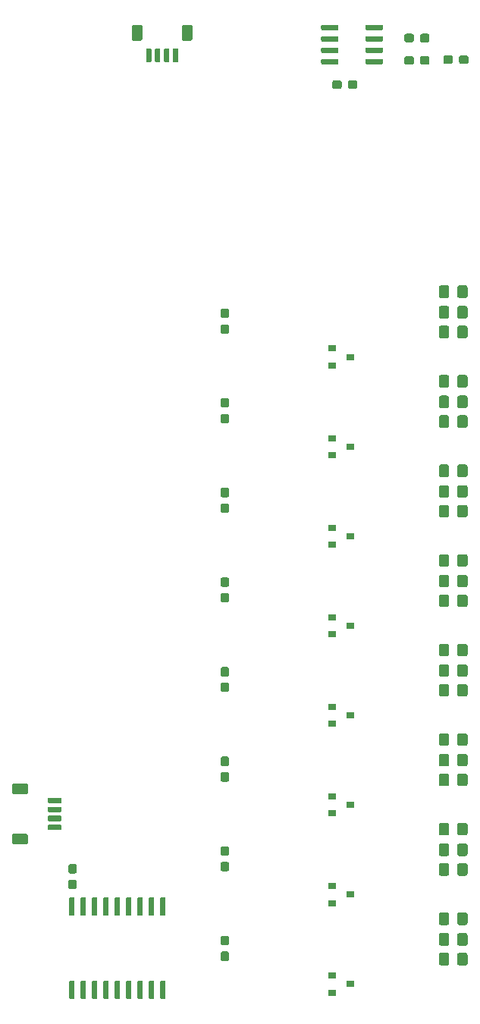
<source format=gtp>
G04 #@! TF.GenerationSoftware,KiCad,Pcbnew,(5.1.5-0)*
G04 #@! TF.CreationDate,2021-01-10T19:51:38-07:00*
G04 #@! TF.ProjectId,switch_board,73776974-6368-45f6-926f-6172642e6b69,rev?*
G04 #@! TF.SameCoordinates,Original*
G04 #@! TF.FileFunction,Paste,Top*
G04 #@! TF.FilePolarity,Positive*
%FSLAX46Y46*%
G04 Gerber Fmt 4.6, Leading zero omitted, Abs format (unit mm)*
G04 Created by KiCad (PCBNEW (5.1.5-0)) date 2021-01-10 19:51:38*
%MOMM*%
%LPD*%
G04 APERTURE LIST*
%ADD10C,0.100000*%
%ADD11R,0.900000X0.800000*%
G04 APERTURE END LIST*
D10*
G36*
X132799505Y-108201204D02*
G01*
X132823773Y-108204804D01*
X132847572Y-108210765D01*
X132870671Y-108219030D01*
X132892850Y-108229520D01*
X132913893Y-108242132D01*
X132933599Y-108256747D01*
X132951777Y-108273223D01*
X132968253Y-108291401D01*
X132982868Y-108311107D01*
X132995480Y-108332150D01*
X133005970Y-108354329D01*
X133014235Y-108377428D01*
X133020196Y-108401227D01*
X133023796Y-108425495D01*
X133025000Y-108449999D01*
X133025000Y-109150001D01*
X133023796Y-109174505D01*
X133020196Y-109198773D01*
X133014235Y-109222572D01*
X133005970Y-109245671D01*
X132995480Y-109267850D01*
X132982868Y-109288893D01*
X132968253Y-109308599D01*
X132951777Y-109326777D01*
X132933599Y-109343253D01*
X132913893Y-109357868D01*
X132892850Y-109370480D01*
X132870671Y-109380970D01*
X132847572Y-109389235D01*
X132823773Y-109395196D01*
X132799505Y-109398796D01*
X132775001Y-109400000D01*
X131474999Y-109400000D01*
X131450495Y-109398796D01*
X131426227Y-109395196D01*
X131402428Y-109389235D01*
X131379329Y-109380970D01*
X131357150Y-109370480D01*
X131336107Y-109357868D01*
X131316401Y-109343253D01*
X131298223Y-109326777D01*
X131281747Y-109308599D01*
X131267132Y-109288893D01*
X131254520Y-109267850D01*
X131244030Y-109245671D01*
X131235765Y-109222572D01*
X131229804Y-109198773D01*
X131226204Y-109174505D01*
X131225000Y-109150001D01*
X131225000Y-108449999D01*
X131226204Y-108425495D01*
X131229804Y-108401227D01*
X131235765Y-108377428D01*
X131244030Y-108354329D01*
X131254520Y-108332150D01*
X131267132Y-108311107D01*
X131281747Y-108291401D01*
X131298223Y-108273223D01*
X131316401Y-108256747D01*
X131336107Y-108242132D01*
X131357150Y-108229520D01*
X131379329Y-108219030D01*
X131402428Y-108210765D01*
X131426227Y-108204804D01*
X131450495Y-108201204D01*
X131474999Y-108200000D01*
X132775001Y-108200000D01*
X132799505Y-108201204D01*
G37*
G36*
X132799505Y-102601204D02*
G01*
X132823773Y-102604804D01*
X132847572Y-102610765D01*
X132870671Y-102619030D01*
X132892850Y-102629520D01*
X132913893Y-102642132D01*
X132933599Y-102656747D01*
X132951777Y-102673223D01*
X132968253Y-102691401D01*
X132982868Y-102711107D01*
X132995480Y-102732150D01*
X133005970Y-102754329D01*
X133014235Y-102777428D01*
X133020196Y-102801227D01*
X133023796Y-102825495D01*
X133025000Y-102849999D01*
X133025000Y-103550001D01*
X133023796Y-103574505D01*
X133020196Y-103598773D01*
X133014235Y-103622572D01*
X133005970Y-103645671D01*
X132995480Y-103667850D01*
X132982868Y-103688893D01*
X132968253Y-103708599D01*
X132951777Y-103726777D01*
X132933599Y-103743253D01*
X132913893Y-103757868D01*
X132892850Y-103770480D01*
X132870671Y-103780970D01*
X132847572Y-103789235D01*
X132823773Y-103795196D01*
X132799505Y-103798796D01*
X132775001Y-103800000D01*
X131474999Y-103800000D01*
X131450495Y-103798796D01*
X131426227Y-103795196D01*
X131402428Y-103789235D01*
X131379329Y-103780970D01*
X131357150Y-103770480D01*
X131336107Y-103757868D01*
X131316401Y-103743253D01*
X131298223Y-103726777D01*
X131281747Y-103708599D01*
X131267132Y-103688893D01*
X131254520Y-103667850D01*
X131244030Y-103645671D01*
X131235765Y-103622572D01*
X131229804Y-103598773D01*
X131226204Y-103574505D01*
X131225000Y-103550001D01*
X131225000Y-102849999D01*
X131226204Y-102825495D01*
X131229804Y-102801227D01*
X131235765Y-102777428D01*
X131244030Y-102754329D01*
X131254520Y-102732150D01*
X131267132Y-102711107D01*
X131281747Y-102691401D01*
X131298223Y-102673223D01*
X131316401Y-102656747D01*
X131336107Y-102642132D01*
X131357150Y-102629520D01*
X131379329Y-102619030D01*
X131402428Y-102610765D01*
X131426227Y-102604804D01*
X131450495Y-102601204D01*
X131474999Y-102600000D01*
X132775001Y-102600000D01*
X132799505Y-102601204D01*
G37*
G36*
X136639703Y-107200722D02*
G01*
X136654264Y-107202882D01*
X136668543Y-107206459D01*
X136682403Y-107211418D01*
X136695710Y-107217712D01*
X136708336Y-107225280D01*
X136720159Y-107234048D01*
X136731066Y-107243934D01*
X136740952Y-107254841D01*
X136749720Y-107266664D01*
X136757288Y-107279290D01*
X136763582Y-107292597D01*
X136768541Y-107306457D01*
X136772118Y-107320736D01*
X136774278Y-107335297D01*
X136775000Y-107350000D01*
X136775000Y-107650000D01*
X136774278Y-107664703D01*
X136772118Y-107679264D01*
X136768541Y-107693543D01*
X136763582Y-107707403D01*
X136757288Y-107720710D01*
X136749720Y-107733336D01*
X136740952Y-107745159D01*
X136731066Y-107756066D01*
X136720159Y-107765952D01*
X136708336Y-107774720D01*
X136695710Y-107782288D01*
X136682403Y-107788582D01*
X136668543Y-107793541D01*
X136654264Y-107797118D01*
X136639703Y-107799278D01*
X136625000Y-107800000D01*
X135375000Y-107800000D01*
X135360297Y-107799278D01*
X135345736Y-107797118D01*
X135331457Y-107793541D01*
X135317597Y-107788582D01*
X135304290Y-107782288D01*
X135291664Y-107774720D01*
X135279841Y-107765952D01*
X135268934Y-107756066D01*
X135259048Y-107745159D01*
X135250280Y-107733336D01*
X135242712Y-107720710D01*
X135236418Y-107707403D01*
X135231459Y-107693543D01*
X135227882Y-107679264D01*
X135225722Y-107664703D01*
X135225000Y-107650000D01*
X135225000Y-107350000D01*
X135225722Y-107335297D01*
X135227882Y-107320736D01*
X135231459Y-107306457D01*
X135236418Y-107292597D01*
X135242712Y-107279290D01*
X135250280Y-107266664D01*
X135259048Y-107254841D01*
X135268934Y-107243934D01*
X135279841Y-107234048D01*
X135291664Y-107225280D01*
X135304290Y-107217712D01*
X135317597Y-107211418D01*
X135331457Y-107206459D01*
X135345736Y-107202882D01*
X135360297Y-107200722D01*
X135375000Y-107200000D01*
X136625000Y-107200000D01*
X136639703Y-107200722D01*
G37*
G36*
X136639703Y-106200722D02*
G01*
X136654264Y-106202882D01*
X136668543Y-106206459D01*
X136682403Y-106211418D01*
X136695710Y-106217712D01*
X136708336Y-106225280D01*
X136720159Y-106234048D01*
X136731066Y-106243934D01*
X136740952Y-106254841D01*
X136749720Y-106266664D01*
X136757288Y-106279290D01*
X136763582Y-106292597D01*
X136768541Y-106306457D01*
X136772118Y-106320736D01*
X136774278Y-106335297D01*
X136775000Y-106350000D01*
X136775000Y-106650000D01*
X136774278Y-106664703D01*
X136772118Y-106679264D01*
X136768541Y-106693543D01*
X136763582Y-106707403D01*
X136757288Y-106720710D01*
X136749720Y-106733336D01*
X136740952Y-106745159D01*
X136731066Y-106756066D01*
X136720159Y-106765952D01*
X136708336Y-106774720D01*
X136695710Y-106782288D01*
X136682403Y-106788582D01*
X136668543Y-106793541D01*
X136654264Y-106797118D01*
X136639703Y-106799278D01*
X136625000Y-106800000D01*
X135375000Y-106800000D01*
X135360297Y-106799278D01*
X135345736Y-106797118D01*
X135331457Y-106793541D01*
X135317597Y-106788582D01*
X135304290Y-106782288D01*
X135291664Y-106774720D01*
X135279841Y-106765952D01*
X135268934Y-106756066D01*
X135259048Y-106745159D01*
X135250280Y-106733336D01*
X135242712Y-106720710D01*
X135236418Y-106707403D01*
X135231459Y-106693543D01*
X135227882Y-106679264D01*
X135225722Y-106664703D01*
X135225000Y-106650000D01*
X135225000Y-106350000D01*
X135225722Y-106335297D01*
X135227882Y-106320736D01*
X135231459Y-106306457D01*
X135236418Y-106292597D01*
X135242712Y-106279290D01*
X135250280Y-106266664D01*
X135259048Y-106254841D01*
X135268934Y-106243934D01*
X135279841Y-106234048D01*
X135291664Y-106225280D01*
X135304290Y-106217712D01*
X135317597Y-106211418D01*
X135331457Y-106206459D01*
X135345736Y-106202882D01*
X135360297Y-106200722D01*
X135375000Y-106200000D01*
X136625000Y-106200000D01*
X136639703Y-106200722D01*
G37*
G36*
X136639703Y-105200722D02*
G01*
X136654264Y-105202882D01*
X136668543Y-105206459D01*
X136682403Y-105211418D01*
X136695710Y-105217712D01*
X136708336Y-105225280D01*
X136720159Y-105234048D01*
X136731066Y-105243934D01*
X136740952Y-105254841D01*
X136749720Y-105266664D01*
X136757288Y-105279290D01*
X136763582Y-105292597D01*
X136768541Y-105306457D01*
X136772118Y-105320736D01*
X136774278Y-105335297D01*
X136775000Y-105350000D01*
X136775000Y-105650000D01*
X136774278Y-105664703D01*
X136772118Y-105679264D01*
X136768541Y-105693543D01*
X136763582Y-105707403D01*
X136757288Y-105720710D01*
X136749720Y-105733336D01*
X136740952Y-105745159D01*
X136731066Y-105756066D01*
X136720159Y-105765952D01*
X136708336Y-105774720D01*
X136695710Y-105782288D01*
X136682403Y-105788582D01*
X136668543Y-105793541D01*
X136654264Y-105797118D01*
X136639703Y-105799278D01*
X136625000Y-105800000D01*
X135375000Y-105800000D01*
X135360297Y-105799278D01*
X135345736Y-105797118D01*
X135331457Y-105793541D01*
X135317597Y-105788582D01*
X135304290Y-105782288D01*
X135291664Y-105774720D01*
X135279841Y-105765952D01*
X135268934Y-105756066D01*
X135259048Y-105745159D01*
X135250280Y-105733336D01*
X135242712Y-105720710D01*
X135236418Y-105707403D01*
X135231459Y-105693543D01*
X135227882Y-105679264D01*
X135225722Y-105664703D01*
X135225000Y-105650000D01*
X135225000Y-105350000D01*
X135225722Y-105335297D01*
X135227882Y-105320736D01*
X135231459Y-105306457D01*
X135236418Y-105292597D01*
X135242712Y-105279290D01*
X135250280Y-105266664D01*
X135259048Y-105254841D01*
X135268934Y-105243934D01*
X135279841Y-105234048D01*
X135291664Y-105225280D01*
X135304290Y-105217712D01*
X135317597Y-105211418D01*
X135331457Y-105206459D01*
X135345736Y-105202882D01*
X135360297Y-105200722D01*
X135375000Y-105200000D01*
X136625000Y-105200000D01*
X136639703Y-105200722D01*
G37*
G36*
X136639703Y-104200722D02*
G01*
X136654264Y-104202882D01*
X136668543Y-104206459D01*
X136682403Y-104211418D01*
X136695710Y-104217712D01*
X136708336Y-104225280D01*
X136720159Y-104234048D01*
X136731066Y-104243934D01*
X136740952Y-104254841D01*
X136749720Y-104266664D01*
X136757288Y-104279290D01*
X136763582Y-104292597D01*
X136768541Y-104306457D01*
X136772118Y-104320736D01*
X136774278Y-104335297D01*
X136775000Y-104350000D01*
X136775000Y-104650000D01*
X136774278Y-104664703D01*
X136772118Y-104679264D01*
X136768541Y-104693543D01*
X136763582Y-104707403D01*
X136757288Y-104720710D01*
X136749720Y-104733336D01*
X136740952Y-104745159D01*
X136731066Y-104756066D01*
X136720159Y-104765952D01*
X136708336Y-104774720D01*
X136695710Y-104782288D01*
X136682403Y-104788582D01*
X136668543Y-104793541D01*
X136654264Y-104797118D01*
X136639703Y-104799278D01*
X136625000Y-104800000D01*
X135375000Y-104800000D01*
X135360297Y-104799278D01*
X135345736Y-104797118D01*
X135331457Y-104793541D01*
X135317597Y-104788582D01*
X135304290Y-104782288D01*
X135291664Y-104774720D01*
X135279841Y-104765952D01*
X135268934Y-104756066D01*
X135259048Y-104745159D01*
X135250280Y-104733336D01*
X135242712Y-104720710D01*
X135236418Y-104707403D01*
X135231459Y-104693543D01*
X135227882Y-104679264D01*
X135225722Y-104664703D01*
X135225000Y-104650000D01*
X135225000Y-104350000D01*
X135225722Y-104335297D01*
X135227882Y-104320736D01*
X135231459Y-104306457D01*
X135236418Y-104292597D01*
X135242712Y-104279290D01*
X135250280Y-104266664D01*
X135259048Y-104254841D01*
X135268934Y-104243934D01*
X135279841Y-104234048D01*
X135291664Y-104225280D01*
X135304290Y-104217712D01*
X135317597Y-104211418D01*
X135331457Y-104206459D01*
X135345736Y-104202882D01*
X135360297Y-104200722D01*
X135375000Y-104200000D01*
X136625000Y-104200000D01*
X136639703Y-104200722D01*
G37*
G36*
X138084703Y-115325722D02*
G01*
X138099264Y-115327882D01*
X138113543Y-115331459D01*
X138127403Y-115336418D01*
X138140710Y-115342712D01*
X138153336Y-115350280D01*
X138165159Y-115359048D01*
X138176066Y-115368934D01*
X138185952Y-115379841D01*
X138194720Y-115391664D01*
X138202288Y-115404290D01*
X138208582Y-115417597D01*
X138213541Y-115431457D01*
X138217118Y-115445736D01*
X138219278Y-115460297D01*
X138220000Y-115475000D01*
X138220000Y-117225000D01*
X138219278Y-117239703D01*
X138217118Y-117254264D01*
X138213541Y-117268543D01*
X138208582Y-117282403D01*
X138202288Y-117295710D01*
X138194720Y-117308336D01*
X138185952Y-117320159D01*
X138176066Y-117331066D01*
X138165159Y-117340952D01*
X138153336Y-117349720D01*
X138140710Y-117357288D01*
X138127403Y-117363582D01*
X138113543Y-117368541D01*
X138099264Y-117372118D01*
X138084703Y-117374278D01*
X138070000Y-117375000D01*
X137770000Y-117375000D01*
X137755297Y-117374278D01*
X137740736Y-117372118D01*
X137726457Y-117368541D01*
X137712597Y-117363582D01*
X137699290Y-117357288D01*
X137686664Y-117349720D01*
X137674841Y-117340952D01*
X137663934Y-117331066D01*
X137654048Y-117320159D01*
X137645280Y-117308336D01*
X137637712Y-117295710D01*
X137631418Y-117282403D01*
X137626459Y-117268543D01*
X137622882Y-117254264D01*
X137620722Y-117239703D01*
X137620000Y-117225000D01*
X137620000Y-115475000D01*
X137620722Y-115460297D01*
X137622882Y-115445736D01*
X137626459Y-115431457D01*
X137631418Y-115417597D01*
X137637712Y-115404290D01*
X137645280Y-115391664D01*
X137654048Y-115379841D01*
X137663934Y-115368934D01*
X137674841Y-115359048D01*
X137686664Y-115350280D01*
X137699290Y-115342712D01*
X137712597Y-115336418D01*
X137726457Y-115331459D01*
X137740736Y-115327882D01*
X137755297Y-115325722D01*
X137770000Y-115325000D01*
X138070000Y-115325000D01*
X138084703Y-115325722D01*
G37*
G36*
X139354703Y-115325722D02*
G01*
X139369264Y-115327882D01*
X139383543Y-115331459D01*
X139397403Y-115336418D01*
X139410710Y-115342712D01*
X139423336Y-115350280D01*
X139435159Y-115359048D01*
X139446066Y-115368934D01*
X139455952Y-115379841D01*
X139464720Y-115391664D01*
X139472288Y-115404290D01*
X139478582Y-115417597D01*
X139483541Y-115431457D01*
X139487118Y-115445736D01*
X139489278Y-115460297D01*
X139490000Y-115475000D01*
X139490000Y-117225000D01*
X139489278Y-117239703D01*
X139487118Y-117254264D01*
X139483541Y-117268543D01*
X139478582Y-117282403D01*
X139472288Y-117295710D01*
X139464720Y-117308336D01*
X139455952Y-117320159D01*
X139446066Y-117331066D01*
X139435159Y-117340952D01*
X139423336Y-117349720D01*
X139410710Y-117357288D01*
X139397403Y-117363582D01*
X139383543Y-117368541D01*
X139369264Y-117372118D01*
X139354703Y-117374278D01*
X139340000Y-117375000D01*
X139040000Y-117375000D01*
X139025297Y-117374278D01*
X139010736Y-117372118D01*
X138996457Y-117368541D01*
X138982597Y-117363582D01*
X138969290Y-117357288D01*
X138956664Y-117349720D01*
X138944841Y-117340952D01*
X138933934Y-117331066D01*
X138924048Y-117320159D01*
X138915280Y-117308336D01*
X138907712Y-117295710D01*
X138901418Y-117282403D01*
X138896459Y-117268543D01*
X138892882Y-117254264D01*
X138890722Y-117239703D01*
X138890000Y-117225000D01*
X138890000Y-115475000D01*
X138890722Y-115460297D01*
X138892882Y-115445736D01*
X138896459Y-115431457D01*
X138901418Y-115417597D01*
X138907712Y-115404290D01*
X138915280Y-115391664D01*
X138924048Y-115379841D01*
X138933934Y-115368934D01*
X138944841Y-115359048D01*
X138956664Y-115350280D01*
X138969290Y-115342712D01*
X138982597Y-115336418D01*
X138996457Y-115331459D01*
X139010736Y-115327882D01*
X139025297Y-115325722D01*
X139040000Y-115325000D01*
X139340000Y-115325000D01*
X139354703Y-115325722D01*
G37*
G36*
X140624703Y-115325722D02*
G01*
X140639264Y-115327882D01*
X140653543Y-115331459D01*
X140667403Y-115336418D01*
X140680710Y-115342712D01*
X140693336Y-115350280D01*
X140705159Y-115359048D01*
X140716066Y-115368934D01*
X140725952Y-115379841D01*
X140734720Y-115391664D01*
X140742288Y-115404290D01*
X140748582Y-115417597D01*
X140753541Y-115431457D01*
X140757118Y-115445736D01*
X140759278Y-115460297D01*
X140760000Y-115475000D01*
X140760000Y-117225000D01*
X140759278Y-117239703D01*
X140757118Y-117254264D01*
X140753541Y-117268543D01*
X140748582Y-117282403D01*
X140742288Y-117295710D01*
X140734720Y-117308336D01*
X140725952Y-117320159D01*
X140716066Y-117331066D01*
X140705159Y-117340952D01*
X140693336Y-117349720D01*
X140680710Y-117357288D01*
X140667403Y-117363582D01*
X140653543Y-117368541D01*
X140639264Y-117372118D01*
X140624703Y-117374278D01*
X140610000Y-117375000D01*
X140310000Y-117375000D01*
X140295297Y-117374278D01*
X140280736Y-117372118D01*
X140266457Y-117368541D01*
X140252597Y-117363582D01*
X140239290Y-117357288D01*
X140226664Y-117349720D01*
X140214841Y-117340952D01*
X140203934Y-117331066D01*
X140194048Y-117320159D01*
X140185280Y-117308336D01*
X140177712Y-117295710D01*
X140171418Y-117282403D01*
X140166459Y-117268543D01*
X140162882Y-117254264D01*
X140160722Y-117239703D01*
X140160000Y-117225000D01*
X140160000Y-115475000D01*
X140160722Y-115460297D01*
X140162882Y-115445736D01*
X140166459Y-115431457D01*
X140171418Y-115417597D01*
X140177712Y-115404290D01*
X140185280Y-115391664D01*
X140194048Y-115379841D01*
X140203934Y-115368934D01*
X140214841Y-115359048D01*
X140226664Y-115350280D01*
X140239290Y-115342712D01*
X140252597Y-115336418D01*
X140266457Y-115331459D01*
X140280736Y-115327882D01*
X140295297Y-115325722D01*
X140310000Y-115325000D01*
X140610000Y-115325000D01*
X140624703Y-115325722D01*
G37*
G36*
X141894703Y-115325722D02*
G01*
X141909264Y-115327882D01*
X141923543Y-115331459D01*
X141937403Y-115336418D01*
X141950710Y-115342712D01*
X141963336Y-115350280D01*
X141975159Y-115359048D01*
X141986066Y-115368934D01*
X141995952Y-115379841D01*
X142004720Y-115391664D01*
X142012288Y-115404290D01*
X142018582Y-115417597D01*
X142023541Y-115431457D01*
X142027118Y-115445736D01*
X142029278Y-115460297D01*
X142030000Y-115475000D01*
X142030000Y-117225000D01*
X142029278Y-117239703D01*
X142027118Y-117254264D01*
X142023541Y-117268543D01*
X142018582Y-117282403D01*
X142012288Y-117295710D01*
X142004720Y-117308336D01*
X141995952Y-117320159D01*
X141986066Y-117331066D01*
X141975159Y-117340952D01*
X141963336Y-117349720D01*
X141950710Y-117357288D01*
X141937403Y-117363582D01*
X141923543Y-117368541D01*
X141909264Y-117372118D01*
X141894703Y-117374278D01*
X141880000Y-117375000D01*
X141580000Y-117375000D01*
X141565297Y-117374278D01*
X141550736Y-117372118D01*
X141536457Y-117368541D01*
X141522597Y-117363582D01*
X141509290Y-117357288D01*
X141496664Y-117349720D01*
X141484841Y-117340952D01*
X141473934Y-117331066D01*
X141464048Y-117320159D01*
X141455280Y-117308336D01*
X141447712Y-117295710D01*
X141441418Y-117282403D01*
X141436459Y-117268543D01*
X141432882Y-117254264D01*
X141430722Y-117239703D01*
X141430000Y-117225000D01*
X141430000Y-115475000D01*
X141430722Y-115460297D01*
X141432882Y-115445736D01*
X141436459Y-115431457D01*
X141441418Y-115417597D01*
X141447712Y-115404290D01*
X141455280Y-115391664D01*
X141464048Y-115379841D01*
X141473934Y-115368934D01*
X141484841Y-115359048D01*
X141496664Y-115350280D01*
X141509290Y-115342712D01*
X141522597Y-115336418D01*
X141536457Y-115331459D01*
X141550736Y-115327882D01*
X141565297Y-115325722D01*
X141580000Y-115325000D01*
X141880000Y-115325000D01*
X141894703Y-115325722D01*
G37*
G36*
X143164703Y-115325722D02*
G01*
X143179264Y-115327882D01*
X143193543Y-115331459D01*
X143207403Y-115336418D01*
X143220710Y-115342712D01*
X143233336Y-115350280D01*
X143245159Y-115359048D01*
X143256066Y-115368934D01*
X143265952Y-115379841D01*
X143274720Y-115391664D01*
X143282288Y-115404290D01*
X143288582Y-115417597D01*
X143293541Y-115431457D01*
X143297118Y-115445736D01*
X143299278Y-115460297D01*
X143300000Y-115475000D01*
X143300000Y-117225000D01*
X143299278Y-117239703D01*
X143297118Y-117254264D01*
X143293541Y-117268543D01*
X143288582Y-117282403D01*
X143282288Y-117295710D01*
X143274720Y-117308336D01*
X143265952Y-117320159D01*
X143256066Y-117331066D01*
X143245159Y-117340952D01*
X143233336Y-117349720D01*
X143220710Y-117357288D01*
X143207403Y-117363582D01*
X143193543Y-117368541D01*
X143179264Y-117372118D01*
X143164703Y-117374278D01*
X143150000Y-117375000D01*
X142850000Y-117375000D01*
X142835297Y-117374278D01*
X142820736Y-117372118D01*
X142806457Y-117368541D01*
X142792597Y-117363582D01*
X142779290Y-117357288D01*
X142766664Y-117349720D01*
X142754841Y-117340952D01*
X142743934Y-117331066D01*
X142734048Y-117320159D01*
X142725280Y-117308336D01*
X142717712Y-117295710D01*
X142711418Y-117282403D01*
X142706459Y-117268543D01*
X142702882Y-117254264D01*
X142700722Y-117239703D01*
X142700000Y-117225000D01*
X142700000Y-115475000D01*
X142700722Y-115460297D01*
X142702882Y-115445736D01*
X142706459Y-115431457D01*
X142711418Y-115417597D01*
X142717712Y-115404290D01*
X142725280Y-115391664D01*
X142734048Y-115379841D01*
X142743934Y-115368934D01*
X142754841Y-115359048D01*
X142766664Y-115350280D01*
X142779290Y-115342712D01*
X142792597Y-115336418D01*
X142806457Y-115331459D01*
X142820736Y-115327882D01*
X142835297Y-115325722D01*
X142850000Y-115325000D01*
X143150000Y-115325000D01*
X143164703Y-115325722D01*
G37*
G36*
X144434703Y-115325722D02*
G01*
X144449264Y-115327882D01*
X144463543Y-115331459D01*
X144477403Y-115336418D01*
X144490710Y-115342712D01*
X144503336Y-115350280D01*
X144515159Y-115359048D01*
X144526066Y-115368934D01*
X144535952Y-115379841D01*
X144544720Y-115391664D01*
X144552288Y-115404290D01*
X144558582Y-115417597D01*
X144563541Y-115431457D01*
X144567118Y-115445736D01*
X144569278Y-115460297D01*
X144570000Y-115475000D01*
X144570000Y-117225000D01*
X144569278Y-117239703D01*
X144567118Y-117254264D01*
X144563541Y-117268543D01*
X144558582Y-117282403D01*
X144552288Y-117295710D01*
X144544720Y-117308336D01*
X144535952Y-117320159D01*
X144526066Y-117331066D01*
X144515159Y-117340952D01*
X144503336Y-117349720D01*
X144490710Y-117357288D01*
X144477403Y-117363582D01*
X144463543Y-117368541D01*
X144449264Y-117372118D01*
X144434703Y-117374278D01*
X144420000Y-117375000D01*
X144120000Y-117375000D01*
X144105297Y-117374278D01*
X144090736Y-117372118D01*
X144076457Y-117368541D01*
X144062597Y-117363582D01*
X144049290Y-117357288D01*
X144036664Y-117349720D01*
X144024841Y-117340952D01*
X144013934Y-117331066D01*
X144004048Y-117320159D01*
X143995280Y-117308336D01*
X143987712Y-117295710D01*
X143981418Y-117282403D01*
X143976459Y-117268543D01*
X143972882Y-117254264D01*
X143970722Y-117239703D01*
X143970000Y-117225000D01*
X143970000Y-115475000D01*
X143970722Y-115460297D01*
X143972882Y-115445736D01*
X143976459Y-115431457D01*
X143981418Y-115417597D01*
X143987712Y-115404290D01*
X143995280Y-115391664D01*
X144004048Y-115379841D01*
X144013934Y-115368934D01*
X144024841Y-115359048D01*
X144036664Y-115350280D01*
X144049290Y-115342712D01*
X144062597Y-115336418D01*
X144076457Y-115331459D01*
X144090736Y-115327882D01*
X144105297Y-115325722D01*
X144120000Y-115325000D01*
X144420000Y-115325000D01*
X144434703Y-115325722D01*
G37*
G36*
X145704703Y-115325722D02*
G01*
X145719264Y-115327882D01*
X145733543Y-115331459D01*
X145747403Y-115336418D01*
X145760710Y-115342712D01*
X145773336Y-115350280D01*
X145785159Y-115359048D01*
X145796066Y-115368934D01*
X145805952Y-115379841D01*
X145814720Y-115391664D01*
X145822288Y-115404290D01*
X145828582Y-115417597D01*
X145833541Y-115431457D01*
X145837118Y-115445736D01*
X145839278Y-115460297D01*
X145840000Y-115475000D01*
X145840000Y-117225000D01*
X145839278Y-117239703D01*
X145837118Y-117254264D01*
X145833541Y-117268543D01*
X145828582Y-117282403D01*
X145822288Y-117295710D01*
X145814720Y-117308336D01*
X145805952Y-117320159D01*
X145796066Y-117331066D01*
X145785159Y-117340952D01*
X145773336Y-117349720D01*
X145760710Y-117357288D01*
X145747403Y-117363582D01*
X145733543Y-117368541D01*
X145719264Y-117372118D01*
X145704703Y-117374278D01*
X145690000Y-117375000D01*
X145390000Y-117375000D01*
X145375297Y-117374278D01*
X145360736Y-117372118D01*
X145346457Y-117368541D01*
X145332597Y-117363582D01*
X145319290Y-117357288D01*
X145306664Y-117349720D01*
X145294841Y-117340952D01*
X145283934Y-117331066D01*
X145274048Y-117320159D01*
X145265280Y-117308336D01*
X145257712Y-117295710D01*
X145251418Y-117282403D01*
X145246459Y-117268543D01*
X145242882Y-117254264D01*
X145240722Y-117239703D01*
X145240000Y-117225000D01*
X145240000Y-115475000D01*
X145240722Y-115460297D01*
X145242882Y-115445736D01*
X145246459Y-115431457D01*
X145251418Y-115417597D01*
X145257712Y-115404290D01*
X145265280Y-115391664D01*
X145274048Y-115379841D01*
X145283934Y-115368934D01*
X145294841Y-115359048D01*
X145306664Y-115350280D01*
X145319290Y-115342712D01*
X145332597Y-115336418D01*
X145346457Y-115331459D01*
X145360736Y-115327882D01*
X145375297Y-115325722D01*
X145390000Y-115325000D01*
X145690000Y-115325000D01*
X145704703Y-115325722D01*
G37*
G36*
X146974703Y-115325722D02*
G01*
X146989264Y-115327882D01*
X147003543Y-115331459D01*
X147017403Y-115336418D01*
X147030710Y-115342712D01*
X147043336Y-115350280D01*
X147055159Y-115359048D01*
X147066066Y-115368934D01*
X147075952Y-115379841D01*
X147084720Y-115391664D01*
X147092288Y-115404290D01*
X147098582Y-115417597D01*
X147103541Y-115431457D01*
X147107118Y-115445736D01*
X147109278Y-115460297D01*
X147110000Y-115475000D01*
X147110000Y-117225000D01*
X147109278Y-117239703D01*
X147107118Y-117254264D01*
X147103541Y-117268543D01*
X147098582Y-117282403D01*
X147092288Y-117295710D01*
X147084720Y-117308336D01*
X147075952Y-117320159D01*
X147066066Y-117331066D01*
X147055159Y-117340952D01*
X147043336Y-117349720D01*
X147030710Y-117357288D01*
X147017403Y-117363582D01*
X147003543Y-117368541D01*
X146989264Y-117372118D01*
X146974703Y-117374278D01*
X146960000Y-117375000D01*
X146660000Y-117375000D01*
X146645297Y-117374278D01*
X146630736Y-117372118D01*
X146616457Y-117368541D01*
X146602597Y-117363582D01*
X146589290Y-117357288D01*
X146576664Y-117349720D01*
X146564841Y-117340952D01*
X146553934Y-117331066D01*
X146544048Y-117320159D01*
X146535280Y-117308336D01*
X146527712Y-117295710D01*
X146521418Y-117282403D01*
X146516459Y-117268543D01*
X146512882Y-117254264D01*
X146510722Y-117239703D01*
X146510000Y-117225000D01*
X146510000Y-115475000D01*
X146510722Y-115460297D01*
X146512882Y-115445736D01*
X146516459Y-115431457D01*
X146521418Y-115417597D01*
X146527712Y-115404290D01*
X146535280Y-115391664D01*
X146544048Y-115379841D01*
X146553934Y-115368934D01*
X146564841Y-115359048D01*
X146576664Y-115350280D01*
X146589290Y-115342712D01*
X146602597Y-115336418D01*
X146616457Y-115331459D01*
X146630736Y-115327882D01*
X146645297Y-115325722D01*
X146660000Y-115325000D01*
X146960000Y-115325000D01*
X146974703Y-115325722D01*
G37*
G36*
X148244703Y-115325722D02*
G01*
X148259264Y-115327882D01*
X148273543Y-115331459D01*
X148287403Y-115336418D01*
X148300710Y-115342712D01*
X148313336Y-115350280D01*
X148325159Y-115359048D01*
X148336066Y-115368934D01*
X148345952Y-115379841D01*
X148354720Y-115391664D01*
X148362288Y-115404290D01*
X148368582Y-115417597D01*
X148373541Y-115431457D01*
X148377118Y-115445736D01*
X148379278Y-115460297D01*
X148380000Y-115475000D01*
X148380000Y-117225000D01*
X148379278Y-117239703D01*
X148377118Y-117254264D01*
X148373541Y-117268543D01*
X148368582Y-117282403D01*
X148362288Y-117295710D01*
X148354720Y-117308336D01*
X148345952Y-117320159D01*
X148336066Y-117331066D01*
X148325159Y-117340952D01*
X148313336Y-117349720D01*
X148300710Y-117357288D01*
X148287403Y-117363582D01*
X148273543Y-117368541D01*
X148259264Y-117372118D01*
X148244703Y-117374278D01*
X148230000Y-117375000D01*
X147930000Y-117375000D01*
X147915297Y-117374278D01*
X147900736Y-117372118D01*
X147886457Y-117368541D01*
X147872597Y-117363582D01*
X147859290Y-117357288D01*
X147846664Y-117349720D01*
X147834841Y-117340952D01*
X147823934Y-117331066D01*
X147814048Y-117320159D01*
X147805280Y-117308336D01*
X147797712Y-117295710D01*
X147791418Y-117282403D01*
X147786459Y-117268543D01*
X147782882Y-117254264D01*
X147780722Y-117239703D01*
X147780000Y-117225000D01*
X147780000Y-115475000D01*
X147780722Y-115460297D01*
X147782882Y-115445736D01*
X147786459Y-115431457D01*
X147791418Y-115417597D01*
X147797712Y-115404290D01*
X147805280Y-115391664D01*
X147814048Y-115379841D01*
X147823934Y-115368934D01*
X147834841Y-115359048D01*
X147846664Y-115350280D01*
X147859290Y-115342712D01*
X147872597Y-115336418D01*
X147886457Y-115331459D01*
X147900736Y-115327882D01*
X147915297Y-115325722D01*
X147930000Y-115325000D01*
X148230000Y-115325000D01*
X148244703Y-115325722D01*
G37*
G36*
X148244703Y-124625722D02*
G01*
X148259264Y-124627882D01*
X148273543Y-124631459D01*
X148287403Y-124636418D01*
X148300710Y-124642712D01*
X148313336Y-124650280D01*
X148325159Y-124659048D01*
X148336066Y-124668934D01*
X148345952Y-124679841D01*
X148354720Y-124691664D01*
X148362288Y-124704290D01*
X148368582Y-124717597D01*
X148373541Y-124731457D01*
X148377118Y-124745736D01*
X148379278Y-124760297D01*
X148380000Y-124775000D01*
X148380000Y-126525000D01*
X148379278Y-126539703D01*
X148377118Y-126554264D01*
X148373541Y-126568543D01*
X148368582Y-126582403D01*
X148362288Y-126595710D01*
X148354720Y-126608336D01*
X148345952Y-126620159D01*
X148336066Y-126631066D01*
X148325159Y-126640952D01*
X148313336Y-126649720D01*
X148300710Y-126657288D01*
X148287403Y-126663582D01*
X148273543Y-126668541D01*
X148259264Y-126672118D01*
X148244703Y-126674278D01*
X148230000Y-126675000D01*
X147930000Y-126675000D01*
X147915297Y-126674278D01*
X147900736Y-126672118D01*
X147886457Y-126668541D01*
X147872597Y-126663582D01*
X147859290Y-126657288D01*
X147846664Y-126649720D01*
X147834841Y-126640952D01*
X147823934Y-126631066D01*
X147814048Y-126620159D01*
X147805280Y-126608336D01*
X147797712Y-126595710D01*
X147791418Y-126582403D01*
X147786459Y-126568543D01*
X147782882Y-126554264D01*
X147780722Y-126539703D01*
X147780000Y-126525000D01*
X147780000Y-124775000D01*
X147780722Y-124760297D01*
X147782882Y-124745736D01*
X147786459Y-124731457D01*
X147791418Y-124717597D01*
X147797712Y-124704290D01*
X147805280Y-124691664D01*
X147814048Y-124679841D01*
X147823934Y-124668934D01*
X147834841Y-124659048D01*
X147846664Y-124650280D01*
X147859290Y-124642712D01*
X147872597Y-124636418D01*
X147886457Y-124631459D01*
X147900736Y-124627882D01*
X147915297Y-124625722D01*
X147930000Y-124625000D01*
X148230000Y-124625000D01*
X148244703Y-124625722D01*
G37*
G36*
X146974703Y-124625722D02*
G01*
X146989264Y-124627882D01*
X147003543Y-124631459D01*
X147017403Y-124636418D01*
X147030710Y-124642712D01*
X147043336Y-124650280D01*
X147055159Y-124659048D01*
X147066066Y-124668934D01*
X147075952Y-124679841D01*
X147084720Y-124691664D01*
X147092288Y-124704290D01*
X147098582Y-124717597D01*
X147103541Y-124731457D01*
X147107118Y-124745736D01*
X147109278Y-124760297D01*
X147110000Y-124775000D01*
X147110000Y-126525000D01*
X147109278Y-126539703D01*
X147107118Y-126554264D01*
X147103541Y-126568543D01*
X147098582Y-126582403D01*
X147092288Y-126595710D01*
X147084720Y-126608336D01*
X147075952Y-126620159D01*
X147066066Y-126631066D01*
X147055159Y-126640952D01*
X147043336Y-126649720D01*
X147030710Y-126657288D01*
X147017403Y-126663582D01*
X147003543Y-126668541D01*
X146989264Y-126672118D01*
X146974703Y-126674278D01*
X146960000Y-126675000D01*
X146660000Y-126675000D01*
X146645297Y-126674278D01*
X146630736Y-126672118D01*
X146616457Y-126668541D01*
X146602597Y-126663582D01*
X146589290Y-126657288D01*
X146576664Y-126649720D01*
X146564841Y-126640952D01*
X146553934Y-126631066D01*
X146544048Y-126620159D01*
X146535280Y-126608336D01*
X146527712Y-126595710D01*
X146521418Y-126582403D01*
X146516459Y-126568543D01*
X146512882Y-126554264D01*
X146510722Y-126539703D01*
X146510000Y-126525000D01*
X146510000Y-124775000D01*
X146510722Y-124760297D01*
X146512882Y-124745736D01*
X146516459Y-124731457D01*
X146521418Y-124717597D01*
X146527712Y-124704290D01*
X146535280Y-124691664D01*
X146544048Y-124679841D01*
X146553934Y-124668934D01*
X146564841Y-124659048D01*
X146576664Y-124650280D01*
X146589290Y-124642712D01*
X146602597Y-124636418D01*
X146616457Y-124631459D01*
X146630736Y-124627882D01*
X146645297Y-124625722D01*
X146660000Y-124625000D01*
X146960000Y-124625000D01*
X146974703Y-124625722D01*
G37*
G36*
X145704703Y-124625722D02*
G01*
X145719264Y-124627882D01*
X145733543Y-124631459D01*
X145747403Y-124636418D01*
X145760710Y-124642712D01*
X145773336Y-124650280D01*
X145785159Y-124659048D01*
X145796066Y-124668934D01*
X145805952Y-124679841D01*
X145814720Y-124691664D01*
X145822288Y-124704290D01*
X145828582Y-124717597D01*
X145833541Y-124731457D01*
X145837118Y-124745736D01*
X145839278Y-124760297D01*
X145840000Y-124775000D01*
X145840000Y-126525000D01*
X145839278Y-126539703D01*
X145837118Y-126554264D01*
X145833541Y-126568543D01*
X145828582Y-126582403D01*
X145822288Y-126595710D01*
X145814720Y-126608336D01*
X145805952Y-126620159D01*
X145796066Y-126631066D01*
X145785159Y-126640952D01*
X145773336Y-126649720D01*
X145760710Y-126657288D01*
X145747403Y-126663582D01*
X145733543Y-126668541D01*
X145719264Y-126672118D01*
X145704703Y-126674278D01*
X145690000Y-126675000D01*
X145390000Y-126675000D01*
X145375297Y-126674278D01*
X145360736Y-126672118D01*
X145346457Y-126668541D01*
X145332597Y-126663582D01*
X145319290Y-126657288D01*
X145306664Y-126649720D01*
X145294841Y-126640952D01*
X145283934Y-126631066D01*
X145274048Y-126620159D01*
X145265280Y-126608336D01*
X145257712Y-126595710D01*
X145251418Y-126582403D01*
X145246459Y-126568543D01*
X145242882Y-126554264D01*
X145240722Y-126539703D01*
X145240000Y-126525000D01*
X145240000Y-124775000D01*
X145240722Y-124760297D01*
X145242882Y-124745736D01*
X145246459Y-124731457D01*
X145251418Y-124717597D01*
X145257712Y-124704290D01*
X145265280Y-124691664D01*
X145274048Y-124679841D01*
X145283934Y-124668934D01*
X145294841Y-124659048D01*
X145306664Y-124650280D01*
X145319290Y-124642712D01*
X145332597Y-124636418D01*
X145346457Y-124631459D01*
X145360736Y-124627882D01*
X145375297Y-124625722D01*
X145390000Y-124625000D01*
X145690000Y-124625000D01*
X145704703Y-124625722D01*
G37*
G36*
X144434703Y-124625722D02*
G01*
X144449264Y-124627882D01*
X144463543Y-124631459D01*
X144477403Y-124636418D01*
X144490710Y-124642712D01*
X144503336Y-124650280D01*
X144515159Y-124659048D01*
X144526066Y-124668934D01*
X144535952Y-124679841D01*
X144544720Y-124691664D01*
X144552288Y-124704290D01*
X144558582Y-124717597D01*
X144563541Y-124731457D01*
X144567118Y-124745736D01*
X144569278Y-124760297D01*
X144570000Y-124775000D01*
X144570000Y-126525000D01*
X144569278Y-126539703D01*
X144567118Y-126554264D01*
X144563541Y-126568543D01*
X144558582Y-126582403D01*
X144552288Y-126595710D01*
X144544720Y-126608336D01*
X144535952Y-126620159D01*
X144526066Y-126631066D01*
X144515159Y-126640952D01*
X144503336Y-126649720D01*
X144490710Y-126657288D01*
X144477403Y-126663582D01*
X144463543Y-126668541D01*
X144449264Y-126672118D01*
X144434703Y-126674278D01*
X144420000Y-126675000D01*
X144120000Y-126675000D01*
X144105297Y-126674278D01*
X144090736Y-126672118D01*
X144076457Y-126668541D01*
X144062597Y-126663582D01*
X144049290Y-126657288D01*
X144036664Y-126649720D01*
X144024841Y-126640952D01*
X144013934Y-126631066D01*
X144004048Y-126620159D01*
X143995280Y-126608336D01*
X143987712Y-126595710D01*
X143981418Y-126582403D01*
X143976459Y-126568543D01*
X143972882Y-126554264D01*
X143970722Y-126539703D01*
X143970000Y-126525000D01*
X143970000Y-124775000D01*
X143970722Y-124760297D01*
X143972882Y-124745736D01*
X143976459Y-124731457D01*
X143981418Y-124717597D01*
X143987712Y-124704290D01*
X143995280Y-124691664D01*
X144004048Y-124679841D01*
X144013934Y-124668934D01*
X144024841Y-124659048D01*
X144036664Y-124650280D01*
X144049290Y-124642712D01*
X144062597Y-124636418D01*
X144076457Y-124631459D01*
X144090736Y-124627882D01*
X144105297Y-124625722D01*
X144120000Y-124625000D01*
X144420000Y-124625000D01*
X144434703Y-124625722D01*
G37*
G36*
X143164703Y-124625722D02*
G01*
X143179264Y-124627882D01*
X143193543Y-124631459D01*
X143207403Y-124636418D01*
X143220710Y-124642712D01*
X143233336Y-124650280D01*
X143245159Y-124659048D01*
X143256066Y-124668934D01*
X143265952Y-124679841D01*
X143274720Y-124691664D01*
X143282288Y-124704290D01*
X143288582Y-124717597D01*
X143293541Y-124731457D01*
X143297118Y-124745736D01*
X143299278Y-124760297D01*
X143300000Y-124775000D01*
X143300000Y-126525000D01*
X143299278Y-126539703D01*
X143297118Y-126554264D01*
X143293541Y-126568543D01*
X143288582Y-126582403D01*
X143282288Y-126595710D01*
X143274720Y-126608336D01*
X143265952Y-126620159D01*
X143256066Y-126631066D01*
X143245159Y-126640952D01*
X143233336Y-126649720D01*
X143220710Y-126657288D01*
X143207403Y-126663582D01*
X143193543Y-126668541D01*
X143179264Y-126672118D01*
X143164703Y-126674278D01*
X143150000Y-126675000D01*
X142850000Y-126675000D01*
X142835297Y-126674278D01*
X142820736Y-126672118D01*
X142806457Y-126668541D01*
X142792597Y-126663582D01*
X142779290Y-126657288D01*
X142766664Y-126649720D01*
X142754841Y-126640952D01*
X142743934Y-126631066D01*
X142734048Y-126620159D01*
X142725280Y-126608336D01*
X142717712Y-126595710D01*
X142711418Y-126582403D01*
X142706459Y-126568543D01*
X142702882Y-126554264D01*
X142700722Y-126539703D01*
X142700000Y-126525000D01*
X142700000Y-124775000D01*
X142700722Y-124760297D01*
X142702882Y-124745736D01*
X142706459Y-124731457D01*
X142711418Y-124717597D01*
X142717712Y-124704290D01*
X142725280Y-124691664D01*
X142734048Y-124679841D01*
X142743934Y-124668934D01*
X142754841Y-124659048D01*
X142766664Y-124650280D01*
X142779290Y-124642712D01*
X142792597Y-124636418D01*
X142806457Y-124631459D01*
X142820736Y-124627882D01*
X142835297Y-124625722D01*
X142850000Y-124625000D01*
X143150000Y-124625000D01*
X143164703Y-124625722D01*
G37*
G36*
X141894703Y-124625722D02*
G01*
X141909264Y-124627882D01*
X141923543Y-124631459D01*
X141937403Y-124636418D01*
X141950710Y-124642712D01*
X141963336Y-124650280D01*
X141975159Y-124659048D01*
X141986066Y-124668934D01*
X141995952Y-124679841D01*
X142004720Y-124691664D01*
X142012288Y-124704290D01*
X142018582Y-124717597D01*
X142023541Y-124731457D01*
X142027118Y-124745736D01*
X142029278Y-124760297D01*
X142030000Y-124775000D01*
X142030000Y-126525000D01*
X142029278Y-126539703D01*
X142027118Y-126554264D01*
X142023541Y-126568543D01*
X142018582Y-126582403D01*
X142012288Y-126595710D01*
X142004720Y-126608336D01*
X141995952Y-126620159D01*
X141986066Y-126631066D01*
X141975159Y-126640952D01*
X141963336Y-126649720D01*
X141950710Y-126657288D01*
X141937403Y-126663582D01*
X141923543Y-126668541D01*
X141909264Y-126672118D01*
X141894703Y-126674278D01*
X141880000Y-126675000D01*
X141580000Y-126675000D01*
X141565297Y-126674278D01*
X141550736Y-126672118D01*
X141536457Y-126668541D01*
X141522597Y-126663582D01*
X141509290Y-126657288D01*
X141496664Y-126649720D01*
X141484841Y-126640952D01*
X141473934Y-126631066D01*
X141464048Y-126620159D01*
X141455280Y-126608336D01*
X141447712Y-126595710D01*
X141441418Y-126582403D01*
X141436459Y-126568543D01*
X141432882Y-126554264D01*
X141430722Y-126539703D01*
X141430000Y-126525000D01*
X141430000Y-124775000D01*
X141430722Y-124760297D01*
X141432882Y-124745736D01*
X141436459Y-124731457D01*
X141441418Y-124717597D01*
X141447712Y-124704290D01*
X141455280Y-124691664D01*
X141464048Y-124679841D01*
X141473934Y-124668934D01*
X141484841Y-124659048D01*
X141496664Y-124650280D01*
X141509290Y-124642712D01*
X141522597Y-124636418D01*
X141536457Y-124631459D01*
X141550736Y-124627882D01*
X141565297Y-124625722D01*
X141580000Y-124625000D01*
X141880000Y-124625000D01*
X141894703Y-124625722D01*
G37*
G36*
X140624703Y-124625722D02*
G01*
X140639264Y-124627882D01*
X140653543Y-124631459D01*
X140667403Y-124636418D01*
X140680710Y-124642712D01*
X140693336Y-124650280D01*
X140705159Y-124659048D01*
X140716066Y-124668934D01*
X140725952Y-124679841D01*
X140734720Y-124691664D01*
X140742288Y-124704290D01*
X140748582Y-124717597D01*
X140753541Y-124731457D01*
X140757118Y-124745736D01*
X140759278Y-124760297D01*
X140760000Y-124775000D01*
X140760000Y-126525000D01*
X140759278Y-126539703D01*
X140757118Y-126554264D01*
X140753541Y-126568543D01*
X140748582Y-126582403D01*
X140742288Y-126595710D01*
X140734720Y-126608336D01*
X140725952Y-126620159D01*
X140716066Y-126631066D01*
X140705159Y-126640952D01*
X140693336Y-126649720D01*
X140680710Y-126657288D01*
X140667403Y-126663582D01*
X140653543Y-126668541D01*
X140639264Y-126672118D01*
X140624703Y-126674278D01*
X140610000Y-126675000D01*
X140310000Y-126675000D01*
X140295297Y-126674278D01*
X140280736Y-126672118D01*
X140266457Y-126668541D01*
X140252597Y-126663582D01*
X140239290Y-126657288D01*
X140226664Y-126649720D01*
X140214841Y-126640952D01*
X140203934Y-126631066D01*
X140194048Y-126620159D01*
X140185280Y-126608336D01*
X140177712Y-126595710D01*
X140171418Y-126582403D01*
X140166459Y-126568543D01*
X140162882Y-126554264D01*
X140160722Y-126539703D01*
X140160000Y-126525000D01*
X140160000Y-124775000D01*
X140160722Y-124760297D01*
X140162882Y-124745736D01*
X140166459Y-124731457D01*
X140171418Y-124717597D01*
X140177712Y-124704290D01*
X140185280Y-124691664D01*
X140194048Y-124679841D01*
X140203934Y-124668934D01*
X140214841Y-124659048D01*
X140226664Y-124650280D01*
X140239290Y-124642712D01*
X140252597Y-124636418D01*
X140266457Y-124631459D01*
X140280736Y-124627882D01*
X140295297Y-124625722D01*
X140310000Y-124625000D01*
X140610000Y-124625000D01*
X140624703Y-124625722D01*
G37*
G36*
X139354703Y-124625722D02*
G01*
X139369264Y-124627882D01*
X139383543Y-124631459D01*
X139397403Y-124636418D01*
X139410710Y-124642712D01*
X139423336Y-124650280D01*
X139435159Y-124659048D01*
X139446066Y-124668934D01*
X139455952Y-124679841D01*
X139464720Y-124691664D01*
X139472288Y-124704290D01*
X139478582Y-124717597D01*
X139483541Y-124731457D01*
X139487118Y-124745736D01*
X139489278Y-124760297D01*
X139490000Y-124775000D01*
X139490000Y-126525000D01*
X139489278Y-126539703D01*
X139487118Y-126554264D01*
X139483541Y-126568543D01*
X139478582Y-126582403D01*
X139472288Y-126595710D01*
X139464720Y-126608336D01*
X139455952Y-126620159D01*
X139446066Y-126631066D01*
X139435159Y-126640952D01*
X139423336Y-126649720D01*
X139410710Y-126657288D01*
X139397403Y-126663582D01*
X139383543Y-126668541D01*
X139369264Y-126672118D01*
X139354703Y-126674278D01*
X139340000Y-126675000D01*
X139040000Y-126675000D01*
X139025297Y-126674278D01*
X139010736Y-126672118D01*
X138996457Y-126668541D01*
X138982597Y-126663582D01*
X138969290Y-126657288D01*
X138956664Y-126649720D01*
X138944841Y-126640952D01*
X138933934Y-126631066D01*
X138924048Y-126620159D01*
X138915280Y-126608336D01*
X138907712Y-126595710D01*
X138901418Y-126582403D01*
X138896459Y-126568543D01*
X138892882Y-126554264D01*
X138890722Y-126539703D01*
X138890000Y-126525000D01*
X138890000Y-124775000D01*
X138890722Y-124760297D01*
X138892882Y-124745736D01*
X138896459Y-124731457D01*
X138901418Y-124717597D01*
X138907712Y-124704290D01*
X138915280Y-124691664D01*
X138924048Y-124679841D01*
X138933934Y-124668934D01*
X138944841Y-124659048D01*
X138956664Y-124650280D01*
X138969290Y-124642712D01*
X138982597Y-124636418D01*
X138996457Y-124631459D01*
X139010736Y-124627882D01*
X139025297Y-124625722D01*
X139040000Y-124625000D01*
X139340000Y-124625000D01*
X139354703Y-124625722D01*
G37*
G36*
X138084703Y-124625722D02*
G01*
X138099264Y-124627882D01*
X138113543Y-124631459D01*
X138127403Y-124636418D01*
X138140710Y-124642712D01*
X138153336Y-124650280D01*
X138165159Y-124659048D01*
X138176066Y-124668934D01*
X138185952Y-124679841D01*
X138194720Y-124691664D01*
X138202288Y-124704290D01*
X138208582Y-124717597D01*
X138213541Y-124731457D01*
X138217118Y-124745736D01*
X138219278Y-124760297D01*
X138220000Y-124775000D01*
X138220000Y-126525000D01*
X138219278Y-126539703D01*
X138217118Y-126554264D01*
X138213541Y-126568543D01*
X138208582Y-126582403D01*
X138202288Y-126595710D01*
X138194720Y-126608336D01*
X138185952Y-126620159D01*
X138176066Y-126631066D01*
X138165159Y-126640952D01*
X138153336Y-126649720D01*
X138140710Y-126657288D01*
X138127403Y-126663582D01*
X138113543Y-126668541D01*
X138099264Y-126672118D01*
X138084703Y-126674278D01*
X138070000Y-126675000D01*
X137770000Y-126675000D01*
X137755297Y-126674278D01*
X137740736Y-126672118D01*
X137726457Y-126668541D01*
X137712597Y-126663582D01*
X137699290Y-126657288D01*
X137686664Y-126649720D01*
X137674841Y-126640952D01*
X137663934Y-126631066D01*
X137654048Y-126620159D01*
X137645280Y-126608336D01*
X137637712Y-126595710D01*
X137631418Y-126582403D01*
X137626459Y-126568543D01*
X137622882Y-126554264D01*
X137620722Y-126539703D01*
X137620000Y-126525000D01*
X137620000Y-124775000D01*
X137620722Y-124760297D01*
X137622882Y-124745736D01*
X137626459Y-124731457D01*
X137631418Y-124717597D01*
X137637712Y-124704290D01*
X137645280Y-124691664D01*
X137654048Y-124679841D01*
X137663934Y-124668934D01*
X137674841Y-124659048D01*
X137686664Y-124650280D01*
X137699290Y-124642712D01*
X137712597Y-124636418D01*
X137726457Y-124631459D01*
X137740736Y-124627882D01*
X137755297Y-124625722D01*
X137770000Y-124625000D01*
X138070000Y-124625000D01*
X138084703Y-124625722D01*
G37*
G36*
X155260779Y-121351144D02*
G01*
X155283834Y-121354563D01*
X155306443Y-121360227D01*
X155328387Y-121368079D01*
X155349457Y-121378044D01*
X155369448Y-121390026D01*
X155388168Y-121403910D01*
X155405438Y-121419562D01*
X155421090Y-121436832D01*
X155434974Y-121455552D01*
X155446956Y-121475543D01*
X155456921Y-121496613D01*
X155464773Y-121518557D01*
X155470437Y-121541166D01*
X155473856Y-121564221D01*
X155475000Y-121587500D01*
X155475000Y-122162500D01*
X155473856Y-122185779D01*
X155470437Y-122208834D01*
X155464773Y-122231443D01*
X155456921Y-122253387D01*
X155446956Y-122274457D01*
X155434974Y-122294448D01*
X155421090Y-122313168D01*
X155405438Y-122330438D01*
X155388168Y-122346090D01*
X155369448Y-122359974D01*
X155349457Y-122371956D01*
X155328387Y-122381921D01*
X155306443Y-122389773D01*
X155283834Y-122395437D01*
X155260779Y-122398856D01*
X155237500Y-122400000D01*
X154762500Y-122400000D01*
X154739221Y-122398856D01*
X154716166Y-122395437D01*
X154693557Y-122389773D01*
X154671613Y-122381921D01*
X154650543Y-122371956D01*
X154630552Y-122359974D01*
X154611832Y-122346090D01*
X154594562Y-122330438D01*
X154578910Y-122313168D01*
X154565026Y-122294448D01*
X154553044Y-122274457D01*
X154543079Y-122253387D01*
X154535227Y-122231443D01*
X154529563Y-122208834D01*
X154526144Y-122185779D01*
X154525000Y-122162500D01*
X154525000Y-121587500D01*
X154526144Y-121564221D01*
X154529563Y-121541166D01*
X154535227Y-121518557D01*
X154543079Y-121496613D01*
X154553044Y-121475543D01*
X154565026Y-121455552D01*
X154578910Y-121436832D01*
X154594562Y-121419562D01*
X154611832Y-121403910D01*
X154630552Y-121390026D01*
X154650543Y-121378044D01*
X154671613Y-121368079D01*
X154693557Y-121360227D01*
X154716166Y-121354563D01*
X154739221Y-121351144D01*
X154762500Y-121350000D01*
X155237500Y-121350000D01*
X155260779Y-121351144D01*
G37*
G36*
X155260779Y-119601144D02*
G01*
X155283834Y-119604563D01*
X155306443Y-119610227D01*
X155328387Y-119618079D01*
X155349457Y-119628044D01*
X155369448Y-119640026D01*
X155388168Y-119653910D01*
X155405438Y-119669562D01*
X155421090Y-119686832D01*
X155434974Y-119705552D01*
X155446956Y-119725543D01*
X155456921Y-119746613D01*
X155464773Y-119768557D01*
X155470437Y-119791166D01*
X155473856Y-119814221D01*
X155475000Y-119837500D01*
X155475000Y-120412500D01*
X155473856Y-120435779D01*
X155470437Y-120458834D01*
X155464773Y-120481443D01*
X155456921Y-120503387D01*
X155446956Y-120524457D01*
X155434974Y-120544448D01*
X155421090Y-120563168D01*
X155405438Y-120580438D01*
X155388168Y-120596090D01*
X155369448Y-120609974D01*
X155349457Y-120621956D01*
X155328387Y-120631921D01*
X155306443Y-120639773D01*
X155283834Y-120645437D01*
X155260779Y-120648856D01*
X155237500Y-120650000D01*
X154762500Y-120650000D01*
X154739221Y-120648856D01*
X154716166Y-120645437D01*
X154693557Y-120639773D01*
X154671613Y-120631921D01*
X154650543Y-120621956D01*
X154630552Y-120609974D01*
X154611832Y-120596090D01*
X154594562Y-120580438D01*
X154578910Y-120563168D01*
X154565026Y-120544448D01*
X154553044Y-120524457D01*
X154543079Y-120503387D01*
X154535227Y-120481443D01*
X154529563Y-120458834D01*
X154526144Y-120435779D01*
X154525000Y-120412500D01*
X154525000Y-119837500D01*
X154526144Y-119814221D01*
X154529563Y-119791166D01*
X154535227Y-119768557D01*
X154543079Y-119746613D01*
X154553044Y-119725543D01*
X154565026Y-119705552D01*
X154578910Y-119686832D01*
X154594562Y-119669562D01*
X154611832Y-119653910D01*
X154630552Y-119640026D01*
X154650543Y-119628044D01*
X154671613Y-119618079D01*
X154693557Y-119610227D01*
X154716166Y-119604563D01*
X154739221Y-119601144D01*
X154762500Y-119600000D01*
X155237500Y-119600000D01*
X155260779Y-119601144D01*
G37*
G36*
X155260779Y-111351144D02*
G01*
X155283834Y-111354563D01*
X155306443Y-111360227D01*
X155328387Y-111368079D01*
X155349457Y-111378044D01*
X155369448Y-111390026D01*
X155388168Y-111403910D01*
X155405438Y-111419562D01*
X155421090Y-111436832D01*
X155434974Y-111455552D01*
X155446956Y-111475543D01*
X155456921Y-111496613D01*
X155464773Y-111518557D01*
X155470437Y-111541166D01*
X155473856Y-111564221D01*
X155475000Y-111587500D01*
X155475000Y-112162500D01*
X155473856Y-112185779D01*
X155470437Y-112208834D01*
X155464773Y-112231443D01*
X155456921Y-112253387D01*
X155446956Y-112274457D01*
X155434974Y-112294448D01*
X155421090Y-112313168D01*
X155405438Y-112330438D01*
X155388168Y-112346090D01*
X155369448Y-112359974D01*
X155349457Y-112371956D01*
X155328387Y-112381921D01*
X155306443Y-112389773D01*
X155283834Y-112395437D01*
X155260779Y-112398856D01*
X155237500Y-112400000D01*
X154762500Y-112400000D01*
X154739221Y-112398856D01*
X154716166Y-112395437D01*
X154693557Y-112389773D01*
X154671613Y-112381921D01*
X154650543Y-112371956D01*
X154630552Y-112359974D01*
X154611832Y-112346090D01*
X154594562Y-112330438D01*
X154578910Y-112313168D01*
X154565026Y-112294448D01*
X154553044Y-112274457D01*
X154543079Y-112253387D01*
X154535227Y-112231443D01*
X154529563Y-112208834D01*
X154526144Y-112185779D01*
X154525000Y-112162500D01*
X154525000Y-111587500D01*
X154526144Y-111564221D01*
X154529563Y-111541166D01*
X154535227Y-111518557D01*
X154543079Y-111496613D01*
X154553044Y-111475543D01*
X154565026Y-111455552D01*
X154578910Y-111436832D01*
X154594562Y-111419562D01*
X154611832Y-111403910D01*
X154630552Y-111390026D01*
X154650543Y-111378044D01*
X154671613Y-111368079D01*
X154693557Y-111360227D01*
X154716166Y-111354563D01*
X154739221Y-111351144D01*
X154762500Y-111350000D01*
X155237500Y-111350000D01*
X155260779Y-111351144D01*
G37*
G36*
X155260779Y-109601144D02*
G01*
X155283834Y-109604563D01*
X155306443Y-109610227D01*
X155328387Y-109618079D01*
X155349457Y-109628044D01*
X155369448Y-109640026D01*
X155388168Y-109653910D01*
X155405438Y-109669562D01*
X155421090Y-109686832D01*
X155434974Y-109705552D01*
X155446956Y-109725543D01*
X155456921Y-109746613D01*
X155464773Y-109768557D01*
X155470437Y-109791166D01*
X155473856Y-109814221D01*
X155475000Y-109837500D01*
X155475000Y-110412500D01*
X155473856Y-110435779D01*
X155470437Y-110458834D01*
X155464773Y-110481443D01*
X155456921Y-110503387D01*
X155446956Y-110524457D01*
X155434974Y-110544448D01*
X155421090Y-110563168D01*
X155405438Y-110580438D01*
X155388168Y-110596090D01*
X155369448Y-110609974D01*
X155349457Y-110621956D01*
X155328387Y-110631921D01*
X155306443Y-110639773D01*
X155283834Y-110645437D01*
X155260779Y-110648856D01*
X155237500Y-110650000D01*
X154762500Y-110650000D01*
X154739221Y-110648856D01*
X154716166Y-110645437D01*
X154693557Y-110639773D01*
X154671613Y-110631921D01*
X154650543Y-110621956D01*
X154630552Y-110609974D01*
X154611832Y-110596090D01*
X154594562Y-110580438D01*
X154578910Y-110563168D01*
X154565026Y-110544448D01*
X154553044Y-110524457D01*
X154543079Y-110503387D01*
X154535227Y-110481443D01*
X154529563Y-110458834D01*
X154526144Y-110435779D01*
X154525000Y-110412500D01*
X154525000Y-109837500D01*
X154526144Y-109814221D01*
X154529563Y-109791166D01*
X154535227Y-109768557D01*
X154543079Y-109746613D01*
X154553044Y-109725543D01*
X154565026Y-109705552D01*
X154578910Y-109686832D01*
X154594562Y-109669562D01*
X154611832Y-109653910D01*
X154630552Y-109640026D01*
X154650543Y-109628044D01*
X154671613Y-109618079D01*
X154693557Y-109610227D01*
X154716166Y-109604563D01*
X154739221Y-109601144D01*
X154762500Y-109600000D01*
X155237500Y-109600000D01*
X155260779Y-109601144D01*
G37*
G36*
X155260779Y-101351144D02*
G01*
X155283834Y-101354563D01*
X155306443Y-101360227D01*
X155328387Y-101368079D01*
X155349457Y-101378044D01*
X155369448Y-101390026D01*
X155388168Y-101403910D01*
X155405438Y-101419562D01*
X155421090Y-101436832D01*
X155434974Y-101455552D01*
X155446956Y-101475543D01*
X155456921Y-101496613D01*
X155464773Y-101518557D01*
X155470437Y-101541166D01*
X155473856Y-101564221D01*
X155475000Y-101587500D01*
X155475000Y-102162500D01*
X155473856Y-102185779D01*
X155470437Y-102208834D01*
X155464773Y-102231443D01*
X155456921Y-102253387D01*
X155446956Y-102274457D01*
X155434974Y-102294448D01*
X155421090Y-102313168D01*
X155405438Y-102330438D01*
X155388168Y-102346090D01*
X155369448Y-102359974D01*
X155349457Y-102371956D01*
X155328387Y-102381921D01*
X155306443Y-102389773D01*
X155283834Y-102395437D01*
X155260779Y-102398856D01*
X155237500Y-102400000D01*
X154762500Y-102400000D01*
X154739221Y-102398856D01*
X154716166Y-102395437D01*
X154693557Y-102389773D01*
X154671613Y-102381921D01*
X154650543Y-102371956D01*
X154630552Y-102359974D01*
X154611832Y-102346090D01*
X154594562Y-102330438D01*
X154578910Y-102313168D01*
X154565026Y-102294448D01*
X154553044Y-102274457D01*
X154543079Y-102253387D01*
X154535227Y-102231443D01*
X154529563Y-102208834D01*
X154526144Y-102185779D01*
X154525000Y-102162500D01*
X154525000Y-101587500D01*
X154526144Y-101564221D01*
X154529563Y-101541166D01*
X154535227Y-101518557D01*
X154543079Y-101496613D01*
X154553044Y-101475543D01*
X154565026Y-101455552D01*
X154578910Y-101436832D01*
X154594562Y-101419562D01*
X154611832Y-101403910D01*
X154630552Y-101390026D01*
X154650543Y-101378044D01*
X154671613Y-101368079D01*
X154693557Y-101360227D01*
X154716166Y-101354563D01*
X154739221Y-101351144D01*
X154762500Y-101350000D01*
X155237500Y-101350000D01*
X155260779Y-101351144D01*
G37*
G36*
X155260779Y-99601144D02*
G01*
X155283834Y-99604563D01*
X155306443Y-99610227D01*
X155328387Y-99618079D01*
X155349457Y-99628044D01*
X155369448Y-99640026D01*
X155388168Y-99653910D01*
X155405438Y-99669562D01*
X155421090Y-99686832D01*
X155434974Y-99705552D01*
X155446956Y-99725543D01*
X155456921Y-99746613D01*
X155464773Y-99768557D01*
X155470437Y-99791166D01*
X155473856Y-99814221D01*
X155475000Y-99837500D01*
X155475000Y-100412500D01*
X155473856Y-100435779D01*
X155470437Y-100458834D01*
X155464773Y-100481443D01*
X155456921Y-100503387D01*
X155446956Y-100524457D01*
X155434974Y-100544448D01*
X155421090Y-100563168D01*
X155405438Y-100580438D01*
X155388168Y-100596090D01*
X155369448Y-100609974D01*
X155349457Y-100621956D01*
X155328387Y-100631921D01*
X155306443Y-100639773D01*
X155283834Y-100645437D01*
X155260779Y-100648856D01*
X155237500Y-100650000D01*
X154762500Y-100650000D01*
X154739221Y-100648856D01*
X154716166Y-100645437D01*
X154693557Y-100639773D01*
X154671613Y-100631921D01*
X154650543Y-100621956D01*
X154630552Y-100609974D01*
X154611832Y-100596090D01*
X154594562Y-100580438D01*
X154578910Y-100563168D01*
X154565026Y-100544448D01*
X154553044Y-100524457D01*
X154543079Y-100503387D01*
X154535227Y-100481443D01*
X154529563Y-100458834D01*
X154526144Y-100435779D01*
X154525000Y-100412500D01*
X154525000Y-99837500D01*
X154526144Y-99814221D01*
X154529563Y-99791166D01*
X154535227Y-99768557D01*
X154543079Y-99746613D01*
X154553044Y-99725543D01*
X154565026Y-99705552D01*
X154578910Y-99686832D01*
X154594562Y-99669562D01*
X154611832Y-99653910D01*
X154630552Y-99640026D01*
X154650543Y-99628044D01*
X154671613Y-99618079D01*
X154693557Y-99610227D01*
X154716166Y-99604563D01*
X154739221Y-99601144D01*
X154762500Y-99600000D01*
X155237500Y-99600000D01*
X155260779Y-99601144D01*
G37*
G36*
X155260779Y-91351144D02*
G01*
X155283834Y-91354563D01*
X155306443Y-91360227D01*
X155328387Y-91368079D01*
X155349457Y-91378044D01*
X155369448Y-91390026D01*
X155388168Y-91403910D01*
X155405438Y-91419562D01*
X155421090Y-91436832D01*
X155434974Y-91455552D01*
X155446956Y-91475543D01*
X155456921Y-91496613D01*
X155464773Y-91518557D01*
X155470437Y-91541166D01*
X155473856Y-91564221D01*
X155475000Y-91587500D01*
X155475000Y-92162500D01*
X155473856Y-92185779D01*
X155470437Y-92208834D01*
X155464773Y-92231443D01*
X155456921Y-92253387D01*
X155446956Y-92274457D01*
X155434974Y-92294448D01*
X155421090Y-92313168D01*
X155405438Y-92330438D01*
X155388168Y-92346090D01*
X155369448Y-92359974D01*
X155349457Y-92371956D01*
X155328387Y-92381921D01*
X155306443Y-92389773D01*
X155283834Y-92395437D01*
X155260779Y-92398856D01*
X155237500Y-92400000D01*
X154762500Y-92400000D01*
X154739221Y-92398856D01*
X154716166Y-92395437D01*
X154693557Y-92389773D01*
X154671613Y-92381921D01*
X154650543Y-92371956D01*
X154630552Y-92359974D01*
X154611832Y-92346090D01*
X154594562Y-92330438D01*
X154578910Y-92313168D01*
X154565026Y-92294448D01*
X154553044Y-92274457D01*
X154543079Y-92253387D01*
X154535227Y-92231443D01*
X154529563Y-92208834D01*
X154526144Y-92185779D01*
X154525000Y-92162500D01*
X154525000Y-91587500D01*
X154526144Y-91564221D01*
X154529563Y-91541166D01*
X154535227Y-91518557D01*
X154543079Y-91496613D01*
X154553044Y-91475543D01*
X154565026Y-91455552D01*
X154578910Y-91436832D01*
X154594562Y-91419562D01*
X154611832Y-91403910D01*
X154630552Y-91390026D01*
X154650543Y-91378044D01*
X154671613Y-91368079D01*
X154693557Y-91360227D01*
X154716166Y-91354563D01*
X154739221Y-91351144D01*
X154762500Y-91350000D01*
X155237500Y-91350000D01*
X155260779Y-91351144D01*
G37*
G36*
X155260779Y-89601144D02*
G01*
X155283834Y-89604563D01*
X155306443Y-89610227D01*
X155328387Y-89618079D01*
X155349457Y-89628044D01*
X155369448Y-89640026D01*
X155388168Y-89653910D01*
X155405438Y-89669562D01*
X155421090Y-89686832D01*
X155434974Y-89705552D01*
X155446956Y-89725543D01*
X155456921Y-89746613D01*
X155464773Y-89768557D01*
X155470437Y-89791166D01*
X155473856Y-89814221D01*
X155475000Y-89837500D01*
X155475000Y-90412500D01*
X155473856Y-90435779D01*
X155470437Y-90458834D01*
X155464773Y-90481443D01*
X155456921Y-90503387D01*
X155446956Y-90524457D01*
X155434974Y-90544448D01*
X155421090Y-90563168D01*
X155405438Y-90580438D01*
X155388168Y-90596090D01*
X155369448Y-90609974D01*
X155349457Y-90621956D01*
X155328387Y-90631921D01*
X155306443Y-90639773D01*
X155283834Y-90645437D01*
X155260779Y-90648856D01*
X155237500Y-90650000D01*
X154762500Y-90650000D01*
X154739221Y-90648856D01*
X154716166Y-90645437D01*
X154693557Y-90639773D01*
X154671613Y-90631921D01*
X154650543Y-90621956D01*
X154630552Y-90609974D01*
X154611832Y-90596090D01*
X154594562Y-90580438D01*
X154578910Y-90563168D01*
X154565026Y-90544448D01*
X154553044Y-90524457D01*
X154543079Y-90503387D01*
X154535227Y-90481443D01*
X154529563Y-90458834D01*
X154526144Y-90435779D01*
X154525000Y-90412500D01*
X154525000Y-89837500D01*
X154526144Y-89814221D01*
X154529563Y-89791166D01*
X154535227Y-89768557D01*
X154543079Y-89746613D01*
X154553044Y-89725543D01*
X154565026Y-89705552D01*
X154578910Y-89686832D01*
X154594562Y-89669562D01*
X154611832Y-89653910D01*
X154630552Y-89640026D01*
X154650543Y-89628044D01*
X154671613Y-89618079D01*
X154693557Y-89610227D01*
X154716166Y-89604563D01*
X154739221Y-89601144D01*
X154762500Y-89600000D01*
X155237500Y-89600000D01*
X155260779Y-89601144D01*
G37*
G36*
X155260779Y-81351144D02*
G01*
X155283834Y-81354563D01*
X155306443Y-81360227D01*
X155328387Y-81368079D01*
X155349457Y-81378044D01*
X155369448Y-81390026D01*
X155388168Y-81403910D01*
X155405438Y-81419562D01*
X155421090Y-81436832D01*
X155434974Y-81455552D01*
X155446956Y-81475543D01*
X155456921Y-81496613D01*
X155464773Y-81518557D01*
X155470437Y-81541166D01*
X155473856Y-81564221D01*
X155475000Y-81587500D01*
X155475000Y-82162500D01*
X155473856Y-82185779D01*
X155470437Y-82208834D01*
X155464773Y-82231443D01*
X155456921Y-82253387D01*
X155446956Y-82274457D01*
X155434974Y-82294448D01*
X155421090Y-82313168D01*
X155405438Y-82330438D01*
X155388168Y-82346090D01*
X155369448Y-82359974D01*
X155349457Y-82371956D01*
X155328387Y-82381921D01*
X155306443Y-82389773D01*
X155283834Y-82395437D01*
X155260779Y-82398856D01*
X155237500Y-82400000D01*
X154762500Y-82400000D01*
X154739221Y-82398856D01*
X154716166Y-82395437D01*
X154693557Y-82389773D01*
X154671613Y-82381921D01*
X154650543Y-82371956D01*
X154630552Y-82359974D01*
X154611832Y-82346090D01*
X154594562Y-82330438D01*
X154578910Y-82313168D01*
X154565026Y-82294448D01*
X154553044Y-82274457D01*
X154543079Y-82253387D01*
X154535227Y-82231443D01*
X154529563Y-82208834D01*
X154526144Y-82185779D01*
X154525000Y-82162500D01*
X154525000Y-81587500D01*
X154526144Y-81564221D01*
X154529563Y-81541166D01*
X154535227Y-81518557D01*
X154543079Y-81496613D01*
X154553044Y-81475543D01*
X154565026Y-81455552D01*
X154578910Y-81436832D01*
X154594562Y-81419562D01*
X154611832Y-81403910D01*
X154630552Y-81390026D01*
X154650543Y-81378044D01*
X154671613Y-81368079D01*
X154693557Y-81360227D01*
X154716166Y-81354563D01*
X154739221Y-81351144D01*
X154762500Y-81350000D01*
X155237500Y-81350000D01*
X155260779Y-81351144D01*
G37*
G36*
X155260779Y-79601144D02*
G01*
X155283834Y-79604563D01*
X155306443Y-79610227D01*
X155328387Y-79618079D01*
X155349457Y-79628044D01*
X155369448Y-79640026D01*
X155388168Y-79653910D01*
X155405438Y-79669562D01*
X155421090Y-79686832D01*
X155434974Y-79705552D01*
X155446956Y-79725543D01*
X155456921Y-79746613D01*
X155464773Y-79768557D01*
X155470437Y-79791166D01*
X155473856Y-79814221D01*
X155475000Y-79837500D01*
X155475000Y-80412500D01*
X155473856Y-80435779D01*
X155470437Y-80458834D01*
X155464773Y-80481443D01*
X155456921Y-80503387D01*
X155446956Y-80524457D01*
X155434974Y-80544448D01*
X155421090Y-80563168D01*
X155405438Y-80580438D01*
X155388168Y-80596090D01*
X155369448Y-80609974D01*
X155349457Y-80621956D01*
X155328387Y-80631921D01*
X155306443Y-80639773D01*
X155283834Y-80645437D01*
X155260779Y-80648856D01*
X155237500Y-80650000D01*
X154762500Y-80650000D01*
X154739221Y-80648856D01*
X154716166Y-80645437D01*
X154693557Y-80639773D01*
X154671613Y-80631921D01*
X154650543Y-80621956D01*
X154630552Y-80609974D01*
X154611832Y-80596090D01*
X154594562Y-80580438D01*
X154578910Y-80563168D01*
X154565026Y-80544448D01*
X154553044Y-80524457D01*
X154543079Y-80503387D01*
X154535227Y-80481443D01*
X154529563Y-80458834D01*
X154526144Y-80435779D01*
X154525000Y-80412500D01*
X154525000Y-79837500D01*
X154526144Y-79814221D01*
X154529563Y-79791166D01*
X154535227Y-79768557D01*
X154543079Y-79746613D01*
X154553044Y-79725543D01*
X154565026Y-79705552D01*
X154578910Y-79686832D01*
X154594562Y-79669562D01*
X154611832Y-79653910D01*
X154630552Y-79640026D01*
X154650543Y-79628044D01*
X154671613Y-79618079D01*
X154693557Y-79610227D01*
X154716166Y-79604563D01*
X154739221Y-79601144D01*
X154762500Y-79600000D01*
X155237500Y-79600000D01*
X155260779Y-79601144D01*
G37*
G36*
X155260779Y-71351144D02*
G01*
X155283834Y-71354563D01*
X155306443Y-71360227D01*
X155328387Y-71368079D01*
X155349457Y-71378044D01*
X155369448Y-71390026D01*
X155388168Y-71403910D01*
X155405438Y-71419562D01*
X155421090Y-71436832D01*
X155434974Y-71455552D01*
X155446956Y-71475543D01*
X155456921Y-71496613D01*
X155464773Y-71518557D01*
X155470437Y-71541166D01*
X155473856Y-71564221D01*
X155475000Y-71587500D01*
X155475000Y-72162500D01*
X155473856Y-72185779D01*
X155470437Y-72208834D01*
X155464773Y-72231443D01*
X155456921Y-72253387D01*
X155446956Y-72274457D01*
X155434974Y-72294448D01*
X155421090Y-72313168D01*
X155405438Y-72330438D01*
X155388168Y-72346090D01*
X155369448Y-72359974D01*
X155349457Y-72371956D01*
X155328387Y-72381921D01*
X155306443Y-72389773D01*
X155283834Y-72395437D01*
X155260779Y-72398856D01*
X155237500Y-72400000D01*
X154762500Y-72400000D01*
X154739221Y-72398856D01*
X154716166Y-72395437D01*
X154693557Y-72389773D01*
X154671613Y-72381921D01*
X154650543Y-72371956D01*
X154630552Y-72359974D01*
X154611832Y-72346090D01*
X154594562Y-72330438D01*
X154578910Y-72313168D01*
X154565026Y-72294448D01*
X154553044Y-72274457D01*
X154543079Y-72253387D01*
X154535227Y-72231443D01*
X154529563Y-72208834D01*
X154526144Y-72185779D01*
X154525000Y-72162500D01*
X154525000Y-71587500D01*
X154526144Y-71564221D01*
X154529563Y-71541166D01*
X154535227Y-71518557D01*
X154543079Y-71496613D01*
X154553044Y-71475543D01*
X154565026Y-71455552D01*
X154578910Y-71436832D01*
X154594562Y-71419562D01*
X154611832Y-71403910D01*
X154630552Y-71390026D01*
X154650543Y-71378044D01*
X154671613Y-71368079D01*
X154693557Y-71360227D01*
X154716166Y-71354563D01*
X154739221Y-71351144D01*
X154762500Y-71350000D01*
X155237500Y-71350000D01*
X155260779Y-71351144D01*
G37*
G36*
X155260779Y-69601144D02*
G01*
X155283834Y-69604563D01*
X155306443Y-69610227D01*
X155328387Y-69618079D01*
X155349457Y-69628044D01*
X155369448Y-69640026D01*
X155388168Y-69653910D01*
X155405438Y-69669562D01*
X155421090Y-69686832D01*
X155434974Y-69705552D01*
X155446956Y-69725543D01*
X155456921Y-69746613D01*
X155464773Y-69768557D01*
X155470437Y-69791166D01*
X155473856Y-69814221D01*
X155475000Y-69837500D01*
X155475000Y-70412500D01*
X155473856Y-70435779D01*
X155470437Y-70458834D01*
X155464773Y-70481443D01*
X155456921Y-70503387D01*
X155446956Y-70524457D01*
X155434974Y-70544448D01*
X155421090Y-70563168D01*
X155405438Y-70580438D01*
X155388168Y-70596090D01*
X155369448Y-70609974D01*
X155349457Y-70621956D01*
X155328387Y-70631921D01*
X155306443Y-70639773D01*
X155283834Y-70645437D01*
X155260779Y-70648856D01*
X155237500Y-70650000D01*
X154762500Y-70650000D01*
X154739221Y-70648856D01*
X154716166Y-70645437D01*
X154693557Y-70639773D01*
X154671613Y-70631921D01*
X154650543Y-70621956D01*
X154630552Y-70609974D01*
X154611832Y-70596090D01*
X154594562Y-70580438D01*
X154578910Y-70563168D01*
X154565026Y-70544448D01*
X154553044Y-70524457D01*
X154543079Y-70503387D01*
X154535227Y-70481443D01*
X154529563Y-70458834D01*
X154526144Y-70435779D01*
X154525000Y-70412500D01*
X154525000Y-69837500D01*
X154526144Y-69814221D01*
X154529563Y-69791166D01*
X154535227Y-69768557D01*
X154543079Y-69746613D01*
X154553044Y-69725543D01*
X154565026Y-69705552D01*
X154578910Y-69686832D01*
X154594562Y-69669562D01*
X154611832Y-69653910D01*
X154630552Y-69640026D01*
X154650543Y-69628044D01*
X154671613Y-69618079D01*
X154693557Y-69610227D01*
X154716166Y-69604563D01*
X154739221Y-69601144D01*
X154762500Y-69600000D01*
X155237500Y-69600000D01*
X155260779Y-69601144D01*
G37*
G36*
X155260779Y-61351144D02*
G01*
X155283834Y-61354563D01*
X155306443Y-61360227D01*
X155328387Y-61368079D01*
X155349457Y-61378044D01*
X155369448Y-61390026D01*
X155388168Y-61403910D01*
X155405438Y-61419562D01*
X155421090Y-61436832D01*
X155434974Y-61455552D01*
X155446956Y-61475543D01*
X155456921Y-61496613D01*
X155464773Y-61518557D01*
X155470437Y-61541166D01*
X155473856Y-61564221D01*
X155475000Y-61587500D01*
X155475000Y-62162500D01*
X155473856Y-62185779D01*
X155470437Y-62208834D01*
X155464773Y-62231443D01*
X155456921Y-62253387D01*
X155446956Y-62274457D01*
X155434974Y-62294448D01*
X155421090Y-62313168D01*
X155405438Y-62330438D01*
X155388168Y-62346090D01*
X155369448Y-62359974D01*
X155349457Y-62371956D01*
X155328387Y-62381921D01*
X155306443Y-62389773D01*
X155283834Y-62395437D01*
X155260779Y-62398856D01*
X155237500Y-62400000D01*
X154762500Y-62400000D01*
X154739221Y-62398856D01*
X154716166Y-62395437D01*
X154693557Y-62389773D01*
X154671613Y-62381921D01*
X154650543Y-62371956D01*
X154630552Y-62359974D01*
X154611832Y-62346090D01*
X154594562Y-62330438D01*
X154578910Y-62313168D01*
X154565026Y-62294448D01*
X154553044Y-62274457D01*
X154543079Y-62253387D01*
X154535227Y-62231443D01*
X154529563Y-62208834D01*
X154526144Y-62185779D01*
X154525000Y-62162500D01*
X154525000Y-61587500D01*
X154526144Y-61564221D01*
X154529563Y-61541166D01*
X154535227Y-61518557D01*
X154543079Y-61496613D01*
X154553044Y-61475543D01*
X154565026Y-61455552D01*
X154578910Y-61436832D01*
X154594562Y-61419562D01*
X154611832Y-61403910D01*
X154630552Y-61390026D01*
X154650543Y-61378044D01*
X154671613Y-61368079D01*
X154693557Y-61360227D01*
X154716166Y-61354563D01*
X154739221Y-61351144D01*
X154762500Y-61350000D01*
X155237500Y-61350000D01*
X155260779Y-61351144D01*
G37*
G36*
X155260779Y-59601144D02*
G01*
X155283834Y-59604563D01*
X155306443Y-59610227D01*
X155328387Y-59618079D01*
X155349457Y-59628044D01*
X155369448Y-59640026D01*
X155388168Y-59653910D01*
X155405438Y-59669562D01*
X155421090Y-59686832D01*
X155434974Y-59705552D01*
X155446956Y-59725543D01*
X155456921Y-59746613D01*
X155464773Y-59768557D01*
X155470437Y-59791166D01*
X155473856Y-59814221D01*
X155475000Y-59837500D01*
X155475000Y-60412500D01*
X155473856Y-60435779D01*
X155470437Y-60458834D01*
X155464773Y-60481443D01*
X155456921Y-60503387D01*
X155446956Y-60524457D01*
X155434974Y-60544448D01*
X155421090Y-60563168D01*
X155405438Y-60580438D01*
X155388168Y-60596090D01*
X155369448Y-60609974D01*
X155349457Y-60621956D01*
X155328387Y-60631921D01*
X155306443Y-60639773D01*
X155283834Y-60645437D01*
X155260779Y-60648856D01*
X155237500Y-60650000D01*
X154762500Y-60650000D01*
X154739221Y-60648856D01*
X154716166Y-60645437D01*
X154693557Y-60639773D01*
X154671613Y-60631921D01*
X154650543Y-60621956D01*
X154630552Y-60609974D01*
X154611832Y-60596090D01*
X154594562Y-60580438D01*
X154578910Y-60563168D01*
X154565026Y-60544448D01*
X154553044Y-60524457D01*
X154543079Y-60503387D01*
X154535227Y-60481443D01*
X154529563Y-60458834D01*
X154526144Y-60435779D01*
X154525000Y-60412500D01*
X154525000Y-59837500D01*
X154526144Y-59814221D01*
X154529563Y-59791166D01*
X154535227Y-59768557D01*
X154543079Y-59746613D01*
X154553044Y-59725543D01*
X154565026Y-59705552D01*
X154578910Y-59686832D01*
X154594562Y-59669562D01*
X154611832Y-59653910D01*
X154630552Y-59640026D01*
X154650543Y-59628044D01*
X154671613Y-59618079D01*
X154693557Y-59610227D01*
X154716166Y-59604563D01*
X154739221Y-59601144D01*
X154762500Y-59600000D01*
X155237500Y-59600000D01*
X155260779Y-59601144D01*
G37*
G36*
X177635779Y-18916144D02*
G01*
X177658834Y-18919563D01*
X177681443Y-18925227D01*
X177703387Y-18933079D01*
X177724457Y-18943044D01*
X177744448Y-18955026D01*
X177763168Y-18968910D01*
X177780438Y-18984562D01*
X177796090Y-19001832D01*
X177809974Y-19020552D01*
X177821956Y-19040543D01*
X177831921Y-19061613D01*
X177839773Y-19083557D01*
X177845437Y-19106166D01*
X177848856Y-19129221D01*
X177850000Y-19152500D01*
X177850000Y-19627500D01*
X177848856Y-19650779D01*
X177845437Y-19673834D01*
X177839773Y-19696443D01*
X177831921Y-19718387D01*
X177821956Y-19739457D01*
X177809974Y-19759448D01*
X177796090Y-19778168D01*
X177780438Y-19795438D01*
X177763168Y-19811090D01*
X177744448Y-19824974D01*
X177724457Y-19836956D01*
X177703387Y-19846921D01*
X177681443Y-19854773D01*
X177658834Y-19860437D01*
X177635779Y-19863856D01*
X177612500Y-19865000D01*
X177037500Y-19865000D01*
X177014221Y-19863856D01*
X176991166Y-19860437D01*
X176968557Y-19854773D01*
X176946613Y-19846921D01*
X176925543Y-19836956D01*
X176905552Y-19824974D01*
X176886832Y-19811090D01*
X176869562Y-19795438D01*
X176853910Y-19778168D01*
X176840026Y-19759448D01*
X176828044Y-19739457D01*
X176818079Y-19718387D01*
X176810227Y-19696443D01*
X176804563Y-19673834D01*
X176801144Y-19650779D01*
X176800000Y-19627500D01*
X176800000Y-19152500D01*
X176801144Y-19129221D01*
X176804563Y-19106166D01*
X176810227Y-19083557D01*
X176818079Y-19061613D01*
X176828044Y-19040543D01*
X176840026Y-19020552D01*
X176853910Y-19001832D01*
X176869562Y-18984562D01*
X176886832Y-18968910D01*
X176905552Y-18955026D01*
X176925543Y-18943044D01*
X176946613Y-18933079D01*
X176968557Y-18925227D01*
X176991166Y-18919563D01*
X177014221Y-18916144D01*
X177037500Y-18915000D01*
X177612500Y-18915000D01*
X177635779Y-18916144D01*
G37*
G36*
X175885779Y-18916144D02*
G01*
X175908834Y-18919563D01*
X175931443Y-18925227D01*
X175953387Y-18933079D01*
X175974457Y-18943044D01*
X175994448Y-18955026D01*
X176013168Y-18968910D01*
X176030438Y-18984562D01*
X176046090Y-19001832D01*
X176059974Y-19020552D01*
X176071956Y-19040543D01*
X176081921Y-19061613D01*
X176089773Y-19083557D01*
X176095437Y-19106166D01*
X176098856Y-19129221D01*
X176100000Y-19152500D01*
X176100000Y-19627500D01*
X176098856Y-19650779D01*
X176095437Y-19673834D01*
X176089773Y-19696443D01*
X176081921Y-19718387D01*
X176071956Y-19739457D01*
X176059974Y-19759448D01*
X176046090Y-19778168D01*
X176030438Y-19795438D01*
X176013168Y-19811090D01*
X175994448Y-19824974D01*
X175974457Y-19836956D01*
X175953387Y-19846921D01*
X175931443Y-19854773D01*
X175908834Y-19860437D01*
X175885779Y-19863856D01*
X175862500Y-19865000D01*
X175287500Y-19865000D01*
X175264221Y-19863856D01*
X175241166Y-19860437D01*
X175218557Y-19854773D01*
X175196613Y-19846921D01*
X175175543Y-19836956D01*
X175155552Y-19824974D01*
X175136832Y-19811090D01*
X175119562Y-19795438D01*
X175103910Y-19778168D01*
X175090026Y-19759448D01*
X175078044Y-19739457D01*
X175068079Y-19718387D01*
X175060227Y-19696443D01*
X175054563Y-19673834D01*
X175051144Y-19650779D01*
X175050000Y-19627500D01*
X175050000Y-19152500D01*
X175051144Y-19129221D01*
X175054563Y-19106166D01*
X175060227Y-19083557D01*
X175068079Y-19061613D01*
X175078044Y-19040543D01*
X175090026Y-19020552D01*
X175103910Y-19001832D01*
X175119562Y-18984562D01*
X175136832Y-18968910D01*
X175155552Y-18955026D01*
X175175543Y-18943044D01*
X175196613Y-18933079D01*
X175218557Y-18925227D01*
X175241166Y-18919563D01*
X175264221Y-18916144D01*
X175287500Y-18915000D01*
X175862500Y-18915000D01*
X175885779Y-18916144D01*
G37*
G36*
X177635779Y-21426144D02*
G01*
X177658834Y-21429563D01*
X177681443Y-21435227D01*
X177703387Y-21443079D01*
X177724457Y-21453044D01*
X177744448Y-21465026D01*
X177763168Y-21478910D01*
X177780438Y-21494562D01*
X177796090Y-21511832D01*
X177809974Y-21530552D01*
X177821956Y-21550543D01*
X177831921Y-21571613D01*
X177839773Y-21593557D01*
X177845437Y-21616166D01*
X177848856Y-21639221D01*
X177850000Y-21662500D01*
X177850000Y-22137500D01*
X177848856Y-22160779D01*
X177845437Y-22183834D01*
X177839773Y-22206443D01*
X177831921Y-22228387D01*
X177821956Y-22249457D01*
X177809974Y-22269448D01*
X177796090Y-22288168D01*
X177780438Y-22305438D01*
X177763168Y-22321090D01*
X177744448Y-22334974D01*
X177724457Y-22346956D01*
X177703387Y-22356921D01*
X177681443Y-22364773D01*
X177658834Y-22370437D01*
X177635779Y-22373856D01*
X177612500Y-22375000D01*
X177037500Y-22375000D01*
X177014221Y-22373856D01*
X176991166Y-22370437D01*
X176968557Y-22364773D01*
X176946613Y-22356921D01*
X176925543Y-22346956D01*
X176905552Y-22334974D01*
X176886832Y-22321090D01*
X176869562Y-22305438D01*
X176853910Y-22288168D01*
X176840026Y-22269448D01*
X176828044Y-22249457D01*
X176818079Y-22228387D01*
X176810227Y-22206443D01*
X176804563Y-22183834D01*
X176801144Y-22160779D01*
X176800000Y-22137500D01*
X176800000Y-21662500D01*
X176801144Y-21639221D01*
X176804563Y-21616166D01*
X176810227Y-21593557D01*
X176818079Y-21571613D01*
X176828044Y-21550543D01*
X176840026Y-21530552D01*
X176853910Y-21511832D01*
X176869562Y-21494562D01*
X176886832Y-21478910D01*
X176905552Y-21465026D01*
X176925543Y-21453044D01*
X176946613Y-21443079D01*
X176968557Y-21435227D01*
X176991166Y-21429563D01*
X177014221Y-21426144D01*
X177037500Y-21425000D01*
X177612500Y-21425000D01*
X177635779Y-21426144D01*
G37*
G36*
X175885779Y-21426144D02*
G01*
X175908834Y-21429563D01*
X175931443Y-21435227D01*
X175953387Y-21443079D01*
X175974457Y-21453044D01*
X175994448Y-21465026D01*
X176013168Y-21478910D01*
X176030438Y-21494562D01*
X176046090Y-21511832D01*
X176059974Y-21530552D01*
X176071956Y-21550543D01*
X176081921Y-21571613D01*
X176089773Y-21593557D01*
X176095437Y-21616166D01*
X176098856Y-21639221D01*
X176100000Y-21662500D01*
X176100000Y-22137500D01*
X176098856Y-22160779D01*
X176095437Y-22183834D01*
X176089773Y-22206443D01*
X176081921Y-22228387D01*
X176071956Y-22249457D01*
X176059974Y-22269448D01*
X176046090Y-22288168D01*
X176030438Y-22305438D01*
X176013168Y-22321090D01*
X175994448Y-22334974D01*
X175974457Y-22346956D01*
X175953387Y-22356921D01*
X175931443Y-22364773D01*
X175908834Y-22370437D01*
X175885779Y-22373856D01*
X175862500Y-22375000D01*
X175287500Y-22375000D01*
X175264221Y-22373856D01*
X175241166Y-22370437D01*
X175218557Y-22364773D01*
X175196613Y-22356921D01*
X175175543Y-22346956D01*
X175155552Y-22334974D01*
X175136832Y-22321090D01*
X175119562Y-22305438D01*
X175103910Y-22288168D01*
X175090026Y-22269448D01*
X175078044Y-22249457D01*
X175068079Y-22228387D01*
X175060227Y-22206443D01*
X175054563Y-22183834D01*
X175051144Y-22160779D01*
X175050000Y-22137500D01*
X175050000Y-21662500D01*
X175051144Y-21639221D01*
X175054563Y-21616166D01*
X175060227Y-21593557D01*
X175068079Y-21571613D01*
X175078044Y-21550543D01*
X175090026Y-21530552D01*
X175103910Y-21511832D01*
X175119562Y-21494562D01*
X175136832Y-21478910D01*
X175155552Y-21465026D01*
X175175543Y-21453044D01*
X175196613Y-21443079D01*
X175218557Y-21435227D01*
X175241166Y-21429563D01*
X175264221Y-21426144D01*
X175287500Y-21425000D01*
X175862500Y-21425000D01*
X175885779Y-21426144D01*
G37*
G36*
X155260779Y-51351144D02*
G01*
X155283834Y-51354563D01*
X155306443Y-51360227D01*
X155328387Y-51368079D01*
X155349457Y-51378044D01*
X155369448Y-51390026D01*
X155388168Y-51403910D01*
X155405438Y-51419562D01*
X155421090Y-51436832D01*
X155434974Y-51455552D01*
X155446956Y-51475543D01*
X155456921Y-51496613D01*
X155464773Y-51518557D01*
X155470437Y-51541166D01*
X155473856Y-51564221D01*
X155475000Y-51587500D01*
X155475000Y-52162500D01*
X155473856Y-52185779D01*
X155470437Y-52208834D01*
X155464773Y-52231443D01*
X155456921Y-52253387D01*
X155446956Y-52274457D01*
X155434974Y-52294448D01*
X155421090Y-52313168D01*
X155405438Y-52330438D01*
X155388168Y-52346090D01*
X155369448Y-52359974D01*
X155349457Y-52371956D01*
X155328387Y-52381921D01*
X155306443Y-52389773D01*
X155283834Y-52395437D01*
X155260779Y-52398856D01*
X155237500Y-52400000D01*
X154762500Y-52400000D01*
X154739221Y-52398856D01*
X154716166Y-52395437D01*
X154693557Y-52389773D01*
X154671613Y-52381921D01*
X154650543Y-52371956D01*
X154630552Y-52359974D01*
X154611832Y-52346090D01*
X154594562Y-52330438D01*
X154578910Y-52313168D01*
X154565026Y-52294448D01*
X154553044Y-52274457D01*
X154543079Y-52253387D01*
X154535227Y-52231443D01*
X154529563Y-52208834D01*
X154526144Y-52185779D01*
X154525000Y-52162500D01*
X154525000Y-51587500D01*
X154526144Y-51564221D01*
X154529563Y-51541166D01*
X154535227Y-51518557D01*
X154543079Y-51496613D01*
X154553044Y-51475543D01*
X154565026Y-51455552D01*
X154578910Y-51436832D01*
X154594562Y-51419562D01*
X154611832Y-51403910D01*
X154630552Y-51390026D01*
X154650543Y-51378044D01*
X154671613Y-51368079D01*
X154693557Y-51360227D01*
X154716166Y-51354563D01*
X154739221Y-51351144D01*
X154762500Y-51350000D01*
X155237500Y-51350000D01*
X155260779Y-51351144D01*
G37*
G36*
X155260779Y-49601144D02*
G01*
X155283834Y-49604563D01*
X155306443Y-49610227D01*
X155328387Y-49618079D01*
X155349457Y-49628044D01*
X155369448Y-49640026D01*
X155388168Y-49653910D01*
X155405438Y-49669562D01*
X155421090Y-49686832D01*
X155434974Y-49705552D01*
X155446956Y-49725543D01*
X155456921Y-49746613D01*
X155464773Y-49768557D01*
X155470437Y-49791166D01*
X155473856Y-49814221D01*
X155475000Y-49837500D01*
X155475000Y-50412500D01*
X155473856Y-50435779D01*
X155470437Y-50458834D01*
X155464773Y-50481443D01*
X155456921Y-50503387D01*
X155446956Y-50524457D01*
X155434974Y-50544448D01*
X155421090Y-50563168D01*
X155405438Y-50580438D01*
X155388168Y-50596090D01*
X155369448Y-50609974D01*
X155349457Y-50621956D01*
X155328387Y-50631921D01*
X155306443Y-50639773D01*
X155283834Y-50645437D01*
X155260779Y-50648856D01*
X155237500Y-50650000D01*
X154762500Y-50650000D01*
X154739221Y-50648856D01*
X154716166Y-50645437D01*
X154693557Y-50639773D01*
X154671613Y-50631921D01*
X154650543Y-50621956D01*
X154630552Y-50609974D01*
X154611832Y-50596090D01*
X154594562Y-50580438D01*
X154578910Y-50563168D01*
X154565026Y-50544448D01*
X154553044Y-50524457D01*
X154543079Y-50503387D01*
X154535227Y-50481443D01*
X154529563Y-50458834D01*
X154526144Y-50435779D01*
X154525000Y-50412500D01*
X154525000Y-49837500D01*
X154526144Y-49814221D01*
X154529563Y-49791166D01*
X154535227Y-49768557D01*
X154543079Y-49746613D01*
X154553044Y-49725543D01*
X154565026Y-49705552D01*
X154578910Y-49686832D01*
X154594562Y-49669562D01*
X154611832Y-49653910D01*
X154630552Y-49640026D01*
X154650543Y-49628044D01*
X154671613Y-49618079D01*
X154693557Y-49610227D01*
X154716166Y-49604563D01*
X154739221Y-49601144D01*
X154762500Y-49600000D01*
X155237500Y-49600000D01*
X155260779Y-49601144D01*
G37*
D11*
X169000000Y-125000000D03*
X167000000Y-125950000D03*
X167000000Y-124050000D03*
X169000000Y-115000000D03*
X167000000Y-115950000D03*
X167000000Y-114050000D03*
X169000000Y-105000000D03*
X167000000Y-105950000D03*
X167000000Y-104050000D03*
X169000000Y-95000000D03*
X167000000Y-95950000D03*
X167000000Y-94050000D03*
X169000000Y-85000000D03*
X167000000Y-85950000D03*
X167000000Y-84050000D03*
X169000000Y-75000000D03*
X167000000Y-75950000D03*
X167000000Y-74050000D03*
X169000000Y-65000000D03*
X167000000Y-65950000D03*
X167000000Y-64050000D03*
X169000000Y-55000000D03*
X167000000Y-55950000D03*
X167000000Y-54050000D03*
D10*
G36*
X151174505Y-17901204D02*
G01*
X151198773Y-17904804D01*
X151222572Y-17910765D01*
X151245671Y-17919030D01*
X151267850Y-17929520D01*
X151288893Y-17942132D01*
X151308599Y-17956747D01*
X151326777Y-17973223D01*
X151343253Y-17991401D01*
X151357868Y-18011107D01*
X151370480Y-18032150D01*
X151380970Y-18054329D01*
X151389235Y-18077428D01*
X151395196Y-18101227D01*
X151398796Y-18125495D01*
X151400000Y-18149999D01*
X151400000Y-19450001D01*
X151398796Y-19474505D01*
X151395196Y-19498773D01*
X151389235Y-19522572D01*
X151380970Y-19545671D01*
X151370480Y-19567850D01*
X151357868Y-19588893D01*
X151343253Y-19608599D01*
X151326777Y-19626777D01*
X151308599Y-19643253D01*
X151288893Y-19657868D01*
X151267850Y-19670480D01*
X151245671Y-19680970D01*
X151222572Y-19689235D01*
X151198773Y-19695196D01*
X151174505Y-19698796D01*
X151150001Y-19700000D01*
X150449999Y-19700000D01*
X150425495Y-19698796D01*
X150401227Y-19695196D01*
X150377428Y-19689235D01*
X150354329Y-19680970D01*
X150332150Y-19670480D01*
X150311107Y-19657868D01*
X150291401Y-19643253D01*
X150273223Y-19626777D01*
X150256747Y-19608599D01*
X150242132Y-19588893D01*
X150229520Y-19567850D01*
X150219030Y-19545671D01*
X150210765Y-19522572D01*
X150204804Y-19498773D01*
X150201204Y-19474505D01*
X150200000Y-19450001D01*
X150200000Y-18149999D01*
X150201204Y-18125495D01*
X150204804Y-18101227D01*
X150210765Y-18077428D01*
X150219030Y-18054329D01*
X150229520Y-18032150D01*
X150242132Y-18011107D01*
X150256747Y-17991401D01*
X150273223Y-17973223D01*
X150291401Y-17956747D01*
X150311107Y-17942132D01*
X150332150Y-17929520D01*
X150354329Y-17919030D01*
X150377428Y-17910765D01*
X150401227Y-17904804D01*
X150425495Y-17901204D01*
X150449999Y-17900000D01*
X151150001Y-17900000D01*
X151174505Y-17901204D01*
G37*
G36*
X145574505Y-17901204D02*
G01*
X145598773Y-17904804D01*
X145622572Y-17910765D01*
X145645671Y-17919030D01*
X145667850Y-17929520D01*
X145688893Y-17942132D01*
X145708599Y-17956747D01*
X145726777Y-17973223D01*
X145743253Y-17991401D01*
X145757868Y-18011107D01*
X145770480Y-18032150D01*
X145780970Y-18054329D01*
X145789235Y-18077428D01*
X145795196Y-18101227D01*
X145798796Y-18125495D01*
X145800000Y-18149999D01*
X145800000Y-19450001D01*
X145798796Y-19474505D01*
X145795196Y-19498773D01*
X145789235Y-19522572D01*
X145780970Y-19545671D01*
X145770480Y-19567850D01*
X145757868Y-19588893D01*
X145743253Y-19608599D01*
X145726777Y-19626777D01*
X145708599Y-19643253D01*
X145688893Y-19657868D01*
X145667850Y-19670480D01*
X145645671Y-19680970D01*
X145622572Y-19689235D01*
X145598773Y-19695196D01*
X145574505Y-19698796D01*
X145550001Y-19700000D01*
X144849999Y-19700000D01*
X144825495Y-19698796D01*
X144801227Y-19695196D01*
X144777428Y-19689235D01*
X144754329Y-19680970D01*
X144732150Y-19670480D01*
X144711107Y-19657868D01*
X144691401Y-19643253D01*
X144673223Y-19626777D01*
X144656747Y-19608599D01*
X144642132Y-19588893D01*
X144629520Y-19567850D01*
X144619030Y-19545671D01*
X144610765Y-19522572D01*
X144604804Y-19498773D01*
X144601204Y-19474505D01*
X144600000Y-19450001D01*
X144600000Y-18149999D01*
X144601204Y-18125495D01*
X144604804Y-18101227D01*
X144610765Y-18077428D01*
X144619030Y-18054329D01*
X144629520Y-18032150D01*
X144642132Y-18011107D01*
X144656747Y-17991401D01*
X144673223Y-17973223D01*
X144691401Y-17956747D01*
X144711107Y-17942132D01*
X144732150Y-17929520D01*
X144754329Y-17919030D01*
X144777428Y-17910765D01*
X144801227Y-17904804D01*
X144825495Y-17901204D01*
X144849999Y-17900000D01*
X145550001Y-17900000D01*
X145574505Y-17901204D01*
G37*
G36*
X149664703Y-20550722D02*
G01*
X149679264Y-20552882D01*
X149693543Y-20556459D01*
X149707403Y-20561418D01*
X149720710Y-20567712D01*
X149733336Y-20575280D01*
X149745159Y-20584048D01*
X149756066Y-20593934D01*
X149765952Y-20604841D01*
X149774720Y-20616664D01*
X149782288Y-20629290D01*
X149788582Y-20642597D01*
X149793541Y-20656457D01*
X149797118Y-20670736D01*
X149799278Y-20685297D01*
X149800000Y-20700000D01*
X149800000Y-21950000D01*
X149799278Y-21964703D01*
X149797118Y-21979264D01*
X149793541Y-21993543D01*
X149788582Y-22007403D01*
X149782288Y-22020710D01*
X149774720Y-22033336D01*
X149765952Y-22045159D01*
X149756066Y-22056066D01*
X149745159Y-22065952D01*
X149733336Y-22074720D01*
X149720710Y-22082288D01*
X149707403Y-22088582D01*
X149693543Y-22093541D01*
X149679264Y-22097118D01*
X149664703Y-22099278D01*
X149650000Y-22100000D01*
X149350000Y-22100000D01*
X149335297Y-22099278D01*
X149320736Y-22097118D01*
X149306457Y-22093541D01*
X149292597Y-22088582D01*
X149279290Y-22082288D01*
X149266664Y-22074720D01*
X149254841Y-22065952D01*
X149243934Y-22056066D01*
X149234048Y-22045159D01*
X149225280Y-22033336D01*
X149217712Y-22020710D01*
X149211418Y-22007403D01*
X149206459Y-21993543D01*
X149202882Y-21979264D01*
X149200722Y-21964703D01*
X149200000Y-21950000D01*
X149200000Y-20700000D01*
X149200722Y-20685297D01*
X149202882Y-20670736D01*
X149206459Y-20656457D01*
X149211418Y-20642597D01*
X149217712Y-20629290D01*
X149225280Y-20616664D01*
X149234048Y-20604841D01*
X149243934Y-20593934D01*
X149254841Y-20584048D01*
X149266664Y-20575280D01*
X149279290Y-20567712D01*
X149292597Y-20561418D01*
X149306457Y-20556459D01*
X149320736Y-20552882D01*
X149335297Y-20550722D01*
X149350000Y-20550000D01*
X149650000Y-20550000D01*
X149664703Y-20550722D01*
G37*
G36*
X148664703Y-20550722D02*
G01*
X148679264Y-20552882D01*
X148693543Y-20556459D01*
X148707403Y-20561418D01*
X148720710Y-20567712D01*
X148733336Y-20575280D01*
X148745159Y-20584048D01*
X148756066Y-20593934D01*
X148765952Y-20604841D01*
X148774720Y-20616664D01*
X148782288Y-20629290D01*
X148788582Y-20642597D01*
X148793541Y-20656457D01*
X148797118Y-20670736D01*
X148799278Y-20685297D01*
X148800000Y-20700000D01*
X148800000Y-21950000D01*
X148799278Y-21964703D01*
X148797118Y-21979264D01*
X148793541Y-21993543D01*
X148788582Y-22007403D01*
X148782288Y-22020710D01*
X148774720Y-22033336D01*
X148765952Y-22045159D01*
X148756066Y-22056066D01*
X148745159Y-22065952D01*
X148733336Y-22074720D01*
X148720710Y-22082288D01*
X148707403Y-22088582D01*
X148693543Y-22093541D01*
X148679264Y-22097118D01*
X148664703Y-22099278D01*
X148650000Y-22100000D01*
X148350000Y-22100000D01*
X148335297Y-22099278D01*
X148320736Y-22097118D01*
X148306457Y-22093541D01*
X148292597Y-22088582D01*
X148279290Y-22082288D01*
X148266664Y-22074720D01*
X148254841Y-22065952D01*
X148243934Y-22056066D01*
X148234048Y-22045159D01*
X148225280Y-22033336D01*
X148217712Y-22020710D01*
X148211418Y-22007403D01*
X148206459Y-21993543D01*
X148202882Y-21979264D01*
X148200722Y-21964703D01*
X148200000Y-21950000D01*
X148200000Y-20700000D01*
X148200722Y-20685297D01*
X148202882Y-20670736D01*
X148206459Y-20656457D01*
X148211418Y-20642597D01*
X148217712Y-20629290D01*
X148225280Y-20616664D01*
X148234048Y-20604841D01*
X148243934Y-20593934D01*
X148254841Y-20584048D01*
X148266664Y-20575280D01*
X148279290Y-20567712D01*
X148292597Y-20561418D01*
X148306457Y-20556459D01*
X148320736Y-20552882D01*
X148335297Y-20550722D01*
X148350000Y-20550000D01*
X148650000Y-20550000D01*
X148664703Y-20550722D01*
G37*
G36*
X147664703Y-20550722D02*
G01*
X147679264Y-20552882D01*
X147693543Y-20556459D01*
X147707403Y-20561418D01*
X147720710Y-20567712D01*
X147733336Y-20575280D01*
X147745159Y-20584048D01*
X147756066Y-20593934D01*
X147765952Y-20604841D01*
X147774720Y-20616664D01*
X147782288Y-20629290D01*
X147788582Y-20642597D01*
X147793541Y-20656457D01*
X147797118Y-20670736D01*
X147799278Y-20685297D01*
X147800000Y-20700000D01*
X147800000Y-21950000D01*
X147799278Y-21964703D01*
X147797118Y-21979264D01*
X147793541Y-21993543D01*
X147788582Y-22007403D01*
X147782288Y-22020710D01*
X147774720Y-22033336D01*
X147765952Y-22045159D01*
X147756066Y-22056066D01*
X147745159Y-22065952D01*
X147733336Y-22074720D01*
X147720710Y-22082288D01*
X147707403Y-22088582D01*
X147693543Y-22093541D01*
X147679264Y-22097118D01*
X147664703Y-22099278D01*
X147650000Y-22100000D01*
X147350000Y-22100000D01*
X147335297Y-22099278D01*
X147320736Y-22097118D01*
X147306457Y-22093541D01*
X147292597Y-22088582D01*
X147279290Y-22082288D01*
X147266664Y-22074720D01*
X147254841Y-22065952D01*
X147243934Y-22056066D01*
X147234048Y-22045159D01*
X147225280Y-22033336D01*
X147217712Y-22020710D01*
X147211418Y-22007403D01*
X147206459Y-21993543D01*
X147202882Y-21979264D01*
X147200722Y-21964703D01*
X147200000Y-21950000D01*
X147200000Y-20700000D01*
X147200722Y-20685297D01*
X147202882Y-20670736D01*
X147206459Y-20656457D01*
X147211418Y-20642597D01*
X147217712Y-20629290D01*
X147225280Y-20616664D01*
X147234048Y-20604841D01*
X147243934Y-20593934D01*
X147254841Y-20584048D01*
X147266664Y-20575280D01*
X147279290Y-20567712D01*
X147292597Y-20561418D01*
X147306457Y-20556459D01*
X147320736Y-20552882D01*
X147335297Y-20550722D01*
X147350000Y-20550000D01*
X147650000Y-20550000D01*
X147664703Y-20550722D01*
G37*
G36*
X146664703Y-20550722D02*
G01*
X146679264Y-20552882D01*
X146693543Y-20556459D01*
X146707403Y-20561418D01*
X146720710Y-20567712D01*
X146733336Y-20575280D01*
X146745159Y-20584048D01*
X146756066Y-20593934D01*
X146765952Y-20604841D01*
X146774720Y-20616664D01*
X146782288Y-20629290D01*
X146788582Y-20642597D01*
X146793541Y-20656457D01*
X146797118Y-20670736D01*
X146799278Y-20685297D01*
X146800000Y-20700000D01*
X146800000Y-21950000D01*
X146799278Y-21964703D01*
X146797118Y-21979264D01*
X146793541Y-21993543D01*
X146788582Y-22007403D01*
X146782288Y-22020710D01*
X146774720Y-22033336D01*
X146765952Y-22045159D01*
X146756066Y-22056066D01*
X146745159Y-22065952D01*
X146733336Y-22074720D01*
X146720710Y-22082288D01*
X146707403Y-22088582D01*
X146693543Y-22093541D01*
X146679264Y-22097118D01*
X146664703Y-22099278D01*
X146650000Y-22100000D01*
X146350000Y-22100000D01*
X146335297Y-22099278D01*
X146320736Y-22097118D01*
X146306457Y-22093541D01*
X146292597Y-22088582D01*
X146279290Y-22082288D01*
X146266664Y-22074720D01*
X146254841Y-22065952D01*
X146243934Y-22056066D01*
X146234048Y-22045159D01*
X146225280Y-22033336D01*
X146217712Y-22020710D01*
X146211418Y-22007403D01*
X146206459Y-21993543D01*
X146202882Y-21979264D01*
X146200722Y-21964703D01*
X146200000Y-21950000D01*
X146200000Y-20700000D01*
X146200722Y-20685297D01*
X146202882Y-20670736D01*
X146206459Y-20656457D01*
X146211418Y-20642597D01*
X146217712Y-20629290D01*
X146225280Y-20616664D01*
X146234048Y-20604841D01*
X146243934Y-20593934D01*
X146254841Y-20584048D01*
X146266664Y-20575280D01*
X146279290Y-20567712D01*
X146292597Y-20561418D01*
X146306457Y-20556459D01*
X146320736Y-20552882D01*
X146335297Y-20550722D01*
X146350000Y-20550000D01*
X146650000Y-20550000D01*
X146664703Y-20550722D01*
G37*
G36*
X172514703Y-17905722D02*
G01*
X172529264Y-17907882D01*
X172543543Y-17911459D01*
X172557403Y-17916418D01*
X172570710Y-17922712D01*
X172583336Y-17930280D01*
X172595159Y-17939048D01*
X172606066Y-17948934D01*
X172615952Y-17959841D01*
X172624720Y-17971664D01*
X172632288Y-17984290D01*
X172638582Y-17997597D01*
X172643541Y-18011457D01*
X172647118Y-18025736D01*
X172649278Y-18040297D01*
X172650000Y-18055000D01*
X172650000Y-18355000D01*
X172649278Y-18369703D01*
X172647118Y-18384264D01*
X172643541Y-18398543D01*
X172638582Y-18412403D01*
X172632288Y-18425710D01*
X172624720Y-18438336D01*
X172615952Y-18450159D01*
X172606066Y-18461066D01*
X172595159Y-18470952D01*
X172583336Y-18479720D01*
X172570710Y-18487288D01*
X172557403Y-18493582D01*
X172543543Y-18498541D01*
X172529264Y-18502118D01*
X172514703Y-18504278D01*
X172500000Y-18505000D01*
X170850000Y-18505000D01*
X170835297Y-18504278D01*
X170820736Y-18502118D01*
X170806457Y-18498541D01*
X170792597Y-18493582D01*
X170779290Y-18487288D01*
X170766664Y-18479720D01*
X170754841Y-18470952D01*
X170743934Y-18461066D01*
X170734048Y-18450159D01*
X170725280Y-18438336D01*
X170717712Y-18425710D01*
X170711418Y-18412403D01*
X170706459Y-18398543D01*
X170702882Y-18384264D01*
X170700722Y-18369703D01*
X170700000Y-18355000D01*
X170700000Y-18055000D01*
X170700722Y-18040297D01*
X170702882Y-18025736D01*
X170706459Y-18011457D01*
X170711418Y-17997597D01*
X170717712Y-17984290D01*
X170725280Y-17971664D01*
X170734048Y-17959841D01*
X170743934Y-17948934D01*
X170754841Y-17939048D01*
X170766664Y-17930280D01*
X170779290Y-17922712D01*
X170792597Y-17916418D01*
X170806457Y-17911459D01*
X170820736Y-17907882D01*
X170835297Y-17905722D01*
X170850000Y-17905000D01*
X172500000Y-17905000D01*
X172514703Y-17905722D01*
G37*
G36*
X172514703Y-19175722D02*
G01*
X172529264Y-19177882D01*
X172543543Y-19181459D01*
X172557403Y-19186418D01*
X172570710Y-19192712D01*
X172583336Y-19200280D01*
X172595159Y-19209048D01*
X172606066Y-19218934D01*
X172615952Y-19229841D01*
X172624720Y-19241664D01*
X172632288Y-19254290D01*
X172638582Y-19267597D01*
X172643541Y-19281457D01*
X172647118Y-19295736D01*
X172649278Y-19310297D01*
X172650000Y-19325000D01*
X172650000Y-19625000D01*
X172649278Y-19639703D01*
X172647118Y-19654264D01*
X172643541Y-19668543D01*
X172638582Y-19682403D01*
X172632288Y-19695710D01*
X172624720Y-19708336D01*
X172615952Y-19720159D01*
X172606066Y-19731066D01*
X172595159Y-19740952D01*
X172583336Y-19749720D01*
X172570710Y-19757288D01*
X172557403Y-19763582D01*
X172543543Y-19768541D01*
X172529264Y-19772118D01*
X172514703Y-19774278D01*
X172500000Y-19775000D01*
X170850000Y-19775000D01*
X170835297Y-19774278D01*
X170820736Y-19772118D01*
X170806457Y-19768541D01*
X170792597Y-19763582D01*
X170779290Y-19757288D01*
X170766664Y-19749720D01*
X170754841Y-19740952D01*
X170743934Y-19731066D01*
X170734048Y-19720159D01*
X170725280Y-19708336D01*
X170717712Y-19695710D01*
X170711418Y-19682403D01*
X170706459Y-19668543D01*
X170702882Y-19654264D01*
X170700722Y-19639703D01*
X170700000Y-19625000D01*
X170700000Y-19325000D01*
X170700722Y-19310297D01*
X170702882Y-19295736D01*
X170706459Y-19281457D01*
X170711418Y-19267597D01*
X170717712Y-19254290D01*
X170725280Y-19241664D01*
X170734048Y-19229841D01*
X170743934Y-19218934D01*
X170754841Y-19209048D01*
X170766664Y-19200280D01*
X170779290Y-19192712D01*
X170792597Y-19186418D01*
X170806457Y-19181459D01*
X170820736Y-19177882D01*
X170835297Y-19175722D01*
X170850000Y-19175000D01*
X172500000Y-19175000D01*
X172514703Y-19175722D01*
G37*
G36*
X172514703Y-20445722D02*
G01*
X172529264Y-20447882D01*
X172543543Y-20451459D01*
X172557403Y-20456418D01*
X172570710Y-20462712D01*
X172583336Y-20470280D01*
X172595159Y-20479048D01*
X172606066Y-20488934D01*
X172615952Y-20499841D01*
X172624720Y-20511664D01*
X172632288Y-20524290D01*
X172638582Y-20537597D01*
X172643541Y-20551457D01*
X172647118Y-20565736D01*
X172649278Y-20580297D01*
X172650000Y-20595000D01*
X172650000Y-20895000D01*
X172649278Y-20909703D01*
X172647118Y-20924264D01*
X172643541Y-20938543D01*
X172638582Y-20952403D01*
X172632288Y-20965710D01*
X172624720Y-20978336D01*
X172615952Y-20990159D01*
X172606066Y-21001066D01*
X172595159Y-21010952D01*
X172583336Y-21019720D01*
X172570710Y-21027288D01*
X172557403Y-21033582D01*
X172543543Y-21038541D01*
X172529264Y-21042118D01*
X172514703Y-21044278D01*
X172500000Y-21045000D01*
X170850000Y-21045000D01*
X170835297Y-21044278D01*
X170820736Y-21042118D01*
X170806457Y-21038541D01*
X170792597Y-21033582D01*
X170779290Y-21027288D01*
X170766664Y-21019720D01*
X170754841Y-21010952D01*
X170743934Y-21001066D01*
X170734048Y-20990159D01*
X170725280Y-20978336D01*
X170717712Y-20965710D01*
X170711418Y-20952403D01*
X170706459Y-20938543D01*
X170702882Y-20924264D01*
X170700722Y-20909703D01*
X170700000Y-20895000D01*
X170700000Y-20595000D01*
X170700722Y-20580297D01*
X170702882Y-20565736D01*
X170706459Y-20551457D01*
X170711418Y-20537597D01*
X170717712Y-20524290D01*
X170725280Y-20511664D01*
X170734048Y-20499841D01*
X170743934Y-20488934D01*
X170754841Y-20479048D01*
X170766664Y-20470280D01*
X170779290Y-20462712D01*
X170792597Y-20456418D01*
X170806457Y-20451459D01*
X170820736Y-20447882D01*
X170835297Y-20445722D01*
X170850000Y-20445000D01*
X172500000Y-20445000D01*
X172514703Y-20445722D01*
G37*
G36*
X172514703Y-21715722D02*
G01*
X172529264Y-21717882D01*
X172543543Y-21721459D01*
X172557403Y-21726418D01*
X172570710Y-21732712D01*
X172583336Y-21740280D01*
X172595159Y-21749048D01*
X172606066Y-21758934D01*
X172615952Y-21769841D01*
X172624720Y-21781664D01*
X172632288Y-21794290D01*
X172638582Y-21807597D01*
X172643541Y-21821457D01*
X172647118Y-21835736D01*
X172649278Y-21850297D01*
X172650000Y-21865000D01*
X172650000Y-22165000D01*
X172649278Y-22179703D01*
X172647118Y-22194264D01*
X172643541Y-22208543D01*
X172638582Y-22222403D01*
X172632288Y-22235710D01*
X172624720Y-22248336D01*
X172615952Y-22260159D01*
X172606066Y-22271066D01*
X172595159Y-22280952D01*
X172583336Y-22289720D01*
X172570710Y-22297288D01*
X172557403Y-22303582D01*
X172543543Y-22308541D01*
X172529264Y-22312118D01*
X172514703Y-22314278D01*
X172500000Y-22315000D01*
X170850000Y-22315000D01*
X170835297Y-22314278D01*
X170820736Y-22312118D01*
X170806457Y-22308541D01*
X170792597Y-22303582D01*
X170779290Y-22297288D01*
X170766664Y-22289720D01*
X170754841Y-22280952D01*
X170743934Y-22271066D01*
X170734048Y-22260159D01*
X170725280Y-22248336D01*
X170717712Y-22235710D01*
X170711418Y-22222403D01*
X170706459Y-22208543D01*
X170702882Y-22194264D01*
X170700722Y-22179703D01*
X170700000Y-22165000D01*
X170700000Y-21865000D01*
X170700722Y-21850297D01*
X170702882Y-21835736D01*
X170706459Y-21821457D01*
X170711418Y-21807597D01*
X170717712Y-21794290D01*
X170725280Y-21781664D01*
X170734048Y-21769841D01*
X170743934Y-21758934D01*
X170754841Y-21749048D01*
X170766664Y-21740280D01*
X170779290Y-21732712D01*
X170792597Y-21726418D01*
X170806457Y-21721459D01*
X170820736Y-21717882D01*
X170835297Y-21715722D01*
X170850000Y-21715000D01*
X172500000Y-21715000D01*
X172514703Y-21715722D01*
G37*
G36*
X167564703Y-21715722D02*
G01*
X167579264Y-21717882D01*
X167593543Y-21721459D01*
X167607403Y-21726418D01*
X167620710Y-21732712D01*
X167633336Y-21740280D01*
X167645159Y-21749048D01*
X167656066Y-21758934D01*
X167665952Y-21769841D01*
X167674720Y-21781664D01*
X167682288Y-21794290D01*
X167688582Y-21807597D01*
X167693541Y-21821457D01*
X167697118Y-21835736D01*
X167699278Y-21850297D01*
X167700000Y-21865000D01*
X167700000Y-22165000D01*
X167699278Y-22179703D01*
X167697118Y-22194264D01*
X167693541Y-22208543D01*
X167688582Y-22222403D01*
X167682288Y-22235710D01*
X167674720Y-22248336D01*
X167665952Y-22260159D01*
X167656066Y-22271066D01*
X167645159Y-22280952D01*
X167633336Y-22289720D01*
X167620710Y-22297288D01*
X167607403Y-22303582D01*
X167593543Y-22308541D01*
X167579264Y-22312118D01*
X167564703Y-22314278D01*
X167550000Y-22315000D01*
X165900000Y-22315000D01*
X165885297Y-22314278D01*
X165870736Y-22312118D01*
X165856457Y-22308541D01*
X165842597Y-22303582D01*
X165829290Y-22297288D01*
X165816664Y-22289720D01*
X165804841Y-22280952D01*
X165793934Y-22271066D01*
X165784048Y-22260159D01*
X165775280Y-22248336D01*
X165767712Y-22235710D01*
X165761418Y-22222403D01*
X165756459Y-22208543D01*
X165752882Y-22194264D01*
X165750722Y-22179703D01*
X165750000Y-22165000D01*
X165750000Y-21865000D01*
X165750722Y-21850297D01*
X165752882Y-21835736D01*
X165756459Y-21821457D01*
X165761418Y-21807597D01*
X165767712Y-21794290D01*
X165775280Y-21781664D01*
X165784048Y-21769841D01*
X165793934Y-21758934D01*
X165804841Y-21749048D01*
X165816664Y-21740280D01*
X165829290Y-21732712D01*
X165842597Y-21726418D01*
X165856457Y-21721459D01*
X165870736Y-21717882D01*
X165885297Y-21715722D01*
X165900000Y-21715000D01*
X167550000Y-21715000D01*
X167564703Y-21715722D01*
G37*
G36*
X167564703Y-20445722D02*
G01*
X167579264Y-20447882D01*
X167593543Y-20451459D01*
X167607403Y-20456418D01*
X167620710Y-20462712D01*
X167633336Y-20470280D01*
X167645159Y-20479048D01*
X167656066Y-20488934D01*
X167665952Y-20499841D01*
X167674720Y-20511664D01*
X167682288Y-20524290D01*
X167688582Y-20537597D01*
X167693541Y-20551457D01*
X167697118Y-20565736D01*
X167699278Y-20580297D01*
X167700000Y-20595000D01*
X167700000Y-20895000D01*
X167699278Y-20909703D01*
X167697118Y-20924264D01*
X167693541Y-20938543D01*
X167688582Y-20952403D01*
X167682288Y-20965710D01*
X167674720Y-20978336D01*
X167665952Y-20990159D01*
X167656066Y-21001066D01*
X167645159Y-21010952D01*
X167633336Y-21019720D01*
X167620710Y-21027288D01*
X167607403Y-21033582D01*
X167593543Y-21038541D01*
X167579264Y-21042118D01*
X167564703Y-21044278D01*
X167550000Y-21045000D01*
X165900000Y-21045000D01*
X165885297Y-21044278D01*
X165870736Y-21042118D01*
X165856457Y-21038541D01*
X165842597Y-21033582D01*
X165829290Y-21027288D01*
X165816664Y-21019720D01*
X165804841Y-21010952D01*
X165793934Y-21001066D01*
X165784048Y-20990159D01*
X165775280Y-20978336D01*
X165767712Y-20965710D01*
X165761418Y-20952403D01*
X165756459Y-20938543D01*
X165752882Y-20924264D01*
X165750722Y-20909703D01*
X165750000Y-20895000D01*
X165750000Y-20595000D01*
X165750722Y-20580297D01*
X165752882Y-20565736D01*
X165756459Y-20551457D01*
X165761418Y-20537597D01*
X165767712Y-20524290D01*
X165775280Y-20511664D01*
X165784048Y-20499841D01*
X165793934Y-20488934D01*
X165804841Y-20479048D01*
X165816664Y-20470280D01*
X165829290Y-20462712D01*
X165842597Y-20456418D01*
X165856457Y-20451459D01*
X165870736Y-20447882D01*
X165885297Y-20445722D01*
X165900000Y-20445000D01*
X167550000Y-20445000D01*
X167564703Y-20445722D01*
G37*
G36*
X167564703Y-19175722D02*
G01*
X167579264Y-19177882D01*
X167593543Y-19181459D01*
X167607403Y-19186418D01*
X167620710Y-19192712D01*
X167633336Y-19200280D01*
X167645159Y-19209048D01*
X167656066Y-19218934D01*
X167665952Y-19229841D01*
X167674720Y-19241664D01*
X167682288Y-19254290D01*
X167688582Y-19267597D01*
X167693541Y-19281457D01*
X167697118Y-19295736D01*
X167699278Y-19310297D01*
X167700000Y-19325000D01*
X167700000Y-19625000D01*
X167699278Y-19639703D01*
X167697118Y-19654264D01*
X167693541Y-19668543D01*
X167688582Y-19682403D01*
X167682288Y-19695710D01*
X167674720Y-19708336D01*
X167665952Y-19720159D01*
X167656066Y-19731066D01*
X167645159Y-19740952D01*
X167633336Y-19749720D01*
X167620710Y-19757288D01*
X167607403Y-19763582D01*
X167593543Y-19768541D01*
X167579264Y-19772118D01*
X167564703Y-19774278D01*
X167550000Y-19775000D01*
X165900000Y-19775000D01*
X165885297Y-19774278D01*
X165870736Y-19772118D01*
X165856457Y-19768541D01*
X165842597Y-19763582D01*
X165829290Y-19757288D01*
X165816664Y-19749720D01*
X165804841Y-19740952D01*
X165793934Y-19731066D01*
X165784048Y-19720159D01*
X165775280Y-19708336D01*
X165767712Y-19695710D01*
X165761418Y-19682403D01*
X165756459Y-19668543D01*
X165752882Y-19654264D01*
X165750722Y-19639703D01*
X165750000Y-19625000D01*
X165750000Y-19325000D01*
X165750722Y-19310297D01*
X165752882Y-19295736D01*
X165756459Y-19281457D01*
X165761418Y-19267597D01*
X165767712Y-19254290D01*
X165775280Y-19241664D01*
X165784048Y-19229841D01*
X165793934Y-19218934D01*
X165804841Y-19209048D01*
X165816664Y-19200280D01*
X165829290Y-19192712D01*
X165842597Y-19186418D01*
X165856457Y-19181459D01*
X165870736Y-19177882D01*
X165885297Y-19175722D01*
X165900000Y-19175000D01*
X167550000Y-19175000D01*
X167564703Y-19175722D01*
G37*
G36*
X167564703Y-17905722D02*
G01*
X167579264Y-17907882D01*
X167593543Y-17911459D01*
X167607403Y-17916418D01*
X167620710Y-17922712D01*
X167633336Y-17930280D01*
X167645159Y-17939048D01*
X167656066Y-17948934D01*
X167665952Y-17959841D01*
X167674720Y-17971664D01*
X167682288Y-17984290D01*
X167688582Y-17997597D01*
X167693541Y-18011457D01*
X167697118Y-18025736D01*
X167699278Y-18040297D01*
X167700000Y-18055000D01*
X167700000Y-18355000D01*
X167699278Y-18369703D01*
X167697118Y-18384264D01*
X167693541Y-18398543D01*
X167688582Y-18412403D01*
X167682288Y-18425710D01*
X167674720Y-18438336D01*
X167665952Y-18450159D01*
X167656066Y-18461066D01*
X167645159Y-18470952D01*
X167633336Y-18479720D01*
X167620710Y-18487288D01*
X167607403Y-18493582D01*
X167593543Y-18498541D01*
X167579264Y-18502118D01*
X167564703Y-18504278D01*
X167550000Y-18505000D01*
X165900000Y-18505000D01*
X165885297Y-18504278D01*
X165870736Y-18502118D01*
X165856457Y-18498541D01*
X165842597Y-18493582D01*
X165829290Y-18487288D01*
X165816664Y-18479720D01*
X165804841Y-18470952D01*
X165793934Y-18461066D01*
X165784048Y-18450159D01*
X165775280Y-18438336D01*
X165767712Y-18425710D01*
X165761418Y-18412403D01*
X165756459Y-18398543D01*
X165752882Y-18384264D01*
X165750722Y-18369703D01*
X165750000Y-18355000D01*
X165750000Y-18055000D01*
X165750722Y-18040297D01*
X165752882Y-18025736D01*
X165756459Y-18011457D01*
X165761418Y-17997597D01*
X165767712Y-17984290D01*
X165775280Y-17971664D01*
X165784048Y-17959841D01*
X165793934Y-17948934D01*
X165804841Y-17939048D01*
X165816664Y-17930280D01*
X165829290Y-17922712D01*
X165842597Y-17916418D01*
X165856457Y-17911459D01*
X165870736Y-17907882D01*
X165885297Y-17905722D01*
X165900000Y-17905000D01*
X167550000Y-17905000D01*
X167564703Y-17905722D01*
G37*
G36*
X179824505Y-119301204D02*
G01*
X179848773Y-119304804D01*
X179872572Y-119310765D01*
X179895671Y-119319030D01*
X179917850Y-119329520D01*
X179938893Y-119342132D01*
X179958599Y-119356747D01*
X179976777Y-119373223D01*
X179993253Y-119391401D01*
X180007868Y-119411107D01*
X180020480Y-119432150D01*
X180030970Y-119454329D01*
X180039235Y-119477428D01*
X180045196Y-119501227D01*
X180048796Y-119525495D01*
X180050000Y-119549999D01*
X180050000Y-120450001D01*
X180048796Y-120474505D01*
X180045196Y-120498773D01*
X180039235Y-120522572D01*
X180030970Y-120545671D01*
X180020480Y-120567850D01*
X180007868Y-120588893D01*
X179993253Y-120608599D01*
X179976777Y-120626777D01*
X179958599Y-120643253D01*
X179938893Y-120657868D01*
X179917850Y-120670480D01*
X179895671Y-120680970D01*
X179872572Y-120689235D01*
X179848773Y-120695196D01*
X179824505Y-120698796D01*
X179800001Y-120700000D01*
X179149999Y-120700000D01*
X179125495Y-120698796D01*
X179101227Y-120695196D01*
X179077428Y-120689235D01*
X179054329Y-120680970D01*
X179032150Y-120670480D01*
X179011107Y-120657868D01*
X178991401Y-120643253D01*
X178973223Y-120626777D01*
X178956747Y-120608599D01*
X178942132Y-120588893D01*
X178929520Y-120567850D01*
X178919030Y-120545671D01*
X178910765Y-120522572D01*
X178904804Y-120498773D01*
X178901204Y-120474505D01*
X178900000Y-120450001D01*
X178900000Y-119549999D01*
X178901204Y-119525495D01*
X178904804Y-119501227D01*
X178910765Y-119477428D01*
X178919030Y-119454329D01*
X178929520Y-119432150D01*
X178942132Y-119411107D01*
X178956747Y-119391401D01*
X178973223Y-119373223D01*
X178991401Y-119356747D01*
X179011107Y-119342132D01*
X179032150Y-119329520D01*
X179054329Y-119319030D01*
X179077428Y-119310765D01*
X179101227Y-119304804D01*
X179125495Y-119301204D01*
X179149999Y-119300000D01*
X179800001Y-119300000D01*
X179824505Y-119301204D01*
G37*
G36*
X181874505Y-119301204D02*
G01*
X181898773Y-119304804D01*
X181922572Y-119310765D01*
X181945671Y-119319030D01*
X181967850Y-119329520D01*
X181988893Y-119342132D01*
X182008599Y-119356747D01*
X182026777Y-119373223D01*
X182043253Y-119391401D01*
X182057868Y-119411107D01*
X182070480Y-119432150D01*
X182080970Y-119454329D01*
X182089235Y-119477428D01*
X182095196Y-119501227D01*
X182098796Y-119525495D01*
X182100000Y-119549999D01*
X182100000Y-120450001D01*
X182098796Y-120474505D01*
X182095196Y-120498773D01*
X182089235Y-120522572D01*
X182080970Y-120545671D01*
X182070480Y-120567850D01*
X182057868Y-120588893D01*
X182043253Y-120608599D01*
X182026777Y-120626777D01*
X182008599Y-120643253D01*
X181988893Y-120657868D01*
X181967850Y-120670480D01*
X181945671Y-120680970D01*
X181922572Y-120689235D01*
X181898773Y-120695196D01*
X181874505Y-120698796D01*
X181850001Y-120700000D01*
X181199999Y-120700000D01*
X181175495Y-120698796D01*
X181151227Y-120695196D01*
X181127428Y-120689235D01*
X181104329Y-120680970D01*
X181082150Y-120670480D01*
X181061107Y-120657868D01*
X181041401Y-120643253D01*
X181023223Y-120626777D01*
X181006747Y-120608599D01*
X180992132Y-120588893D01*
X180979520Y-120567850D01*
X180969030Y-120545671D01*
X180960765Y-120522572D01*
X180954804Y-120498773D01*
X180951204Y-120474505D01*
X180950000Y-120450001D01*
X180950000Y-119549999D01*
X180951204Y-119525495D01*
X180954804Y-119501227D01*
X180960765Y-119477428D01*
X180969030Y-119454329D01*
X180979520Y-119432150D01*
X180992132Y-119411107D01*
X181006747Y-119391401D01*
X181023223Y-119373223D01*
X181041401Y-119356747D01*
X181061107Y-119342132D01*
X181082150Y-119329520D01*
X181104329Y-119319030D01*
X181127428Y-119310765D01*
X181151227Y-119304804D01*
X181175495Y-119301204D01*
X181199999Y-119300000D01*
X181850001Y-119300000D01*
X181874505Y-119301204D01*
G37*
G36*
X179824505Y-109301204D02*
G01*
X179848773Y-109304804D01*
X179872572Y-109310765D01*
X179895671Y-109319030D01*
X179917850Y-109329520D01*
X179938893Y-109342132D01*
X179958599Y-109356747D01*
X179976777Y-109373223D01*
X179993253Y-109391401D01*
X180007868Y-109411107D01*
X180020480Y-109432150D01*
X180030970Y-109454329D01*
X180039235Y-109477428D01*
X180045196Y-109501227D01*
X180048796Y-109525495D01*
X180050000Y-109549999D01*
X180050000Y-110450001D01*
X180048796Y-110474505D01*
X180045196Y-110498773D01*
X180039235Y-110522572D01*
X180030970Y-110545671D01*
X180020480Y-110567850D01*
X180007868Y-110588893D01*
X179993253Y-110608599D01*
X179976777Y-110626777D01*
X179958599Y-110643253D01*
X179938893Y-110657868D01*
X179917850Y-110670480D01*
X179895671Y-110680970D01*
X179872572Y-110689235D01*
X179848773Y-110695196D01*
X179824505Y-110698796D01*
X179800001Y-110700000D01*
X179149999Y-110700000D01*
X179125495Y-110698796D01*
X179101227Y-110695196D01*
X179077428Y-110689235D01*
X179054329Y-110680970D01*
X179032150Y-110670480D01*
X179011107Y-110657868D01*
X178991401Y-110643253D01*
X178973223Y-110626777D01*
X178956747Y-110608599D01*
X178942132Y-110588893D01*
X178929520Y-110567850D01*
X178919030Y-110545671D01*
X178910765Y-110522572D01*
X178904804Y-110498773D01*
X178901204Y-110474505D01*
X178900000Y-110450001D01*
X178900000Y-109549999D01*
X178901204Y-109525495D01*
X178904804Y-109501227D01*
X178910765Y-109477428D01*
X178919030Y-109454329D01*
X178929520Y-109432150D01*
X178942132Y-109411107D01*
X178956747Y-109391401D01*
X178973223Y-109373223D01*
X178991401Y-109356747D01*
X179011107Y-109342132D01*
X179032150Y-109329520D01*
X179054329Y-109319030D01*
X179077428Y-109310765D01*
X179101227Y-109304804D01*
X179125495Y-109301204D01*
X179149999Y-109300000D01*
X179800001Y-109300000D01*
X179824505Y-109301204D01*
G37*
G36*
X181874505Y-109301204D02*
G01*
X181898773Y-109304804D01*
X181922572Y-109310765D01*
X181945671Y-109319030D01*
X181967850Y-109329520D01*
X181988893Y-109342132D01*
X182008599Y-109356747D01*
X182026777Y-109373223D01*
X182043253Y-109391401D01*
X182057868Y-109411107D01*
X182070480Y-109432150D01*
X182080970Y-109454329D01*
X182089235Y-109477428D01*
X182095196Y-109501227D01*
X182098796Y-109525495D01*
X182100000Y-109549999D01*
X182100000Y-110450001D01*
X182098796Y-110474505D01*
X182095196Y-110498773D01*
X182089235Y-110522572D01*
X182080970Y-110545671D01*
X182070480Y-110567850D01*
X182057868Y-110588893D01*
X182043253Y-110608599D01*
X182026777Y-110626777D01*
X182008599Y-110643253D01*
X181988893Y-110657868D01*
X181967850Y-110670480D01*
X181945671Y-110680970D01*
X181922572Y-110689235D01*
X181898773Y-110695196D01*
X181874505Y-110698796D01*
X181850001Y-110700000D01*
X181199999Y-110700000D01*
X181175495Y-110698796D01*
X181151227Y-110695196D01*
X181127428Y-110689235D01*
X181104329Y-110680970D01*
X181082150Y-110670480D01*
X181061107Y-110657868D01*
X181041401Y-110643253D01*
X181023223Y-110626777D01*
X181006747Y-110608599D01*
X180992132Y-110588893D01*
X180979520Y-110567850D01*
X180969030Y-110545671D01*
X180960765Y-110522572D01*
X180954804Y-110498773D01*
X180951204Y-110474505D01*
X180950000Y-110450001D01*
X180950000Y-109549999D01*
X180951204Y-109525495D01*
X180954804Y-109501227D01*
X180960765Y-109477428D01*
X180969030Y-109454329D01*
X180979520Y-109432150D01*
X180992132Y-109411107D01*
X181006747Y-109391401D01*
X181023223Y-109373223D01*
X181041401Y-109356747D01*
X181061107Y-109342132D01*
X181082150Y-109329520D01*
X181104329Y-109319030D01*
X181127428Y-109310765D01*
X181151227Y-109304804D01*
X181175495Y-109301204D01*
X181199999Y-109300000D01*
X181850001Y-109300000D01*
X181874505Y-109301204D01*
G37*
G36*
X179824505Y-99301204D02*
G01*
X179848773Y-99304804D01*
X179872572Y-99310765D01*
X179895671Y-99319030D01*
X179917850Y-99329520D01*
X179938893Y-99342132D01*
X179958599Y-99356747D01*
X179976777Y-99373223D01*
X179993253Y-99391401D01*
X180007868Y-99411107D01*
X180020480Y-99432150D01*
X180030970Y-99454329D01*
X180039235Y-99477428D01*
X180045196Y-99501227D01*
X180048796Y-99525495D01*
X180050000Y-99549999D01*
X180050000Y-100450001D01*
X180048796Y-100474505D01*
X180045196Y-100498773D01*
X180039235Y-100522572D01*
X180030970Y-100545671D01*
X180020480Y-100567850D01*
X180007868Y-100588893D01*
X179993253Y-100608599D01*
X179976777Y-100626777D01*
X179958599Y-100643253D01*
X179938893Y-100657868D01*
X179917850Y-100670480D01*
X179895671Y-100680970D01*
X179872572Y-100689235D01*
X179848773Y-100695196D01*
X179824505Y-100698796D01*
X179800001Y-100700000D01*
X179149999Y-100700000D01*
X179125495Y-100698796D01*
X179101227Y-100695196D01*
X179077428Y-100689235D01*
X179054329Y-100680970D01*
X179032150Y-100670480D01*
X179011107Y-100657868D01*
X178991401Y-100643253D01*
X178973223Y-100626777D01*
X178956747Y-100608599D01*
X178942132Y-100588893D01*
X178929520Y-100567850D01*
X178919030Y-100545671D01*
X178910765Y-100522572D01*
X178904804Y-100498773D01*
X178901204Y-100474505D01*
X178900000Y-100450001D01*
X178900000Y-99549999D01*
X178901204Y-99525495D01*
X178904804Y-99501227D01*
X178910765Y-99477428D01*
X178919030Y-99454329D01*
X178929520Y-99432150D01*
X178942132Y-99411107D01*
X178956747Y-99391401D01*
X178973223Y-99373223D01*
X178991401Y-99356747D01*
X179011107Y-99342132D01*
X179032150Y-99329520D01*
X179054329Y-99319030D01*
X179077428Y-99310765D01*
X179101227Y-99304804D01*
X179125495Y-99301204D01*
X179149999Y-99300000D01*
X179800001Y-99300000D01*
X179824505Y-99301204D01*
G37*
G36*
X181874505Y-99301204D02*
G01*
X181898773Y-99304804D01*
X181922572Y-99310765D01*
X181945671Y-99319030D01*
X181967850Y-99329520D01*
X181988893Y-99342132D01*
X182008599Y-99356747D01*
X182026777Y-99373223D01*
X182043253Y-99391401D01*
X182057868Y-99411107D01*
X182070480Y-99432150D01*
X182080970Y-99454329D01*
X182089235Y-99477428D01*
X182095196Y-99501227D01*
X182098796Y-99525495D01*
X182100000Y-99549999D01*
X182100000Y-100450001D01*
X182098796Y-100474505D01*
X182095196Y-100498773D01*
X182089235Y-100522572D01*
X182080970Y-100545671D01*
X182070480Y-100567850D01*
X182057868Y-100588893D01*
X182043253Y-100608599D01*
X182026777Y-100626777D01*
X182008599Y-100643253D01*
X181988893Y-100657868D01*
X181967850Y-100670480D01*
X181945671Y-100680970D01*
X181922572Y-100689235D01*
X181898773Y-100695196D01*
X181874505Y-100698796D01*
X181850001Y-100700000D01*
X181199999Y-100700000D01*
X181175495Y-100698796D01*
X181151227Y-100695196D01*
X181127428Y-100689235D01*
X181104329Y-100680970D01*
X181082150Y-100670480D01*
X181061107Y-100657868D01*
X181041401Y-100643253D01*
X181023223Y-100626777D01*
X181006747Y-100608599D01*
X180992132Y-100588893D01*
X180979520Y-100567850D01*
X180969030Y-100545671D01*
X180960765Y-100522572D01*
X180954804Y-100498773D01*
X180951204Y-100474505D01*
X180950000Y-100450001D01*
X180950000Y-99549999D01*
X180951204Y-99525495D01*
X180954804Y-99501227D01*
X180960765Y-99477428D01*
X180969030Y-99454329D01*
X180979520Y-99432150D01*
X180992132Y-99411107D01*
X181006747Y-99391401D01*
X181023223Y-99373223D01*
X181041401Y-99356747D01*
X181061107Y-99342132D01*
X181082150Y-99329520D01*
X181104329Y-99319030D01*
X181127428Y-99310765D01*
X181151227Y-99304804D01*
X181175495Y-99301204D01*
X181199999Y-99300000D01*
X181850001Y-99300000D01*
X181874505Y-99301204D01*
G37*
G36*
X179824505Y-89301204D02*
G01*
X179848773Y-89304804D01*
X179872572Y-89310765D01*
X179895671Y-89319030D01*
X179917850Y-89329520D01*
X179938893Y-89342132D01*
X179958599Y-89356747D01*
X179976777Y-89373223D01*
X179993253Y-89391401D01*
X180007868Y-89411107D01*
X180020480Y-89432150D01*
X180030970Y-89454329D01*
X180039235Y-89477428D01*
X180045196Y-89501227D01*
X180048796Y-89525495D01*
X180050000Y-89549999D01*
X180050000Y-90450001D01*
X180048796Y-90474505D01*
X180045196Y-90498773D01*
X180039235Y-90522572D01*
X180030970Y-90545671D01*
X180020480Y-90567850D01*
X180007868Y-90588893D01*
X179993253Y-90608599D01*
X179976777Y-90626777D01*
X179958599Y-90643253D01*
X179938893Y-90657868D01*
X179917850Y-90670480D01*
X179895671Y-90680970D01*
X179872572Y-90689235D01*
X179848773Y-90695196D01*
X179824505Y-90698796D01*
X179800001Y-90700000D01*
X179149999Y-90700000D01*
X179125495Y-90698796D01*
X179101227Y-90695196D01*
X179077428Y-90689235D01*
X179054329Y-90680970D01*
X179032150Y-90670480D01*
X179011107Y-90657868D01*
X178991401Y-90643253D01*
X178973223Y-90626777D01*
X178956747Y-90608599D01*
X178942132Y-90588893D01*
X178929520Y-90567850D01*
X178919030Y-90545671D01*
X178910765Y-90522572D01*
X178904804Y-90498773D01*
X178901204Y-90474505D01*
X178900000Y-90450001D01*
X178900000Y-89549999D01*
X178901204Y-89525495D01*
X178904804Y-89501227D01*
X178910765Y-89477428D01*
X178919030Y-89454329D01*
X178929520Y-89432150D01*
X178942132Y-89411107D01*
X178956747Y-89391401D01*
X178973223Y-89373223D01*
X178991401Y-89356747D01*
X179011107Y-89342132D01*
X179032150Y-89329520D01*
X179054329Y-89319030D01*
X179077428Y-89310765D01*
X179101227Y-89304804D01*
X179125495Y-89301204D01*
X179149999Y-89300000D01*
X179800001Y-89300000D01*
X179824505Y-89301204D01*
G37*
G36*
X181874505Y-89301204D02*
G01*
X181898773Y-89304804D01*
X181922572Y-89310765D01*
X181945671Y-89319030D01*
X181967850Y-89329520D01*
X181988893Y-89342132D01*
X182008599Y-89356747D01*
X182026777Y-89373223D01*
X182043253Y-89391401D01*
X182057868Y-89411107D01*
X182070480Y-89432150D01*
X182080970Y-89454329D01*
X182089235Y-89477428D01*
X182095196Y-89501227D01*
X182098796Y-89525495D01*
X182100000Y-89549999D01*
X182100000Y-90450001D01*
X182098796Y-90474505D01*
X182095196Y-90498773D01*
X182089235Y-90522572D01*
X182080970Y-90545671D01*
X182070480Y-90567850D01*
X182057868Y-90588893D01*
X182043253Y-90608599D01*
X182026777Y-90626777D01*
X182008599Y-90643253D01*
X181988893Y-90657868D01*
X181967850Y-90670480D01*
X181945671Y-90680970D01*
X181922572Y-90689235D01*
X181898773Y-90695196D01*
X181874505Y-90698796D01*
X181850001Y-90700000D01*
X181199999Y-90700000D01*
X181175495Y-90698796D01*
X181151227Y-90695196D01*
X181127428Y-90689235D01*
X181104329Y-90680970D01*
X181082150Y-90670480D01*
X181061107Y-90657868D01*
X181041401Y-90643253D01*
X181023223Y-90626777D01*
X181006747Y-90608599D01*
X180992132Y-90588893D01*
X180979520Y-90567850D01*
X180969030Y-90545671D01*
X180960765Y-90522572D01*
X180954804Y-90498773D01*
X180951204Y-90474505D01*
X180950000Y-90450001D01*
X180950000Y-89549999D01*
X180951204Y-89525495D01*
X180954804Y-89501227D01*
X180960765Y-89477428D01*
X180969030Y-89454329D01*
X180979520Y-89432150D01*
X180992132Y-89411107D01*
X181006747Y-89391401D01*
X181023223Y-89373223D01*
X181041401Y-89356747D01*
X181061107Y-89342132D01*
X181082150Y-89329520D01*
X181104329Y-89319030D01*
X181127428Y-89310765D01*
X181151227Y-89304804D01*
X181175495Y-89301204D01*
X181199999Y-89300000D01*
X181850001Y-89300000D01*
X181874505Y-89301204D01*
G37*
G36*
X179824505Y-79301204D02*
G01*
X179848773Y-79304804D01*
X179872572Y-79310765D01*
X179895671Y-79319030D01*
X179917850Y-79329520D01*
X179938893Y-79342132D01*
X179958599Y-79356747D01*
X179976777Y-79373223D01*
X179993253Y-79391401D01*
X180007868Y-79411107D01*
X180020480Y-79432150D01*
X180030970Y-79454329D01*
X180039235Y-79477428D01*
X180045196Y-79501227D01*
X180048796Y-79525495D01*
X180050000Y-79549999D01*
X180050000Y-80450001D01*
X180048796Y-80474505D01*
X180045196Y-80498773D01*
X180039235Y-80522572D01*
X180030970Y-80545671D01*
X180020480Y-80567850D01*
X180007868Y-80588893D01*
X179993253Y-80608599D01*
X179976777Y-80626777D01*
X179958599Y-80643253D01*
X179938893Y-80657868D01*
X179917850Y-80670480D01*
X179895671Y-80680970D01*
X179872572Y-80689235D01*
X179848773Y-80695196D01*
X179824505Y-80698796D01*
X179800001Y-80700000D01*
X179149999Y-80700000D01*
X179125495Y-80698796D01*
X179101227Y-80695196D01*
X179077428Y-80689235D01*
X179054329Y-80680970D01*
X179032150Y-80670480D01*
X179011107Y-80657868D01*
X178991401Y-80643253D01*
X178973223Y-80626777D01*
X178956747Y-80608599D01*
X178942132Y-80588893D01*
X178929520Y-80567850D01*
X178919030Y-80545671D01*
X178910765Y-80522572D01*
X178904804Y-80498773D01*
X178901204Y-80474505D01*
X178900000Y-80450001D01*
X178900000Y-79549999D01*
X178901204Y-79525495D01*
X178904804Y-79501227D01*
X178910765Y-79477428D01*
X178919030Y-79454329D01*
X178929520Y-79432150D01*
X178942132Y-79411107D01*
X178956747Y-79391401D01*
X178973223Y-79373223D01*
X178991401Y-79356747D01*
X179011107Y-79342132D01*
X179032150Y-79329520D01*
X179054329Y-79319030D01*
X179077428Y-79310765D01*
X179101227Y-79304804D01*
X179125495Y-79301204D01*
X179149999Y-79300000D01*
X179800001Y-79300000D01*
X179824505Y-79301204D01*
G37*
G36*
X181874505Y-79301204D02*
G01*
X181898773Y-79304804D01*
X181922572Y-79310765D01*
X181945671Y-79319030D01*
X181967850Y-79329520D01*
X181988893Y-79342132D01*
X182008599Y-79356747D01*
X182026777Y-79373223D01*
X182043253Y-79391401D01*
X182057868Y-79411107D01*
X182070480Y-79432150D01*
X182080970Y-79454329D01*
X182089235Y-79477428D01*
X182095196Y-79501227D01*
X182098796Y-79525495D01*
X182100000Y-79549999D01*
X182100000Y-80450001D01*
X182098796Y-80474505D01*
X182095196Y-80498773D01*
X182089235Y-80522572D01*
X182080970Y-80545671D01*
X182070480Y-80567850D01*
X182057868Y-80588893D01*
X182043253Y-80608599D01*
X182026777Y-80626777D01*
X182008599Y-80643253D01*
X181988893Y-80657868D01*
X181967850Y-80670480D01*
X181945671Y-80680970D01*
X181922572Y-80689235D01*
X181898773Y-80695196D01*
X181874505Y-80698796D01*
X181850001Y-80700000D01*
X181199999Y-80700000D01*
X181175495Y-80698796D01*
X181151227Y-80695196D01*
X181127428Y-80689235D01*
X181104329Y-80680970D01*
X181082150Y-80670480D01*
X181061107Y-80657868D01*
X181041401Y-80643253D01*
X181023223Y-80626777D01*
X181006747Y-80608599D01*
X180992132Y-80588893D01*
X180979520Y-80567850D01*
X180969030Y-80545671D01*
X180960765Y-80522572D01*
X180954804Y-80498773D01*
X180951204Y-80474505D01*
X180950000Y-80450001D01*
X180950000Y-79549999D01*
X180951204Y-79525495D01*
X180954804Y-79501227D01*
X180960765Y-79477428D01*
X180969030Y-79454329D01*
X180979520Y-79432150D01*
X180992132Y-79411107D01*
X181006747Y-79391401D01*
X181023223Y-79373223D01*
X181041401Y-79356747D01*
X181061107Y-79342132D01*
X181082150Y-79329520D01*
X181104329Y-79319030D01*
X181127428Y-79310765D01*
X181151227Y-79304804D01*
X181175495Y-79301204D01*
X181199999Y-79300000D01*
X181850001Y-79300000D01*
X181874505Y-79301204D01*
G37*
G36*
X179824505Y-69301204D02*
G01*
X179848773Y-69304804D01*
X179872572Y-69310765D01*
X179895671Y-69319030D01*
X179917850Y-69329520D01*
X179938893Y-69342132D01*
X179958599Y-69356747D01*
X179976777Y-69373223D01*
X179993253Y-69391401D01*
X180007868Y-69411107D01*
X180020480Y-69432150D01*
X180030970Y-69454329D01*
X180039235Y-69477428D01*
X180045196Y-69501227D01*
X180048796Y-69525495D01*
X180050000Y-69549999D01*
X180050000Y-70450001D01*
X180048796Y-70474505D01*
X180045196Y-70498773D01*
X180039235Y-70522572D01*
X180030970Y-70545671D01*
X180020480Y-70567850D01*
X180007868Y-70588893D01*
X179993253Y-70608599D01*
X179976777Y-70626777D01*
X179958599Y-70643253D01*
X179938893Y-70657868D01*
X179917850Y-70670480D01*
X179895671Y-70680970D01*
X179872572Y-70689235D01*
X179848773Y-70695196D01*
X179824505Y-70698796D01*
X179800001Y-70700000D01*
X179149999Y-70700000D01*
X179125495Y-70698796D01*
X179101227Y-70695196D01*
X179077428Y-70689235D01*
X179054329Y-70680970D01*
X179032150Y-70670480D01*
X179011107Y-70657868D01*
X178991401Y-70643253D01*
X178973223Y-70626777D01*
X178956747Y-70608599D01*
X178942132Y-70588893D01*
X178929520Y-70567850D01*
X178919030Y-70545671D01*
X178910765Y-70522572D01*
X178904804Y-70498773D01*
X178901204Y-70474505D01*
X178900000Y-70450001D01*
X178900000Y-69549999D01*
X178901204Y-69525495D01*
X178904804Y-69501227D01*
X178910765Y-69477428D01*
X178919030Y-69454329D01*
X178929520Y-69432150D01*
X178942132Y-69411107D01*
X178956747Y-69391401D01*
X178973223Y-69373223D01*
X178991401Y-69356747D01*
X179011107Y-69342132D01*
X179032150Y-69329520D01*
X179054329Y-69319030D01*
X179077428Y-69310765D01*
X179101227Y-69304804D01*
X179125495Y-69301204D01*
X179149999Y-69300000D01*
X179800001Y-69300000D01*
X179824505Y-69301204D01*
G37*
G36*
X181874505Y-69301204D02*
G01*
X181898773Y-69304804D01*
X181922572Y-69310765D01*
X181945671Y-69319030D01*
X181967850Y-69329520D01*
X181988893Y-69342132D01*
X182008599Y-69356747D01*
X182026777Y-69373223D01*
X182043253Y-69391401D01*
X182057868Y-69411107D01*
X182070480Y-69432150D01*
X182080970Y-69454329D01*
X182089235Y-69477428D01*
X182095196Y-69501227D01*
X182098796Y-69525495D01*
X182100000Y-69549999D01*
X182100000Y-70450001D01*
X182098796Y-70474505D01*
X182095196Y-70498773D01*
X182089235Y-70522572D01*
X182080970Y-70545671D01*
X182070480Y-70567850D01*
X182057868Y-70588893D01*
X182043253Y-70608599D01*
X182026777Y-70626777D01*
X182008599Y-70643253D01*
X181988893Y-70657868D01*
X181967850Y-70670480D01*
X181945671Y-70680970D01*
X181922572Y-70689235D01*
X181898773Y-70695196D01*
X181874505Y-70698796D01*
X181850001Y-70700000D01*
X181199999Y-70700000D01*
X181175495Y-70698796D01*
X181151227Y-70695196D01*
X181127428Y-70689235D01*
X181104329Y-70680970D01*
X181082150Y-70670480D01*
X181061107Y-70657868D01*
X181041401Y-70643253D01*
X181023223Y-70626777D01*
X181006747Y-70608599D01*
X180992132Y-70588893D01*
X180979520Y-70567850D01*
X180969030Y-70545671D01*
X180960765Y-70522572D01*
X180954804Y-70498773D01*
X180951204Y-70474505D01*
X180950000Y-70450001D01*
X180950000Y-69549999D01*
X180951204Y-69525495D01*
X180954804Y-69501227D01*
X180960765Y-69477428D01*
X180969030Y-69454329D01*
X180979520Y-69432150D01*
X180992132Y-69411107D01*
X181006747Y-69391401D01*
X181023223Y-69373223D01*
X181041401Y-69356747D01*
X181061107Y-69342132D01*
X181082150Y-69329520D01*
X181104329Y-69319030D01*
X181127428Y-69310765D01*
X181151227Y-69304804D01*
X181175495Y-69301204D01*
X181199999Y-69300000D01*
X181850001Y-69300000D01*
X181874505Y-69301204D01*
G37*
G36*
X179824505Y-59301204D02*
G01*
X179848773Y-59304804D01*
X179872572Y-59310765D01*
X179895671Y-59319030D01*
X179917850Y-59329520D01*
X179938893Y-59342132D01*
X179958599Y-59356747D01*
X179976777Y-59373223D01*
X179993253Y-59391401D01*
X180007868Y-59411107D01*
X180020480Y-59432150D01*
X180030970Y-59454329D01*
X180039235Y-59477428D01*
X180045196Y-59501227D01*
X180048796Y-59525495D01*
X180050000Y-59549999D01*
X180050000Y-60450001D01*
X180048796Y-60474505D01*
X180045196Y-60498773D01*
X180039235Y-60522572D01*
X180030970Y-60545671D01*
X180020480Y-60567850D01*
X180007868Y-60588893D01*
X179993253Y-60608599D01*
X179976777Y-60626777D01*
X179958599Y-60643253D01*
X179938893Y-60657868D01*
X179917850Y-60670480D01*
X179895671Y-60680970D01*
X179872572Y-60689235D01*
X179848773Y-60695196D01*
X179824505Y-60698796D01*
X179800001Y-60700000D01*
X179149999Y-60700000D01*
X179125495Y-60698796D01*
X179101227Y-60695196D01*
X179077428Y-60689235D01*
X179054329Y-60680970D01*
X179032150Y-60670480D01*
X179011107Y-60657868D01*
X178991401Y-60643253D01*
X178973223Y-60626777D01*
X178956747Y-60608599D01*
X178942132Y-60588893D01*
X178929520Y-60567850D01*
X178919030Y-60545671D01*
X178910765Y-60522572D01*
X178904804Y-60498773D01*
X178901204Y-60474505D01*
X178900000Y-60450001D01*
X178900000Y-59549999D01*
X178901204Y-59525495D01*
X178904804Y-59501227D01*
X178910765Y-59477428D01*
X178919030Y-59454329D01*
X178929520Y-59432150D01*
X178942132Y-59411107D01*
X178956747Y-59391401D01*
X178973223Y-59373223D01*
X178991401Y-59356747D01*
X179011107Y-59342132D01*
X179032150Y-59329520D01*
X179054329Y-59319030D01*
X179077428Y-59310765D01*
X179101227Y-59304804D01*
X179125495Y-59301204D01*
X179149999Y-59300000D01*
X179800001Y-59300000D01*
X179824505Y-59301204D01*
G37*
G36*
X181874505Y-59301204D02*
G01*
X181898773Y-59304804D01*
X181922572Y-59310765D01*
X181945671Y-59319030D01*
X181967850Y-59329520D01*
X181988893Y-59342132D01*
X182008599Y-59356747D01*
X182026777Y-59373223D01*
X182043253Y-59391401D01*
X182057868Y-59411107D01*
X182070480Y-59432150D01*
X182080970Y-59454329D01*
X182089235Y-59477428D01*
X182095196Y-59501227D01*
X182098796Y-59525495D01*
X182100000Y-59549999D01*
X182100000Y-60450001D01*
X182098796Y-60474505D01*
X182095196Y-60498773D01*
X182089235Y-60522572D01*
X182080970Y-60545671D01*
X182070480Y-60567850D01*
X182057868Y-60588893D01*
X182043253Y-60608599D01*
X182026777Y-60626777D01*
X182008599Y-60643253D01*
X181988893Y-60657868D01*
X181967850Y-60670480D01*
X181945671Y-60680970D01*
X181922572Y-60689235D01*
X181898773Y-60695196D01*
X181874505Y-60698796D01*
X181850001Y-60700000D01*
X181199999Y-60700000D01*
X181175495Y-60698796D01*
X181151227Y-60695196D01*
X181127428Y-60689235D01*
X181104329Y-60680970D01*
X181082150Y-60670480D01*
X181061107Y-60657868D01*
X181041401Y-60643253D01*
X181023223Y-60626777D01*
X181006747Y-60608599D01*
X180992132Y-60588893D01*
X180979520Y-60567850D01*
X180969030Y-60545671D01*
X180960765Y-60522572D01*
X180954804Y-60498773D01*
X180951204Y-60474505D01*
X180950000Y-60450001D01*
X180950000Y-59549999D01*
X180951204Y-59525495D01*
X180954804Y-59501227D01*
X180960765Y-59477428D01*
X180969030Y-59454329D01*
X180979520Y-59432150D01*
X180992132Y-59411107D01*
X181006747Y-59391401D01*
X181023223Y-59373223D01*
X181041401Y-59356747D01*
X181061107Y-59342132D01*
X181082150Y-59329520D01*
X181104329Y-59319030D01*
X181127428Y-59310765D01*
X181151227Y-59304804D01*
X181175495Y-59301204D01*
X181199999Y-59300000D01*
X181850001Y-59300000D01*
X181874505Y-59301204D01*
G37*
G36*
X179824505Y-49301204D02*
G01*
X179848773Y-49304804D01*
X179872572Y-49310765D01*
X179895671Y-49319030D01*
X179917850Y-49329520D01*
X179938893Y-49342132D01*
X179958599Y-49356747D01*
X179976777Y-49373223D01*
X179993253Y-49391401D01*
X180007868Y-49411107D01*
X180020480Y-49432150D01*
X180030970Y-49454329D01*
X180039235Y-49477428D01*
X180045196Y-49501227D01*
X180048796Y-49525495D01*
X180050000Y-49549999D01*
X180050000Y-50450001D01*
X180048796Y-50474505D01*
X180045196Y-50498773D01*
X180039235Y-50522572D01*
X180030970Y-50545671D01*
X180020480Y-50567850D01*
X180007868Y-50588893D01*
X179993253Y-50608599D01*
X179976777Y-50626777D01*
X179958599Y-50643253D01*
X179938893Y-50657868D01*
X179917850Y-50670480D01*
X179895671Y-50680970D01*
X179872572Y-50689235D01*
X179848773Y-50695196D01*
X179824505Y-50698796D01*
X179800001Y-50700000D01*
X179149999Y-50700000D01*
X179125495Y-50698796D01*
X179101227Y-50695196D01*
X179077428Y-50689235D01*
X179054329Y-50680970D01*
X179032150Y-50670480D01*
X179011107Y-50657868D01*
X178991401Y-50643253D01*
X178973223Y-50626777D01*
X178956747Y-50608599D01*
X178942132Y-50588893D01*
X178929520Y-50567850D01*
X178919030Y-50545671D01*
X178910765Y-50522572D01*
X178904804Y-50498773D01*
X178901204Y-50474505D01*
X178900000Y-50450001D01*
X178900000Y-49549999D01*
X178901204Y-49525495D01*
X178904804Y-49501227D01*
X178910765Y-49477428D01*
X178919030Y-49454329D01*
X178929520Y-49432150D01*
X178942132Y-49411107D01*
X178956747Y-49391401D01*
X178973223Y-49373223D01*
X178991401Y-49356747D01*
X179011107Y-49342132D01*
X179032150Y-49329520D01*
X179054329Y-49319030D01*
X179077428Y-49310765D01*
X179101227Y-49304804D01*
X179125495Y-49301204D01*
X179149999Y-49300000D01*
X179800001Y-49300000D01*
X179824505Y-49301204D01*
G37*
G36*
X181874505Y-49301204D02*
G01*
X181898773Y-49304804D01*
X181922572Y-49310765D01*
X181945671Y-49319030D01*
X181967850Y-49329520D01*
X181988893Y-49342132D01*
X182008599Y-49356747D01*
X182026777Y-49373223D01*
X182043253Y-49391401D01*
X182057868Y-49411107D01*
X182070480Y-49432150D01*
X182080970Y-49454329D01*
X182089235Y-49477428D01*
X182095196Y-49501227D01*
X182098796Y-49525495D01*
X182100000Y-49549999D01*
X182100000Y-50450001D01*
X182098796Y-50474505D01*
X182095196Y-50498773D01*
X182089235Y-50522572D01*
X182080970Y-50545671D01*
X182070480Y-50567850D01*
X182057868Y-50588893D01*
X182043253Y-50608599D01*
X182026777Y-50626777D01*
X182008599Y-50643253D01*
X181988893Y-50657868D01*
X181967850Y-50670480D01*
X181945671Y-50680970D01*
X181922572Y-50689235D01*
X181898773Y-50695196D01*
X181874505Y-50698796D01*
X181850001Y-50700000D01*
X181199999Y-50700000D01*
X181175495Y-50698796D01*
X181151227Y-50695196D01*
X181127428Y-50689235D01*
X181104329Y-50680970D01*
X181082150Y-50670480D01*
X181061107Y-50657868D01*
X181041401Y-50643253D01*
X181023223Y-50626777D01*
X181006747Y-50608599D01*
X180992132Y-50588893D01*
X180979520Y-50567850D01*
X180969030Y-50545671D01*
X180960765Y-50522572D01*
X180954804Y-50498773D01*
X180951204Y-50474505D01*
X180950000Y-50450001D01*
X180950000Y-49549999D01*
X180951204Y-49525495D01*
X180954804Y-49501227D01*
X180960765Y-49477428D01*
X180969030Y-49454329D01*
X180979520Y-49432150D01*
X180992132Y-49411107D01*
X181006747Y-49391401D01*
X181023223Y-49373223D01*
X181041401Y-49356747D01*
X181061107Y-49342132D01*
X181082150Y-49329520D01*
X181104329Y-49319030D01*
X181127428Y-49310765D01*
X181151227Y-49304804D01*
X181175495Y-49301204D01*
X181199999Y-49300000D01*
X181850001Y-49300000D01*
X181874505Y-49301204D01*
G37*
G36*
X179824505Y-121501204D02*
G01*
X179848773Y-121504804D01*
X179872572Y-121510765D01*
X179895671Y-121519030D01*
X179917850Y-121529520D01*
X179938893Y-121542132D01*
X179958599Y-121556747D01*
X179976777Y-121573223D01*
X179993253Y-121591401D01*
X180007868Y-121611107D01*
X180020480Y-121632150D01*
X180030970Y-121654329D01*
X180039235Y-121677428D01*
X180045196Y-121701227D01*
X180048796Y-121725495D01*
X180050000Y-121749999D01*
X180050000Y-122650001D01*
X180048796Y-122674505D01*
X180045196Y-122698773D01*
X180039235Y-122722572D01*
X180030970Y-122745671D01*
X180020480Y-122767850D01*
X180007868Y-122788893D01*
X179993253Y-122808599D01*
X179976777Y-122826777D01*
X179958599Y-122843253D01*
X179938893Y-122857868D01*
X179917850Y-122870480D01*
X179895671Y-122880970D01*
X179872572Y-122889235D01*
X179848773Y-122895196D01*
X179824505Y-122898796D01*
X179800001Y-122900000D01*
X179149999Y-122900000D01*
X179125495Y-122898796D01*
X179101227Y-122895196D01*
X179077428Y-122889235D01*
X179054329Y-122880970D01*
X179032150Y-122870480D01*
X179011107Y-122857868D01*
X178991401Y-122843253D01*
X178973223Y-122826777D01*
X178956747Y-122808599D01*
X178942132Y-122788893D01*
X178929520Y-122767850D01*
X178919030Y-122745671D01*
X178910765Y-122722572D01*
X178904804Y-122698773D01*
X178901204Y-122674505D01*
X178900000Y-122650001D01*
X178900000Y-121749999D01*
X178901204Y-121725495D01*
X178904804Y-121701227D01*
X178910765Y-121677428D01*
X178919030Y-121654329D01*
X178929520Y-121632150D01*
X178942132Y-121611107D01*
X178956747Y-121591401D01*
X178973223Y-121573223D01*
X178991401Y-121556747D01*
X179011107Y-121542132D01*
X179032150Y-121529520D01*
X179054329Y-121519030D01*
X179077428Y-121510765D01*
X179101227Y-121504804D01*
X179125495Y-121501204D01*
X179149999Y-121500000D01*
X179800001Y-121500000D01*
X179824505Y-121501204D01*
G37*
G36*
X181874505Y-121501204D02*
G01*
X181898773Y-121504804D01*
X181922572Y-121510765D01*
X181945671Y-121519030D01*
X181967850Y-121529520D01*
X181988893Y-121542132D01*
X182008599Y-121556747D01*
X182026777Y-121573223D01*
X182043253Y-121591401D01*
X182057868Y-121611107D01*
X182070480Y-121632150D01*
X182080970Y-121654329D01*
X182089235Y-121677428D01*
X182095196Y-121701227D01*
X182098796Y-121725495D01*
X182100000Y-121749999D01*
X182100000Y-122650001D01*
X182098796Y-122674505D01*
X182095196Y-122698773D01*
X182089235Y-122722572D01*
X182080970Y-122745671D01*
X182070480Y-122767850D01*
X182057868Y-122788893D01*
X182043253Y-122808599D01*
X182026777Y-122826777D01*
X182008599Y-122843253D01*
X181988893Y-122857868D01*
X181967850Y-122870480D01*
X181945671Y-122880970D01*
X181922572Y-122889235D01*
X181898773Y-122895196D01*
X181874505Y-122898796D01*
X181850001Y-122900000D01*
X181199999Y-122900000D01*
X181175495Y-122898796D01*
X181151227Y-122895196D01*
X181127428Y-122889235D01*
X181104329Y-122880970D01*
X181082150Y-122870480D01*
X181061107Y-122857868D01*
X181041401Y-122843253D01*
X181023223Y-122826777D01*
X181006747Y-122808599D01*
X180992132Y-122788893D01*
X180979520Y-122767850D01*
X180969030Y-122745671D01*
X180960765Y-122722572D01*
X180954804Y-122698773D01*
X180951204Y-122674505D01*
X180950000Y-122650001D01*
X180950000Y-121749999D01*
X180951204Y-121725495D01*
X180954804Y-121701227D01*
X180960765Y-121677428D01*
X180969030Y-121654329D01*
X180979520Y-121632150D01*
X180992132Y-121611107D01*
X181006747Y-121591401D01*
X181023223Y-121573223D01*
X181041401Y-121556747D01*
X181061107Y-121542132D01*
X181082150Y-121529520D01*
X181104329Y-121519030D01*
X181127428Y-121510765D01*
X181151227Y-121504804D01*
X181175495Y-121501204D01*
X181199999Y-121500000D01*
X181850001Y-121500000D01*
X181874505Y-121501204D01*
G37*
G36*
X181874505Y-117001204D02*
G01*
X181898773Y-117004804D01*
X181922572Y-117010765D01*
X181945671Y-117019030D01*
X181967850Y-117029520D01*
X181988893Y-117042132D01*
X182008599Y-117056747D01*
X182026777Y-117073223D01*
X182043253Y-117091401D01*
X182057868Y-117111107D01*
X182070480Y-117132150D01*
X182080970Y-117154329D01*
X182089235Y-117177428D01*
X182095196Y-117201227D01*
X182098796Y-117225495D01*
X182100000Y-117249999D01*
X182100000Y-118150001D01*
X182098796Y-118174505D01*
X182095196Y-118198773D01*
X182089235Y-118222572D01*
X182080970Y-118245671D01*
X182070480Y-118267850D01*
X182057868Y-118288893D01*
X182043253Y-118308599D01*
X182026777Y-118326777D01*
X182008599Y-118343253D01*
X181988893Y-118357868D01*
X181967850Y-118370480D01*
X181945671Y-118380970D01*
X181922572Y-118389235D01*
X181898773Y-118395196D01*
X181874505Y-118398796D01*
X181850001Y-118400000D01*
X181199999Y-118400000D01*
X181175495Y-118398796D01*
X181151227Y-118395196D01*
X181127428Y-118389235D01*
X181104329Y-118380970D01*
X181082150Y-118370480D01*
X181061107Y-118357868D01*
X181041401Y-118343253D01*
X181023223Y-118326777D01*
X181006747Y-118308599D01*
X180992132Y-118288893D01*
X180979520Y-118267850D01*
X180969030Y-118245671D01*
X180960765Y-118222572D01*
X180954804Y-118198773D01*
X180951204Y-118174505D01*
X180950000Y-118150001D01*
X180950000Y-117249999D01*
X180951204Y-117225495D01*
X180954804Y-117201227D01*
X180960765Y-117177428D01*
X180969030Y-117154329D01*
X180979520Y-117132150D01*
X180992132Y-117111107D01*
X181006747Y-117091401D01*
X181023223Y-117073223D01*
X181041401Y-117056747D01*
X181061107Y-117042132D01*
X181082150Y-117029520D01*
X181104329Y-117019030D01*
X181127428Y-117010765D01*
X181151227Y-117004804D01*
X181175495Y-117001204D01*
X181199999Y-117000000D01*
X181850001Y-117000000D01*
X181874505Y-117001204D01*
G37*
G36*
X179824505Y-117001204D02*
G01*
X179848773Y-117004804D01*
X179872572Y-117010765D01*
X179895671Y-117019030D01*
X179917850Y-117029520D01*
X179938893Y-117042132D01*
X179958599Y-117056747D01*
X179976777Y-117073223D01*
X179993253Y-117091401D01*
X180007868Y-117111107D01*
X180020480Y-117132150D01*
X180030970Y-117154329D01*
X180039235Y-117177428D01*
X180045196Y-117201227D01*
X180048796Y-117225495D01*
X180050000Y-117249999D01*
X180050000Y-118150001D01*
X180048796Y-118174505D01*
X180045196Y-118198773D01*
X180039235Y-118222572D01*
X180030970Y-118245671D01*
X180020480Y-118267850D01*
X180007868Y-118288893D01*
X179993253Y-118308599D01*
X179976777Y-118326777D01*
X179958599Y-118343253D01*
X179938893Y-118357868D01*
X179917850Y-118370480D01*
X179895671Y-118380970D01*
X179872572Y-118389235D01*
X179848773Y-118395196D01*
X179824505Y-118398796D01*
X179800001Y-118400000D01*
X179149999Y-118400000D01*
X179125495Y-118398796D01*
X179101227Y-118395196D01*
X179077428Y-118389235D01*
X179054329Y-118380970D01*
X179032150Y-118370480D01*
X179011107Y-118357868D01*
X178991401Y-118343253D01*
X178973223Y-118326777D01*
X178956747Y-118308599D01*
X178942132Y-118288893D01*
X178929520Y-118267850D01*
X178919030Y-118245671D01*
X178910765Y-118222572D01*
X178904804Y-118198773D01*
X178901204Y-118174505D01*
X178900000Y-118150001D01*
X178900000Y-117249999D01*
X178901204Y-117225495D01*
X178904804Y-117201227D01*
X178910765Y-117177428D01*
X178919030Y-117154329D01*
X178929520Y-117132150D01*
X178942132Y-117111107D01*
X178956747Y-117091401D01*
X178973223Y-117073223D01*
X178991401Y-117056747D01*
X179011107Y-117042132D01*
X179032150Y-117029520D01*
X179054329Y-117019030D01*
X179077428Y-117010765D01*
X179101227Y-117004804D01*
X179125495Y-117001204D01*
X179149999Y-117000000D01*
X179800001Y-117000000D01*
X179824505Y-117001204D01*
G37*
G36*
X179824505Y-111501204D02*
G01*
X179848773Y-111504804D01*
X179872572Y-111510765D01*
X179895671Y-111519030D01*
X179917850Y-111529520D01*
X179938893Y-111542132D01*
X179958599Y-111556747D01*
X179976777Y-111573223D01*
X179993253Y-111591401D01*
X180007868Y-111611107D01*
X180020480Y-111632150D01*
X180030970Y-111654329D01*
X180039235Y-111677428D01*
X180045196Y-111701227D01*
X180048796Y-111725495D01*
X180050000Y-111749999D01*
X180050000Y-112650001D01*
X180048796Y-112674505D01*
X180045196Y-112698773D01*
X180039235Y-112722572D01*
X180030970Y-112745671D01*
X180020480Y-112767850D01*
X180007868Y-112788893D01*
X179993253Y-112808599D01*
X179976777Y-112826777D01*
X179958599Y-112843253D01*
X179938893Y-112857868D01*
X179917850Y-112870480D01*
X179895671Y-112880970D01*
X179872572Y-112889235D01*
X179848773Y-112895196D01*
X179824505Y-112898796D01*
X179800001Y-112900000D01*
X179149999Y-112900000D01*
X179125495Y-112898796D01*
X179101227Y-112895196D01*
X179077428Y-112889235D01*
X179054329Y-112880970D01*
X179032150Y-112870480D01*
X179011107Y-112857868D01*
X178991401Y-112843253D01*
X178973223Y-112826777D01*
X178956747Y-112808599D01*
X178942132Y-112788893D01*
X178929520Y-112767850D01*
X178919030Y-112745671D01*
X178910765Y-112722572D01*
X178904804Y-112698773D01*
X178901204Y-112674505D01*
X178900000Y-112650001D01*
X178900000Y-111749999D01*
X178901204Y-111725495D01*
X178904804Y-111701227D01*
X178910765Y-111677428D01*
X178919030Y-111654329D01*
X178929520Y-111632150D01*
X178942132Y-111611107D01*
X178956747Y-111591401D01*
X178973223Y-111573223D01*
X178991401Y-111556747D01*
X179011107Y-111542132D01*
X179032150Y-111529520D01*
X179054329Y-111519030D01*
X179077428Y-111510765D01*
X179101227Y-111504804D01*
X179125495Y-111501204D01*
X179149999Y-111500000D01*
X179800001Y-111500000D01*
X179824505Y-111501204D01*
G37*
G36*
X181874505Y-111501204D02*
G01*
X181898773Y-111504804D01*
X181922572Y-111510765D01*
X181945671Y-111519030D01*
X181967850Y-111529520D01*
X181988893Y-111542132D01*
X182008599Y-111556747D01*
X182026777Y-111573223D01*
X182043253Y-111591401D01*
X182057868Y-111611107D01*
X182070480Y-111632150D01*
X182080970Y-111654329D01*
X182089235Y-111677428D01*
X182095196Y-111701227D01*
X182098796Y-111725495D01*
X182100000Y-111749999D01*
X182100000Y-112650001D01*
X182098796Y-112674505D01*
X182095196Y-112698773D01*
X182089235Y-112722572D01*
X182080970Y-112745671D01*
X182070480Y-112767850D01*
X182057868Y-112788893D01*
X182043253Y-112808599D01*
X182026777Y-112826777D01*
X182008599Y-112843253D01*
X181988893Y-112857868D01*
X181967850Y-112870480D01*
X181945671Y-112880970D01*
X181922572Y-112889235D01*
X181898773Y-112895196D01*
X181874505Y-112898796D01*
X181850001Y-112900000D01*
X181199999Y-112900000D01*
X181175495Y-112898796D01*
X181151227Y-112895196D01*
X181127428Y-112889235D01*
X181104329Y-112880970D01*
X181082150Y-112870480D01*
X181061107Y-112857868D01*
X181041401Y-112843253D01*
X181023223Y-112826777D01*
X181006747Y-112808599D01*
X180992132Y-112788893D01*
X180979520Y-112767850D01*
X180969030Y-112745671D01*
X180960765Y-112722572D01*
X180954804Y-112698773D01*
X180951204Y-112674505D01*
X180950000Y-112650001D01*
X180950000Y-111749999D01*
X180951204Y-111725495D01*
X180954804Y-111701227D01*
X180960765Y-111677428D01*
X180969030Y-111654329D01*
X180979520Y-111632150D01*
X180992132Y-111611107D01*
X181006747Y-111591401D01*
X181023223Y-111573223D01*
X181041401Y-111556747D01*
X181061107Y-111542132D01*
X181082150Y-111529520D01*
X181104329Y-111519030D01*
X181127428Y-111510765D01*
X181151227Y-111504804D01*
X181175495Y-111501204D01*
X181199999Y-111500000D01*
X181850001Y-111500000D01*
X181874505Y-111501204D01*
G37*
G36*
X181874505Y-107001204D02*
G01*
X181898773Y-107004804D01*
X181922572Y-107010765D01*
X181945671Y-107019030D01*
X181967850Y-107029520D01*
X181988893Y-107042132D01*
X182008599Y-107056747D01*
X182026777Y-107073223D01*
X182043253Y-107091401D01*
X182057868Y-107111107D01*
X182070480Y-107132150D01*
X182080970Y-107154329D01*
X182089235Y-107177428D01*
X182095196Y-107201227D01*
X182098796Y-107225495D01*
X182100000Y-107249999D01*
X182100000Y-108150001D01*
X182098796Y-108174505D01*
X182095196Y-108198773D01*
X182089235Y-108222572D01*
X182080970Y-108245671D01*
X182070480Y-108267850D01*
X182057868Y-108288893D01*
X182043253Y-108308599D01*
X182026777Y-108326777D01*
X182008599Y-108343253D01*
X181988893Y-108357868D01*
X181967850Y-108370480D01*
X181945671Y-108380970D01*
X181922572Y-108389235D01*
X181898773Y-108395196D01*
X181874505Y-108398796D01*
X181850001Y-108400000D01*
X181199999Y-108400000D01*
X181175495Y-108398796D01*
X181151227Y-108395196D01*
X181127428Y-108389235D01*
X181104329Y-108380970D01*
X181082150Y-108370480D01*
X181061107Y-108357868D01*
X181041401Y-108343253D01*
X181023223Y-108326777D01*
X181006747Y-108308599D01*
X180992132Y-108288893D01*
X180979520Y-108267850D01*
X180969030Y-108245671D01*
X180960765Y-108222572D01*
X180954804Y-108198773D01*
X180951204Y-108174505D01*
X180950000Y-108150001D01*
X180950000Y-107249999D01*
X180951204Y-107225495D01*
X180954804Y-107201227D01*
X180960765Y-107177428D01*
X180969030Y-107154329D01*
X180979520Y-107132150D01*
X180992132Y-107111107D01*
X181006747Y-107091401D01*
X181023223Y-107073223D01*
X181041401Y-107056747D01*
X181061107Y-107042132D01*
X181082150Y-107029520D01*
X181104329Y-107019030D01*
X181127428Y-107010765D01*
X181151227Y-107004804D01*
X181175495Y-107001204D01*
X181199999Y-107000000D01*
X181850001Y-107000000D01*
X181874505Y-107001204D01*
G37*
G36*
X179824505Y-107001204D02*
G01*
X179848773Y-107004804D01*
X179872572Y-107010765D01*
X179895671Y-107019030D01*
X179917850Y-107029520D01*
X179938893Y-107042132D01*
X179958599Y-107056747D01*
X179976777Y-107073223D01*
X179993253Y-107091401D01*
X180007868Y-107111107D01*
X180020480Y-107132150D01*
X180030970Y-107154329D01*
X180039235Y-107177428D01*
X180045196Y-107201227D01*
X180048796Y-107225495D01*
X180050000Y-107249999D01*
X180050000Y-108150001D01*
X180048796Y-108174505D01*
X180045196Y-108198773D01*
X180039235Y-108222572D01*
X180030970Y-108245671D01*
X180020480Y-108267850D01*
X180007868Y-108288893D01*
X179993253Y-108308599D01*
X179976777Y-108326777D01*
X179958599Y-108343253D01*
X179938893Y-108357868D01*
X179917850Y-108370480D01*
X179895671Y-108380970D01*
X179872572Y-108389235D01*
X179848773Y-108395196D01*
X179824505Y-108398796D01*
X179800001Y-108400000D01*
X179149999Y-108400000D01*
X179125495Y-108398796D01*
X179101227Y-108395196D01*
X179077428Y-108389235D01*
X179054329Y-108380970D01*
X179032150Y-108370480D01*
X179011107Y-108357868D01*
X178991401Y-108343253D01*
X178973223Y-108326777D01*
X178956747Y-108308599D01*
X178942132Y-108288893D01*
X178929520Y-108267850D01*
X178919030Y-108245671D01*
X178910765Y-108222572D01*
X178904804Y-108198773D01*
X178901204Y-108174505D01*
X178900000Y-108150001D01*
X178900000Y-107249999D01*
X178901204Y-107225495D01*
X178904804Y-107201227D01*
X178910765Y-107177428D01*
X178919030Y-107154329D01*
X178929520Y-107132150D01*
X178942132Y-107111107D01*
X178956747Y-107091401D01*
X178973223Y-107073223D01*
X178991401Y-107056747D01*
X179011107Y-107042132D01*
X179032150Y-107029520D01*
X179054329Y-107019030D01*
X179077428Y-107010765D01*
X179101227Y-107004804D01*
X179125495Y-107001204D01*
X179149999Y-107000000D01*
X179800001Y-107000000D01*
X179824505Y-107001204D01*
G37*
G36*
X179824505Y-101501204D02*
G01*
X179848773Y-101504804D01*
X179872572Y-101510765D01*
X179895671Y-101519030D01*
X179917850Y-101529520D01*
X179938893Y-101542132D01*
X179958599Y-101556747D01*
X179976777Y-101573223D01*
X179993253Y-101591401D01*
X180007868Y-101611107D01*
X180020480Y-101632150D01*
X180030970Y-101654329D01*
X180039235Y-101677428D01*
X180045196Y-101701227D01*
X180048796Y-101725495D01*
X180050000Y-101749999D01*
X180050000Y-102650001D01*
X180048796Y-102674505D01*
X180045196Y-102698773D01*
X180039235Y-102722572D01*
X180030970Y-102745671D01*
X180020480Y-102767850D01*
X180007868Y-102788893D01*
X179993253Y-102808599D01*
X179976777Y-102826777D01*
X179958599Y-102843253D01*
X179938893Y-102857868D01*
X179917850Y-102870480D01*
X179895671Y-102880970D01*
X179872572Y-102889235D01*
X179848773Y-102895196D01*
X179824505Y-102898796D01*
X179800001Y-102900000D01*
X179149999Y-102900000D01*
X179125495Y-102898796D01*
X179101227Y-102895196D01*
X179077428Y-102889235D01*
X179054329Y-102880970D01*
X179032150Y-102870480D01*
X179011107Y-102857868D01*
X178991401Y-102843253D01*
X178973223Y-102826777D01*
X178956747Y-102808599D01*
X178942132Y-102788893D01*
X178929520Y-102767850D01*
X178919030Y-102745671D01*
X178910765Y-102722572D01*
X178904804Y-102698773D01*
X178901204Y-102674505D01*
X178900000Y-102650001D01*
X178900000Y-101749999D01*
X178901204Y-101725495D01*
X178904804Y-101701227D01*
X178910765Y-101677428D01*
X178919030Y-101654329D01*
X178929520Y-101632150D01*
X178942132Y-101611107D01*
X178956747Y-101591401D01*
X178973223Y-101573223D01*
X178991401Y-101556747D01*
X179011107Y-101542132D01*
X179032150Y-101529520D01*
X179054329Y-101519030D01*
X179077428Y-101510765D01*
X179101227Y-101504804D01*
X179125495Y-101501204D01*
X179149999Y-101500000D01*
X179800001Y-101500000D01*
X179824505Y-101501204D01*
G37*
G36*
X181874505Y-101501204D02*
G01*
X181898773Y-101504804D01*
X181922572Y-101510765D01*
X181945671Y-101519030D01*
X181967850Y-101529520D01*
X181988893Y-101542132D01*
X182008599Y-101556747D01*
X182026777Y-101573223D01*
X182043253Y-101591401D01*
X182057868Y-101611107D01*
X182070480Y-101632150D01*
X182080970Y-101654329D01*
X182089235Y-101677428D01*
X182095196Y-101701227D01*
X182098796Y-101725495D01*
X182100000Y-101749999D01*
X182100000Y-102650001D01*
X182098796Y-102674505D01*
X182095196Y-102698773D01*
X182089235Y-102722572D01*
X182080970Y-102745671D01*
X182070480Y-102767850D01*
X182057868Y-102788893D01*
X182043253Y-102808599D01*
X182026777Y-102826777D01*
X182008599Y-102843253D01*
X181988893Y-102857868D01*
X181967850Y-102870480D01*
X181945671Y-102880970D01*
X181922572Y-102889235D01*
X181898773Y-102895196D01*
X181874505Y-102898796D01*
X181850001Y-102900000D01*
X181199999Y-102900000D01*
X181175495Y-102898796D01*
X181151227Y-102895196D01*
X181127428Y-102889235D01*
X181104329Y-102880970D01*
X181082150Y-102870480D01*
X181061107Y-102857868D01*
X181041401Y-102843253D01*
X181023223Y-102826777D01*
X181006747Y-102808599D01*
X180992132Y-102788893D01*
X180979520Y-102767850D01*
X180969030Y-102745671D01*
X180960765Y-102722572D01*
X180954804Y-102698773D01*
X180951204Y-102674505D01*
X180950000Y-102650001D01*
X180950000Y-101749999D01*
X180951204Y-101725495D01*
X180954804Y-101701227D01*
X180960765Y-101677428D01*
X180969030Y-101654329D01*
X180979520Y-101632150D01*
X180992132Y-101611107D01*
X181006747Y-101591401D01*
X181023223Y-101573223D01*
X181041401Y-101556747D01*
X181061107Y-101542132D01*
X181082150Y-101529520D01*
X181104329Y-101519030D01*
X181127428Y-101510765D01*
X181151227Y-101504804D01*
X181175495Y-101501204D01*
X181199999Y-101500000D01*
X181850001Y-101500000D01*
X181874505Y-101501204D01*
G37*
G36*
X181874505Y-97001204D02*
G01*
X181898773Y-97004804D01*
X181922572Y-97010765D01*
X181945671Y-97019030D01*
X181967850Y-97029520D01*
X181988893Y-97042132D01*
X182008599Y-97056747D01*
X182026777Y-97073223D01*
X182043253Y-97091401D01*
X182057868Y-97111107D01*
X182070480Y-97132150D01*
X182080970Y-97154329D01*
X182089235Y-97177428D01*
X182095196Y-97201227D01*
X182098796Y-97225495D01*
X182100000Y-97249999D01*
X182100000Y-98150001D01*
X182098796Y-98174505D01*
X182095196Y-98198773D01*
X182089235Y-98222572D01*
X182080970Y-98245671D01*
X182070480Y-98267850D01*
X182057868Y-98288893D01*
X182043253Y-98308599D01*
X182026777Y-98326777D01*
X182008599Y-98343253D01*
X181988893Y-98357868D01*
X181967850Y-98370480D01*
X181945671Y-98380970D01*
X181922572Y-98389235D01*
X181898773Y-98395196D01*
X181874505Y-98398796D01*
X181850001Y-98400000D01*
X181199999Y-98400000D01*
X181175495Y-98398796D01*
X181151227Y-98395196D01*
X181127428Y-98389235D01*
X181104329Y-98380970D01*
X181082150Y-98370480D01*
X181061107Y-98357868D01*
X181041401Y-98343253D01*
X181023223Y-98326777D01*
X181006747Y-98308599D01*
X180992132Y-98288893D01*
X180979520Y-98267850D01*
X180969030Y-98245671D01*
X180960765Y-98222572D01*
X180954804Y-98198773D01*
X180951204Y-98174505D01*
X180950000Y-98150001D01*
X180950000Y-97249999D01*
X180951204Y-97225495D01*
X180954804Y-97201227D01*
X180960765Y-97177428D01*
X180969030Y-97154329D01*
X180979520Y-97132150D01*
X180992132Y-97111107D01*
X181006747Y-97091401D01*
X181023223Y-97073223D01*
X181041401Y-97056747D01*
X181061107Y-97042132D01*
X181082150Y-97029520D01*
X181104329Y-97019030D01*
X181127428Y-97010765D01*
X181151227Y-97004804D01*
X181175495Y-97001204D01*
X181199999Y-97000000D01*
X181850001Y-97000000D01*
X181874505Y-97001204D01*
G37*
G36*
X179824505Y-97001204D02*
G01*
X179848773Y-97004804D01*
X179872572Y-97010765D01*
X179895671Y-97019030D01*
X179917850Y-97029520D01*
X179938893Y-97042132D01*
X179958599Y-97056747D01*
X179976777Y-97073223D01*
X179993253Y-97091401D01*
X180007868Y-97111107D01*
X180020480Y-97132150D01*
X180030970Y-97154329D01*
X180039235Y-97177428D01*
X180045196Y-97201227D01*
X180048796Y-97225495D01*
X180050000Y-97249999D01*
X180050000Y-98150001D01*
X180048796Y-98174505D01*
X180045196Y-98198773D01*
X180039235Y-98222572D01*
X180030970Y-98245671D01*
X180020480Y-98267850D01*
X180007868Y-98288893D01*
X179993253Y-98308599D01*
X179976777Y-98326777D01*
X179958599Y-98343253D01*
X179938893Y-98357868D01*
X179917850Y-98370480D01*
X179895671Y-98380970D01*
X179872572Y-98389235D01*
X179848773Y-98395196D01*
X179824505Y-98398796D01*
X179800001Y-98400000D01*
X179149999Y-98400000D01*
X179125495Y-98398796D01*
X179101227Y-98395196D01*
X179077428Y-98389235D01*
X179054329Y-98380970D01*
X179032150Y-98370480D01*
X179011107Y-98357868D01*
X178991401Y-98343253D01*
X178973223Y-98326777D01*
X178956747Y-98308599D01*
X178942132Y-98288893D01*
X178929520Y-98267850D01*
X178919030Y-98245671D01*
X178910765Y-98222572D01*
X178904804Y-98198773D01*
X178901204Y-98174505D01*
X178900000Y-98150001D01*
X178900000Y-97249999D01*
X178901204Y-97225495D01*
X178904804Y-97201227D01*
X178910765Y-97177428D01*
X178919030Y-97154329D01*
X178929520Y-97132150D01*
X178942132Y-97111107D01*
X178956747Y-97091401D01*
X178973223Y-97073223D01*
X178991401Y-97056747D01*
X179011107Y-97042132D01*
X179032150Y-97029520D01*
X179054329Y-97019030D01*
X179077428Y-97010765D01*
X179101227Y-97004804D01*
X179125495Y-97001204D01*
X179149999Y-97000000D01*
X179800001Y-97000000D01*
X179824505Y-97001204D01*
G37*
G36*
X179824505Y-91501204D02*
G01*
X179848773Y-91504804D01*
X179872572Y-91510765D01*
X179895671Y-91519030D01*
X179917850Y-91529520D01*
X179938893Y-91542132D01*
X179958599Y-91556747D01*
X179976777Y-91573223D01*
X179993253Y-91591401D01*
X180007868Y-91611107D01*
X180020480Y-91632150D01*
X180030970Y-91654329D01*
X180039235Y-91677428D01*
X180045196Y-91701227D01*
X180048796Y-91725495D01*
X180050000Y-91749999D01*
X180050000Y-92650001D01*
X180048796Y-92674505D01*
X180045196Y-92698773D01*
X180039235Y-92722572D01*
X180030970Y-92745671D01*
X180020480Y-92767850D01*
X180007868Y-92788893D01*
X179993253Y-92808599D01*
X179976777Y-92826777D01*
X179958599Y-92843253D01*
X179938893Y-92857868D01*
X179917850Y-92870480D01*
X179895671Y-92880970D01*
X179872572Y-92889235D01*
X179848773Y-92895196D01*
X179824505Y-92898796D01*
X179800001Y-92900000D01*
X179149999Y-92900000D01*
X179125495Y-92898796D01*
X179101227Y-92895196D01*
X179077428Y-92889235D01*
X179054329Y-92880970D01*
X179032150Y-92870480D01*
X179011107Y-92857868D01*
X178991401Y-92843253D01*
X178973223Y-92826777D01*
X178956747Y-92808599D01*
X178942132Y-92788893D01*
X178929520Y-92767850D01*
X178919030Y-92745671D01*
X178910765Y-92722572D01*
X178904804Y-92698773D01*
X178901204Y-92674505D01*
X178900000Y-92650001D01*
X178900000Y-91749999D01*
X178901204Y-91725495D01*
X178904804Y-91701227D01*
X178910765Y-91677428D01*
X178919030Y-91654329D01*
X178929520Y-91632150D01*
X178942132Y-91611107D01*
X178956747Y-91591401D01*
X178973223Y-91573223D01*
X178991401Y-91556747D01*
X179011107Y-91542132D01*
X179032150Y-91529520D01*
X179054329Y-91519030D01*
X179077428Y-91510765D01*
X179101227Y-91504804D01*
X179125495Y-91501204D01*
X179149999Y-91500000D01*
X179800001Y-91500000D01*
X179824505Y-91501204D01*
G37*
G36*
X181874505Y-91501204D02*
G01*
X181898773Y-91504804D01*
X181922572Y-91510765D01*
X181945671Y-91519030D01*
X181967850Y-91529520D01*
X181988893Y-91542132D01*
X182008599Y-91556747D01*
X182026777Y-91573223D01*
X182043253Y-91591401D01*
X182057868Y-91611107D01*
X182070480Y-91632150D01*
X182080970Y-91654329D01*
X182089235Y-91677428D01*
X182095196Y-91701227D01*
X182098796Y-91725495D01*
X182100000Y-91749999D01*
X182100000Y-92650001D01*
X182098796Y-92674505D01*
X182095196Y-92698773D01*
X182089235Y-92722572D01*
X182080970Y-92745671D01*
X182070480Y-92767850D01*
X182057868Y-92788893D01*
X182043253Y-92808599D01*
X182026777Y-92826777D01*
X182008599Y-92843253D01*
X181988893Y-92857868D01*
X181967850Y-92870480D01*
X181945671Y-92880970D01*
X181922572Y-92889235D01*
X181898773Y-92895196D01*
X181874505Y-92898796D01*
X181850001Y-92900000D01*
X181199999Y-92900000D01*
X181175495Y-92898796D01*
X181151227Y-92895196D01*
X181127428Y-92889235D01*
X181104329Y-92880970D01*
X181082150Y-92870480D01*
X181061107Y-92857868D01*
X181041401Y-92843253D01*
X181023223Y-92826777D01*
X181006747Y-92808599D01*
X180992132Y-92788893D01*
X180979520Y-92767850D01*
X180969030Y-92745671D01*
X180960765Y-92722572D01*
X180954804Y-92698773D01*
X180951204Y-92674505D01*
X180950000Y-92650001D01*
X180950000Y-91749999D01*
X180951204Y-91725495D01*
X180954804Y-91701227D01*
X180960765Y-91677428D01*
X180969030Y-91654329D01*
X180979520Y-91632150D01*
X180992132Y-91611107D01*
X181006747Y-91591401D01*
X181023223Y-91573223D01*
X181041401Y-91556747D01*
X181061107Y-91542132D01*
X181082150Y-91529520D01*
X181104329Y-91519030D01*
X181127428Y-91510765D01*
X181151227Y-91504804D01*
X181175495Y-91501204D01*
X181199999Y-91500000D01*
X181850001Y-91500000D01*
X181874505Y-91501204D01*
G37*
G36*
X181874505Y-87001204D02*
G01*
X181898773Y-87004804D01*
X181922572Y-87010765D01*
X181945671Y-87019030D01*
X181967850Y-87029520D01*
X181988893Y-87042132D01*
X182008599Y-87056747D01*
X182026777Y-87073223D01*
X182043253Y-87091401D01*
X182057868Y-87111107D01*
X182070480Y-87132150D01*
X182080970Y-87154329D01*
X182089235Y-87177428D01*
X182095196Y-87201227D01*
X182098796Y-87225495D01*
X182100000Y-87249999D01*
X182100000Y-88150001D01*
X182098796Y-88174505D01*
X182095196Y-88198773D01*
X182089235Y-88222572D01*
X182080970Y-88245671D01*
X182070480Y-88267850D01*
X182057868Y-88288893D01*
X182043253Y-88308599D01*
X182026777Y-88326777D01*
X182008599Y-88343253D01*
X181988893Y-88357868D01*
X181967850Y-88370480D01*
X181945671Y-88380970D01*
X181922572Y-88389235D01*
X181898773Y-88395196D01*
X181874505Y-88398796D01*
X181850001Y-88400000D01*
X181199999Y-88400000D01*
X181175495Y-88398796D01*
X181151227Y-88395196D01*
X181127428Y-88389235D01*
X181104329Y-88380970D01*
X181082150Y-88370480D01*
X181061107Y-88357868D01*
X181041401Y-88343253D01*
X181023223Y-88326777D01*
X181006747Y-88308599D01*
X180992132Y-88288893D01*
X180979520Y-88267850D01*
X180969030Y-88245671D01*
X180960765Y-88222572D01*
X180954804Y-88198773D01*
X180951204Y-88174505D01*
X180950000Y-88150001D01*
X180950000Y-87249999D01*
X180951204Y-87225495D01*
X180954804Y-87201227D01*
X180960765Y-87177428D01*
X180969030Y-87154329D01*
X180979520Y-87132150D01*
X180992132Y-87111107D01*
X181006747Y-87091401D01*
X181023223Y-87073223D01*
X181041401Y-87056747D01*
X181061107Y-87042132D01*
X181082150Y-87029520D01*
X181104329Y-87019030D01*
X181127428Y-87010765D01*
X181151227Y-87004804D01*
X181175495Y-87001204D01*
X181199999Y-87000000D01*
X181850001Y-87000000D01*
X181874505Y-87001204D01*
G37*
G36*
X179824505Y-87001204D02*
G01*
X179848773Y-87004804D01*
X179872572Y-87010765D01*
X179895671Y-87019030D01*
X179917850Y-87029520D01*
X179938893Y-87042132D01*
X179958599Y-87056747D01*
X179976777Y-87073223D01*
X179993253Y-87091401D01*
X180007868Y-87111107D01*
X180020480Y-87132150D01*
X180030970Y-87154329D01*
X180039235Y-87177428D01*
X180045196Y-87201227D01*
X180048796Y-87225495D01*
X180050000Y-87249999D01*
X180050000Y-88150001D01*
X180048796Y-88174505D01*
X180045196Y-88198773D01*
X180039235Y-88222572D01*
X180030970Y-88245671D01*
X180020480Y-88267850D01*
X180007868Y-88288893D01*
X179993253Y-88308599D01*
X179976777Y-88326777D01*
X179958599Y-88343253D01*
X179938893Y-88357868D01*
X179917850Y-88370480D01*
X179895671Y-88380970D01*
X179872572Y-88389235D01*
X179848773Y-88395196D01*
X179824505Y-88398796D01*
X179800001Y-88400000D01*
X179149999Y-88400000D01*
X179125495Y-88398796D01*
X179101227Y-88395196D01*
X179077428Y-88389235D01*
X179054329Y-88380970D01*
X179032150Y-88370480D01*
X179011107Y-88357868D01*
X178991401Y-88343253D01*
X178973223Y-88326777D01*
X178956747Y-88308599D01*
X178942132Y-88288893D01*
X178929520Y-88267850D01*
X178919030Y-88245671D01*
X178910765Y-88222572D01*
X178904804Y-88198773D01*
X178901204Y-88174505D01*
X178900000Y-88150001D01*
X178900000Y-87249999D01*
X178901204Y-87225495D01*
X178904804Y-87201227D01*
X178910765Y-87177428D01*
X178919030Y-87154329D01*
X178929520Y-87132150D01*
X178942132Y-87111107D01*
X178956747Y-87091401D01*
X178973223Y-87073223D01*
X178991401Y-87056747D01*
X179011107Y-87042132D01*
X179032150Y-87029520D01*
X179054329Y-87019030D01*
X179077428Y-87010765D01*
X179101227Y-87004804D01*
X179125495Y-87001204D01*
X179149999Y-87000000D01*
X179800001Y-87000000D01*
X179824505Y-87001204D01*
G37*
G36*
X179824505Y-81501204D02*
G01*
X179848773Y-81504804D01*
X179872572Y-81510765D01*
X179895671Y-81519030D01*
X179917850Y-81529520D01*
X179938893Y-81542132D01*
X179958599Y-81556747D01*
X179976777Y-81573223D01*
X179993253Y-81591401D01*
X180007868Y-81611107D01*
X180020480Y-81632150D01*
X180030970Y-81654329D01*
X180039235Y-81677428D01*
X180045196Y-81701227D01*
X180048796Y-81725495D01*
X180050000Y-81749999D01*
X180050000Y-82650001D01*
X180048796Y-82674505D01*
X180045196Y-82698773D01*
X180039235Y-82722572D01*
X180030970Y-82745671D01*
X180020480Y-82767850D01*
X180007868Y-82788893D01*
X179993253Y-82808599D01*
X179976777Y-82826777D01*
X179958599Y-82843253D01*
X179938893Y-82857868D01*
X179917850Y-82870480D01*
X179895671Y-82880970D01*
X179872572Y-82889235D01*
X179848773Y-82895196D01*
X179824505Y-82898796D01*
X179800001Y-82900000D01*
X179149999Y-82900000D01*
X179125495Y-82898796D01*
X179101227Y-82895196D01*
X179077428Y-82889235D01*
X179054329Y-82880970D01*
X179032150Y-82870480D01*
X179011107Y-82857868D01*
X178991401Y-82843253D01*
X178973223Y-82826777D01*
X178956747Y-82808599D01*
X178942132Y-82788893D01*
X178929520Y-82767850D01*
X178919030Y-82745671D01*
X178910765Y-82722572D01*
X178904804Y-82698773D01*
X178901204Y-82674505D01*
X178900000Y-82650001D01*
X178900000Y-81749999D01*
X178901204Y-81725495D01*
X178904804Y-81701227D01*
X178910765Y-81677428D01*
X178919030Y-81654329D01*
X178929520Y-81632150D01*
X178942132Y-81611107D01*
X178956747Y-81591401D01*
X178973223Y-81573223D01*
X178991401Y-81556747D01*
X179011107Y-81542132D01*
X179032150Y-81529520D01*
X179054329Y-81519030D01*
X179077428Y-81510765D01*
X179101227Y-81504804D01*
X179125495Y-81501204D01*
X179149999Y-81500000D01*
X179800001Y-81500000D01*
X179824505Y-81501204D01*
G37*
G36*
X181874505Y-81501204D02*
G01*
X181898773Y-81504804D01*
X181922572Y-81510765D01*
X181945671Y-81519030D01*
X181967850Y-81529520D01*
X181988893Y-81542132D01*
X182008599Y-81556747D01*
X182026777Y-81573223D01*
X182043253Y-81591401D01*
X182057868Y-81611107D01*
X182070480Y-81632150D01*
X182080970Y-81654329D01*
X182089235Y-81677428D01*
X182095196Y-81701227D01*
X182098796Y-81725495D01*
X182100000Y-81749999D01*
X182100000Y-82650001D01*
X182098796Y-82674505D01*
X182095196Y-82698773D01*
X182089235Y-82722572D01*
X182080970Y-82745671D01*
X182070480Y-82767850D01*
X182057868Y-82788893D01*
X182043253Y-82808599D01*
X182026777Y-82826777D01*
X182008599Y-82843253D01*
X181988893Y-82857868D01*
X181967850Y-82870480D01*
X181945671Y-82880970D01*
X181922572Y-82889235D01*
X181898773Y-82895196D01*
X181874505Y-82898796D01*
X181850001Y-82900000D01*
X181199999Y-82900000D01*
X181175495Y-82898796D01*
X181151227Y-82895196D01*
X181127428Y-82889235D01*
X181104329Y-82880970D01*
X181082150Y-82870480D01*
X181061107Y-82857868D01*
X181041401Y-82843253D01*
X181023223Y-82826777D01*
X181006747Y-82808599D01*
X180992132Y-82788893D01*
X180979520Y-82767850D01*
X180969030Y-82745671D01*
X180960765Y-82722572D01*
X180954804Y-82698773D01*
X180951204Y-82674505D01*
X180950000Y-82650001D01*
X180950000Y-81749999D01*
X180951204Y-81725495D01*
X180954804Y-81701227D01*
X180960765Y-81677428D01*
X180969030Y-81654329D01*
X180979520Y-81632150D01*
X180992132Y-81611107D01*
X181006747Y-81591401D01*
X181023223Y-81573223D01*
X181041401Y-81556747D01*
X181061107Y-81542132D01*
X181082150Y-81529520D01*
X181104329Y-81519030D01*
X181127428Y-81510765D01*
X181151227Y-81504804D01*
X181175495Y-81501204D01*
X181199999Y-81500000D01*
X181850001Y-81500000D01*
X181874505Y-81501204D01*
G37*
G36*
X181874505Y-77001204D02*
G01*
X181898773Y-77004804D01*
X181922572Y-77010765D01*
X181945671Y-77019030D01*
X181967850Y-77029520D01*
X181988893Y-77042132D01*
X182008599Y-77056747D01*
X182026777Y-77073223D01*
X182043253Y-77091401D01*
X182057868Y-77111107D01*
X182070480Y-77132150D01*
X182080970Y-77154329D01*
X182089235Y-77177428D01*
X182095196Y-77201227D01*
X182098796Y-77225495D01*
X182100000Y-77249999D01*
X182100000Y-78150001D01*
X182098796Y-78174505D01*
X182095196Y-78198773D01*
X182089235Y-78222572D01*
X182080970Y-78245671D01*
X182070480Y-78267850D01*
X182057868Y-78288893D01*
X182043253Y-78308599D01*
X182026777Y-78326777D01*
X182008599Y-78343253D01*
X181988893Y-78357868D01*
X181967850Y-78370480D01*
X181945671Y-78380970D01*
X181922572Y-78389235D01*
X181898773Y-78395196D01*
X181874505Y-78398796D01*
X181850001Y-78400000D01*
X181199999Y-78400000D01*
X181175495Y-78398796D01*
X181151227Y-78395196D01*
X181127428Y-78389235D01*
X181104329Y-78380970D01*
X181082150Y-78370480D01*
X181061107Y-78357868D01*
X181041401Y-78343253D01*
X181023223Y-78326777D01*
X181006747Y-78308599D01*
X180992132Y-78288893D01*
X180979520Y-78267850D01*
X180969030Y-78245671D01*
X180960765Y-78222572D01*
X180954804Y-78198773D01*
X180951204Y-78174505D01*
X180950000Y-78150001D01*
X180950000Y-77249999D01*
X180951204Y-77225495D01*
X180954804Y-77201227D01*
X180960765Y-77177428D01*
X180969030Y-77154329D01*
X180979520Y-77132150D01*
X180992132Y-77111107D01*
X181006747Y-77091401D01*
X181023223Y-77073223D01*
X181041401Y-77056747D01*
X181061107Y-77042132D01*
X181082150Y-77029520D01*
X181104329Y-77019030D01*
X181127428Y-77010765D01*
X181151227Y-77004804D01*
X181175495Y-77001204D01*
X181199999Y-77000000D01*
X181850001Y-77000000D01*
X181874505Y-77001204D01*
G37*
G36*
X179824505Y-77001204D02*
G01*
X179848773Y-77004804D01*
X179872572Y-77010765D01*
X179895671Y-77019030D01*
X179917850Y-77029520D01*
X179938893Y-77042132D01*
X179958599Y-77056747D01*
X179976777Y-77073223D01*
X179993253Y-77091401D01*
X180007868Y-77111107D01*
X180020480Y-77132150D01*
X180030970Y-77154329D01*
X180039235Y-77177428D01*
X180045196Y-77201227D01*
X180048796Y-77225495D01*
X180050000Y-77249999D01*
X180050000Y-78150001D01*
X180048796Y-78174505D01*
X180045196Y-78198773D01*
X180039235Y-78222572D01*
X180030970Y-78245671D01*
X180020480Y-78267850D01*
X180007868Y-78288893D01*
X179993253Y-78308599D01*
X179976777Y-78326777D01*
X179958599Y-78343253D01*
X179938893Y-78357868D01*
X179917850Y-78370480D01*
X179895671Y-78380970D01*
X179872572Y-78389235D01*
X179848773Y-78395196D01*
X179824505Y-78398796D01*
X179800001Y-78400000D01*
X179149999Y-78400000D01*
X179125495Y-78398796D01*
X179101227Y-78395196D01*
X179077428Y-78389235D01*
X179054329Y-78380970D01*
X179032150Y-78370480D01*
X179011107Y-78357868D01*
X178991401Y-78343253D01*
X178973223Y-78326777D01*
X178956747Y-78308599D01*
X178942132Y-78288893D01*
X178929520Y-78267850D01*
X178919030Y-78245671D01*
X178910765Y-78222572D01*
X178904804Y-78198773D01*
X178901204Y-78174505D01*
X178900000Y-78150001D01*
X178900000Y-77249999D01*
X178901204Y-77225495D01*
X178904804Y-77201227D01*
X178910765Y-77177428D01*
X178919030Y-77154329D01*
X178929520Y-77132150D01*
X178942132Y-77111107D01*
X178956747Y-77091401D01*
X178973223Y-77073223D01*
X178991401Y-77056747D01*
X179011107Y-77042132D01*
X179032150Y-77029520D01*
X179054329Y-77019030D01*
X179077428Y-77010765D01*
X179101227Y-77004804D01*
X179125495Y-77001204D01*
X179149999Y-77000000D01*
X179800001Y-77000000D01*
X179824505Y-77001204D01*
G37*
G36*
X179824505Y-71501204D02*
G01*
X179848773Y-71504804D01*
X179872572Y-71510765D01*
X179895671Y-71519030D01*
X179917850Y-71529520D01*
X179938893Y-71542132D01*
X179958599Y-71556747D01*
X179976777Y-71573223D01*
X179993253Y-71591401D01*
X180007868Y-71611107D01*
X180020480Y-71632150D01*
X180030970Y-71654329D01*
X180039235Y-71677428D01*
X180045196Y-71701227D01*
X180048796Y-71725495D01*
X180050000Y-71749999D01*
X180050000Y-72650001D01*
X180048796Y-72674505D01*
X180045196Y-72698773D01*
X180039235Y-72722572D01*
X180030970Y-72745671D01*
X180020480Y-72767850D01*
X180007868Y-72788893D01*
X179993253Y-72808599D01*
X179976777Y-72826777D01*
X179958599Y-72843253D01*
X179938893Y-72857868D01*
X179917850Y-72870480D01*
X179895671Y-72880970D01*
X179872572Y-72889235D01*
X179848773Y-72895196D01*
X179824505Y-72898796D01*
X179800001Y-72900000D01*
X179149999Y-72900000D01*
X179125495Y-72898796D01*
X179101227Y-72895196D01*
X179077428Y-72889235D01*
X179054329Y-72880970D01*
X179032150Y-72870480D01*
X179011107Y-72857868D01*
X178991401Y-72843253D01*
X178973223Y-72826777D01*
X178956747Y-72808599D01*
X178942132Y-72788893D01*
X178929520Y-72767850D01*
X178919030Y-72745671D01*
X178910765Y-72722572D01*
X178904804Y-72698773D01*
X178901204Y-72674505D01*
X178900000Y-72650001D01*
X178900000Y-71749999D01*
X178901204Y-71725495D01*
X178904804Y-71701227D01*
X178910765Y-71677428D01*
X178919030Y-71654329D01*
X178929520Y-71632150D01*
X178942132Y-71611107D01*
X178956747Y-71591401D01*
X178973223Y-71573223D01*
X178991401Y-71556747D01*
X179011107Y-71542132D01*
X179032150Y-71529520D01*
X179054329Y-71519030D01*
X179077428Y-71510765D01*
X179101227Y-71504804D01*
X179125495Y-71501204D01*
X179149999Y-71500000D01*
X179800001Y-71500000D01*
X179824505Y-71501204D01*
G37*
G36*
X181874505Y-71501204D02*
G01*
X181898773Y-71504804D01*
X181922572Y-71510765D01*
X181945671Y-71519030D01*
X181967850Y-71529520D01*
X181988893Y-71542132D01*
X182008599Y-71556747D01*
X182026777Y-71573223D01*
X182043253Y-71591401D01*
X182057868Y-71611107D01*
X182070480Y-71632150D01*
X182080970Y-71654329D01*
X182089235Y-71677428D01*
X182095196Y-71701227D01*
X182098796Y-71725495D01*
X182100000Y-71749999D01*
X182100000Y-72650001D01*
X182098796Y-72674505D01*
X182095196Y-72698773D01*
X182089235Y-72722572D01*
X182080970Y-72745671D01*
X182070480Y-72767850D01*
X182057868Y-72788893D01*
X182043253Y-72808599D01*
X182026777Y-72826777D01*
X182008599Y-72843253D01*
X181988893Y-72857868D01*
X181967850Y-72870480D01*
X181945671Y-72880970D01*
X181922572Y-72889235D01*
X181898773Y-72895196D01*
X181874505Y-72898796D01*
X181850001Y-72900000D01*
X181199999Y-72900000D01*
X181175495Y-72898796D01*
X181151227Y-72895196D01*
X181127428Y-72889235D01*
X181104329Y-72880970D01*
X181082150Y-72870480D01*
X181061107Y-72857868D01*
X181041401Y-72843253D01*
X181023223Y-72826777D01*
X181006747Y-72808599D01*
X180992132Y-72788893D01*
X180979520Y-72767850D01*
X180969030Y-72745671D01*
X180960765Y-72722572D01*
X180954804Y-72698773D01*
X180951204Y-72674505D01*
X180950000Y-72650001D01*
X180950000Y-71749999D01*
X180951204Y-71725495D01*
X180954804Y-71701227D01*
X180960765Y-71677428D01*
X180969030Y-71654329D01*
X180979520Y-71632150D01*
X180992132Y-71611107D01*
X181006747Y-71591401D01*
X181023223Y-71573223D01*
X181041401Y-71556747D01*
X181061107Y-71542132D01*
X181082150Y-71529520D01*
X181104329Y-71519030D01*
X181127428Y-71510765D01*
X181151227Y-71504804D01*
X181175495Y-71501204D01*
X181199999Y-71500000D01*
X181850001Y-71500000D01*
X181874505Y-71501204D01*
G37*
G36*
X181874505Y-67001204D02*
G01*
X181898773Y-67004804D01*
X181922572Y-67010765D01*
X181945671Y-67019030D01*
X181967850Y-67029520D01*
X181988893Y-67042132D01*
X182008599Y-67056747D01*
X182026777Y-67073223D01*
X182043253Y-67091401D01*
X182057868Y-67111107D01*
X182070480Y-67132150D01*
X182080970Y-67154329D01*
X182089235Y-67177428D01*
X182095196Y-67201227D01*
X182098796Y-67225495D01*
X182100000Y-67249999D01*
X182100000Y-68150001D01*
X182098796Y-68174505D01*
X182095196Y-68198773D01*
X182089235Y-68222572D01*
X182080970Y-68245671D01*
X182070480Y-68267850D01*
X182057868Y-68288893D01*
X182043253Y-68308599D01*
X182026777Y-68326777D01*
X182008599Y-68343253D01*
X181988893Y-68357868D01*
X181967850Y-68370480D01*
X181945671Y-68380970D01*
X181922572Y-68389235D01*
X181898773Y-68395196D01*
X181874505Y-68398796D01*
X181850001Y-68400000D01*
X181199999Y-68400000D01*
X181175495Y-68398796D01*
X181151227Y-68395196D01*
X181127428Y-68389235D01*
X181104329Y-68380970D01*
X181082150Y-68370480D01*
X181061107Y-68357868D01*
X181041401Y-68343253D01*
X181023223Y-68326777D01*
X181006747Y-68308599D01*
X180992132Y-68288893D01*
X180979520Y-68267850D01*
X180969030Y-68245671D01*
X180960765Y-68222572D01*
X180954804Y-68198773D01*
X180951204Y-68174505D01*
X180950000Y-68150001D01*
X180950000Y-67249999D01*
X180951204Y-67225495D01*
X180954804Y-67201227D01*
X180960765Y-67177428D01*
X180969030Y-67154329D01*
X180979520Y-67132150D01*
X180992132Y-67111107D01*
X181006747Y-67091401D01*
X181023223Y-67073223D01*
X181041401Y-67056747D01*
X181061107Y-67042132D01*
X181082150Y-67029520D01*
X181104329Y-67019030D01*
X181127428Y-67010765D01*
X181151227Y-67004804D01*
X181175495Y-67001204D01*
X181199999Y-67000000D01*
X181850001Y-67000000D01*
X181874505Y-67001204D01*
G37*
G36*
X179824505Y-67001204D02*
G01*
X179848773Y-67004804D01*
X179872572Y-67010765D01*
X179895671Y-67019030D01*
X179917850Y-67029520D01*
X179938893Y-67042132D01*
X179958599Y-67056747D01*
X179976777Y-67073223D01*
X179993253Y-67091401D01*
X180007868Y-67111107D01*
X180020480Y-67132150D01*
X180030970Y-67154329D01*
X180039235Y-67177428D01*
X180045196Y-67201227D01*
X180048796Y-67225495D01*
X180050000Y-67249999D01*
X180050000Y-68150001D01*
X180048796Y-68174505D01*
X180045196Y-68198773D01*
X180039235Y-68222572D01*
X180030970Y-68245671D01*
X180020480Y-68267850D01*
X180007868Y-68288893D01*
X179993253Y-68308599D01*
X179976777Y-68326777D01*
X179958599Y-68343253D01*
X179938893Y-68357868D01*
X179917850Y-68370480D01*
X179895671Y-68380970D01*
X179872572Y-68389235D01*
X179848773Y-68395196D01*
X179824505Y-68398796D01*
X179800001Y-68400000D01*
X179149999Y-68400000D01*
X179125495Y-68398796D01*
X179101227Y-68395196D01*
X179077428Y-68389235D01*
X179054329Y-68380970D01*
X179032150Y-68370480D01*
X179011107Y-68357868D01*
X178991401Y-68343253D01*
X178973223Y-68326777D01*
X178956747Y-68308599D01*
X178942132Y-68288893D01*
X178929520Y-68267850D01*
X178919030Y-68245671D01*
X178910765Y-68222572D01*
X178904804Y-68198773D01*
X178901204Y-68174505D01*
X178900000Y-68150001D01*
X178900000Y-67249999D01*
X178901204Y-67225495D01*
X178904804Y-67201227D01*
X178910765Y-67177428D01*
X178919030Y-67154329D01*
X178929520Y-67132150D01*
X178942132Y-67111107D01*
X178956747Y-67091401D01*
X178973223Y-67073223D01*
X178991401Y-67056747D01*
X179011107Y-67042132D01*
X179032150Y-67029520D01*
X179054329Y-67019030D01*
X179077428Y-67010765D01*
X179101227Y-67004804D01*
X179125495Y-67001204D01*
X179149999Y-67000000D01*
X179800001Y-67000000D01*
X179824505Y-67001204D01*
G37*
G36*
X179824505Y-61501204D02*
G01*
X179848773Y-61504804D01*
X179872572Y-61510765D01*
X179895671Y-61519030D01*
X179917850Y-61529520D01*
X179938893Y-61542132D01*
X179958599Y-61556747D01*
X179976777Y-61573223D01*
X179993253Y-61591401D01*
X180007868Y-61611107D01*
X180020480Y-61632150D01*
X180030970Y-61654329D01*
X180039235Y-61677428D01*
X180045196Y-61701227D01*
X180048796Y-61725495D01*
X180050000Y-61749999D01*
X180050000Y-62650001D01*
X180048796Y-62674505D01*
X180045196Y-62698773D01*
X180039235Y-62722572D01*
X180030970Y-62745671D01*
X180020480Y-62767850D01*
X180007868Y-62788893D01*
X179993253Y-62808599D01*
X179976777Y-62826777D01*
X179958599Y-62843253D01*
X179938893Y-62857868D01*
X179917850Y-62870480D01*
X179895671Y-62880970D01*
X179872572Y-62889235D01*
X179848773Y-62895196D01*
X179824505Y-62898796D01*
X179800001Y-62900000D01*
X179149999Y-62900000D01*
X179125495Y-62898796D01*
X179101227Y-62895196D01*
X179077428Y-62889235D01*
X179054329Y-62880970D01*
X179032150Y-62870480D01*
X179011107Y-62857868D01*
X178991401Y-62843253D01*
X178973223Y-62826777D01*
X178956747Y-62808599D01*
X178942132Y-62788893D01*
X178929520Y-62767850D01*
X178919030Y-62745671D01*
X178910765Y-62722572D01*
X178904804Y-62698773D01*
X178901204Y-62674505D01*
X178900000Y-62650001D01*
X178900000Y-61749999D01*
X178901204Y-61725495D01*
X178904804Y-61701227D01*
X178910765Y-61677428D01*
X178919030Y-61654329D01*
X178929520Y-61632150D01*
X178942132Y-61611107D01*
X178956747Y-61591401D01*
X178973223Y-61573223D01*
X178991401Y-61556747D01*
X179011107Y-61542132D01*
X179032150Y-61529520D01*
X179054329Y-61519030D01*
X179077428Y-61510765D01*
X179101227Y-61504804D01*
X179125495Y-61501204D01*
X179149999Y-61500000D01*
X179800001Y-61500000D01*
X179824505Y-61501204D01*
G37*
G36*
X181874505Y-61501204D02*
G01*
X181898773Y-61504804D01*
X181922572Y-61510765D01*
X181945671Y-61519030D01*
X181967850Y-61529520D01*
X181988893Y-61542132D01*
X182008599Y-61556747D01*
X182026777Y-61573223D01*
X182043253Y-61591401D01*
X182057868Y-61611107D01*
X182070480Y-61632150D01*
X182080970Y-61654329D01*
X182089235Y-61677428D01*
X182095196Y-61701227D01*
X182098796Y-61725495D01*
X182100000Y-61749999D01*
X182100000Y-62650001D01*
X182098796Y-62674505D01*
X182095196Y-62698773D01*
X182089235Y-62722572D01*
X182080970Y-62745671D01*
X182070480Y-62767850D01*
X182057868Y-62788893D01*
X182043253Y-62808599D01*
X182026777Y-62826777D01*
X182008599Y-62843253D01*
X181988893Y-62857868D01*
X181967850Y-62870480D01*
X181945671Y-62880970D01*
X181922572Y-62889235D01*
X181898773Y-62895196D01*
X181874505Y-62898796D01*
X181850001Y-62900000D01*
X181199999Y-62900000D01*
X181175495Y-62898796D01*
X181151227Y-62895196D01*
X181127428Y-62889235D01*
X181104329Y-62880970D01*
X181082150Y-62870480D01*
X181061107Y-62857868D01*
X181041401Y-62843253D01*
X181023223Y-62826777D01*
X181006747Y-62808599D01*
X180992132Y-62788893D01*
X180979520Y-62767850D01*
X180969030Y-62745671D01*
X180960765Y-62722572D01*
X180954804Y-62698773D01*
X180951204Y-62674505D01*
X180950000Y-62650001D01*
X180950000Y-61749999D01*
X180951204Y-61725495D01*
X180954804Y-61701227D01*
X180960765Y-61677428D01*
X180969030Y-61654329D01*
X180979520Y-61632150D01*
X180992132Y-61611107D01*
X181006747Y-61591401D01*
X181023223Y-61573223D01*
X181041401Y-61556747D01*
X181061107Y-61542132D01*
X181082150Y-61529520D01*
X181104329Y-61519030D01*
X181127428Y-61510765D01*
X181151227Y-61504804D01*
X181175495Y-61501204D01*
X181199999Y-61500000D01*
X181850001Y-61500000D01*
X181874505Y-61501204D01*
G37*
G36*
X181874505Y-57001204D02*
G01*
X181898773Y-57004804D01*
X181922572Y-57010765D01*
X181945671Y-57019030D01*
X181967850Y-57029520D01*
X181988893Y-57042132D01*
X182008599Y-57056747D01*
X182026777Y-57073223D01*
X182043253Y-57091401D01*
X182057868Y-57111107D01*
X182070480Y-57132150D01*
X182080970Y-57154329D01*
X182089235Y-57177428D01*
X182095196Y-57201227D01*
X182098796Y-57225495D01*
X182100000Y-57249999D01*
X182100000Y-58150001D01*
X182098796Y-58174505D01*
X182095196Y-58198773D01*
X182089235Y-58222572D01*
X182080970Y-58245671D01*
X182070480Y-58267850D01*
X182057868Y-58288893D01*
X182043253Y-58308599D01*
X182026777Y-58326777D01*
X182008599Y-58343253D01*
X181988893Y-58357868D01*
X181967850Y-58370480D01*
X181945671Y-58380970D01*
X181922572Y-58389235D01*
X181898773Y-58395196D01*
X181874505Y-58398796D01*
X181850001Y-58400000D01*
X181199999Y-58400000D01*
X181175495Y-58398796D01*
X181151227Y-58395196D01*
X181127428Y-58389235D01*
X181104329Y-58380970D01*
X181082150Y-58370480D01*
X181061107Y-58357868D01*
X181041401Y-58343253D01*
X181023223Y-58326777D01*
X181006747Y-58308599D01*
X180992132Y-58288893D01*
X180979520Y-58267850D01*
X180969030Y-58245671D01*
X180960765Y-58222572D01*
X180954804Y-58198773D01*
X180951204Y-58174505D01*
X180950000Y-58150001D01*
X180950000Y-57249999D01*
X180951204Y-57225495D01*
X180954804Y-57201227D01*
X180960765Y-57177428D01*
X180969030Y-57154329D01*
X180979520Y-57132150D01*
X180992132Y-57111107D01*
X181006747Y-57091401D01*
X181023223Y-57073223D01*
X181041401Y-57056747D01*
X181061107Y-57042132D01*
X181082150Y-57029520D01*
X181104329Y-57019030D01*
X181127428Y-57010765D01*
X181151227Y-57004804D01*
X181175495Y-57001204D01*
X181199999Y-57000000D01*
X181850001Y-57000000D01*
X181874505Y-57001204D01*
G37*
G36*
X179824505Y-57001204D02*
G01*
X179848773Y-57004804D01*
X179872572Y-57010765D01*
X179895671Y-57019030D01*
X179917850Y-57029520D01*
X179938893Y-57042132D01*
X179958599Y-57056747D01*
X179976777Y-57073223D01*
X179993253Y-57091401D01*
X180007868Y-57111107D01*
X180020480Y-57132150D01*
X180030970Y-57154329D01*
X180039235Y-57177428D01*
X180045196Y-57201227D01*
X180048796Y-57225495D01*
X180050000Y-57249999D01*
X180050000Y-58150001D01*
X180048796Y-58174505D01*
X180045196Y-58198773D01*
X180039235Y-58222572D01*
X180030970Y-58245671D01*
X180020480Y-58267850D01*
X180007868Y-58288893D01*
X179993253Y-58308599D01*
X179976777Y-58326777D01*
X179958599Y-58343253D01*
X179938893Y-58357868D01*
X179917850Y-58370480D01*
X179895671Y-58380970D01*
X179872572Y-58389235D01*
X179848773Y-58395196D01*
X179824505Y-58398796D01*
X179800001Y-58400000D01*
X179149999Y-58400000D01*
X179125495Y-58398796D01*
X179101227Y-58395196D01*
X179077428Y-58389235D01*
X179054329Y-58380970D01*
X179032150Y-58370480D01*
X179011107Y-58357868D01*
X178991401Y-58343253D01*
X178973223Y-58326777D01*
X178956747Y-58308599D01*
X178942132Y-58288893D01*
X178929520Y-58267850D01*
X178919030Y-58245671D01*
X178910765Y-58222572D01*
X178904804Y-58198773D01*
X178901204Y-58174505D01*
X178900000Y-58150001D01*
X178900000Y-57249999D01*
X178901204Y-57225495D01*
X178904804Y-57201227D01*
X178910765Y-57177428D01*
X178919030Y-57154329D01*
X178929520Y-57132150D01*
X178942132Y-57111107D01*
X178956747Y-57091401D01*
X178973223Y-57073223D01*
X178991401Y-57056747D01*
X179011107Y-57042132D01*
X179032150Y-57029520D01*
X179054329Y-57019030D01*
X179077428Y-57010765D01*
X179101227Y-57004804D01*
X179125495Y-57001204D01*
X179149999Y-57000000D01*
X179800001Y-57000000D01*
X179824505Y-57001204D01*
G37*
G36*
X169585779Y-24116144D02*
G01*
X169608834Y-24119563D01*
X169631443Y-24125227D01*
X169653387Y-24133079D01*
X169674457Y-24143044D01*
X169694448Y-24155026D01*
X169713168Y-24168910D01*
X169730438Y-24184562D01*
X169746090Y-24201832D01*
X169759974Y-24220552D01*
X169771956Y-24240543D01*
X169781921Y-24261613D01*
X169789773Y-24283557D01*
X169795437Y-24306166D01*
X169798856Y-24329221D01*
X169800000Y-24352500D01*
X169800000Y-24827500D01*
X169798856Y-24850779D01*
X169795437Y-24873834D01*
X169789773Y-24896443D01*
X169781921Y-24918387D01*
X169771956Y-24939457D01*
X169759974Y-24959448D01*
X169746090Y-24978168D01*
X169730438Y-24995438D01*
X169713168Y-25011090D01*
X169694448Y-25024974D01*
X169674457Y-25036956D01*
X169653387Y-25046921D01*
X169631443Y-25054773D01*
X169608834Y-25060437D01*
X169585779Y-25063856D01*
X169562500Y-25065000D01*
X168987500Y-25065000D01*
X168964221Y-25063856D01*
X168941166Y-25060437D01*
X168918557Y-25054773D01*
X168896613Y-25046921D01*
X168875543Y-25036956D01*
X168855552Y-25024974D01*
X168836832Y-25011090D01*
X168819562Y-24995438D01*
X168803910Y-24978168D01*
X168790026Y-24959448D01*
X168778044Y-24939457D01*
X168768079Y-24918387D01*
X168760227Y-24896443D01*
X168754563Y-24873834D01*
X168751144Y-24850779D01*
X168750000Y-24827500D01*
X168750000Y-24352500D01*
X168751144Y-24329221D01*
X168754563Y-24306166D01*
X168760227Y-24283557D01*
X168768079Y-24261613D01*
X168778044Y-24240543D01*
X168790026Y-24220552D01*
X168803910Y-24201832D01*
X168819562Y-24184562D01*
X168836832Y-24168910D01*
X168855552Y-24155026D01*
X168875543Y-24143044D01*
X168896613Y-24133079D01*
X168918557Y-24125227D01*
X168941166Y-24119563D01*
X168964221Y-24116144D01*
X168987500Y-24115000D01*
X169562500Y-24115000D01*
X169585779Y-24116144D01*
G37*
G36*
X167835779Y-24116144D02*
G01*
X167858834Y-24119563D01*
X167881443Y-24125227D01*
X167903387Y-24133079D01*
X167924457Y-24143044D01*
X167944448Y-24155026D01*
X167963168Y-24168910D01*
X167980438Y-24184562D01*
X167996090Y-24201832D01*
X168009974Y-24220552D01*
X168021956Y-24240543D01*
X168031921Y-24261613D01*
X168039773Y-24283557D01*
X168045437Y-24306166D01*
X168048856Y-24329221D01*
X168050000Y-24352500D01*
X168050000Y-24827500D01*
X168048856Y-24850779D01*
X168045437Y-24873834D01*
X168039773Y-24896443D01*
X168031921Y-24918387D01*
X168021956Y-24939457D01*
X168009974Y-24959448D01*
X167996090Y-24978168D01*
X167980438Y-24995438D01*
X167963168Y-25011090D01*
X167944448Y-25024974D01*
X167924457Y-25036956D01*
X167903387Y-25046921D01*
X167881443Y-25054773D01*
X167858834Y-25060437D01*
X167835779Y-25063856D01*
X167812500Y-25065000D01*
X167237500Y-25065000D01*
X167214221Y-25063856D01*
X167191166Y-25060437D01*
X167168557Y-25054773D01*
X167146613Y-25046921D01*
X167125543Y-25036956D01*
X167105552Y-25024974D01*
X167086832Y-25011090D01*
X167069562Y-24995438D01*
X167053910Y-24978168D01*
X167040026Y-24959448D01*
X167028044Y-24939457D01*
X167018079Y-24918387D01*
X167010227Y-24896443D01*
X167004563Y-24873834D01*
X167001144Y-24850779D01*
X167000000Y-24827500D01*
X167000000Y-24352500D01*
X167001144Y-24329221D01*
X167004563Y-24306166D01*
X167010227Y-24283557D01*
X167018079Y-24261613D01*
X167028044Y-24240543D01*
X167040026Y-24220552D01*
X167053910Y-24201832D01*
X167069562Y-24184562D01*
X167086832Y-24168910D01*
X167105552Y-24155026D01*
X167125543Y-24143044D01*
X167146613Y-24133079D01*
X167168557Y-24125227D01*
X167191166Y-24119563D01*
X167214221Y-24116144D01*
X167237500Y-24115000D01*
X167812500Y-24115000D01*
X167835779Y-24116144D01*
G37*
G36*
X181985779Y-21326144D02*
G01*
X182008834Y-21329563D01*
X182031443Y-21335227D01*
X182053387Y-21343079D01*
X182074457Y-21353044D01*
X182094448Y-21365026D01*
X182113168Y-21378910D01*
X182130438Y-21394562D01*
X182146090Y-21411832D01*
X182159974Y-21430552D01*
X182171956Y-21450543D01*
X182181921Y-21471613D01*
X182189773Y-21493557D01*
X182195437Y-21516166D01*
X182198856Y-21539221D01*
X182200000Y-21562500D01*
X182200000Y-22037500D01*
X182198856Y-22060779D01*
X182195437Y-22083834D01*
X182189773Y-22106443D01*
X182181921Y-22128387D01*
X182171956Y-22149457D01*
X182159974Y-22169448D01*
X182146090Y-22188168D01*
X182130438Y-22205438D01*
X182113168Y-22221090D01*
X182094448Y-22234974D01*
X182074457Y-22246956D01*
X182053387Y-22256921D01*
X182031443Y-22264773D01*
X182008834Y-22270437D01*
X181985779Y-22273856D01*
X181962500Y-22275000D01*
X181387500Y-22275000D01*
X181364221Y-22273856D01*
X181341166Y-22270437D01*
X181318557Y-22264773D01*
X181296613Y-22256921D01*
X181275543Y-22246956D01*
X181255552Y-22234974D01*
X181236832Y-22221090D01*
X181219562Y-22205438D01*
X181203910Y-22188168D01*
X181190026Y-22169448D01*
X181178044Y-22149457D01*
X181168079Y-22128387D01*
X181160227Y-22106443D01*
X181154563Y-22083834D01*
X181151144Y-22060779D01*
X181150000Y-22037500D01*
X181150000Y-21562500D01*
X181151144Y-21539221D01*
X181154563Y-21516166D01*
X181160227Y-21493557D01*
X181168079Y-21471613D01*
X181178044Y-21450543D01*
X181190026Y-21430552D01*
X181203910Y-21411832D01*
X181219562Y-21394562D01*
X181236832Y-21378910D01*
X181255552Y-21365026D01*
X181275543Y-21353044D01*
X181296613Y-21343079D01*
X181318557Y-21335227D01*
X181341166Y-21329563D01*
X181364221Y-21326144D01*
X181387500Y-21325000D01*
X181962500Y-21325000D01*
X181985779Y-21326144D01*
G37*
G36*
X180235779Y-21326144D02*
G01*
X180258834Y-21329563D01*
X180281443Y-21335227D01*
X180303387Y-21343079D01*
X180324457Y-21353044D01*
X180344448Y-21365026D01*
X180363168Y-21378910D01*
X180380438Y-21394562D01*
X180396090Y-21411832D01*
X180409974Y-21430552D01*
X180421956Y-21450543D01*
X180431921Y-21471613D01*
X180439773Y-21493557D01*
X180445437Y-21516166D01*
X180448856Y-21539221D01*
X180450000Y-21562500D01*
X180450000Y-22037500D01*
X180448856Y-22060779D01*
X180445437Y-22083834D01*
X180439773Y-22106443D01*
X180431921Y-22128387D01*
X180421956Y-22149457D01*
X180409974Y-22169448D01*
X180396090Y-22188168D01*
X180380438Y-22205438D01*
X180363168Y-22221090D01*
X180344448Y-22234974D01*
X180324457Y-22246956D01*
X180303387Y-22256921D01*
X180281443Y-22264773D01*
X180258834Y-22270437D01*
X180235779Y-22273856D01*
X180212500Y-22275000D01*
X179637500Y-22275000D01*
X179614221Y-22273856D01*
X179591166Y-22270437D01*
X179568557Y-22264773D01*
X179546613Y-22256921D01*
X179525543Y-22246956D01*
X179505552Y-22234974D01*
X179486832Y-22221090D01*
X179469562Y-22205438D01*
X179453910Y-22188168D01*
X179440026Y-22169448D01*
X179428044Y-22149457D01*
X179418079Y-22128387D01*
X179410227Y-22106443D01*
X179404563Y-22083834D01*
X179401144Y-22060779D01*
X179400000Y-22037500D01*
X179400000Y-21562500D01*
X179401144Y-21539221D01*
X179404563Y-21516166D01*
X179410227Y-21493557D01*
X179418079Y-21471613D01*
X179428044Y-21450543D01*
X179440026Y-21430552D01*
X179453910Y-21411832D01*
X179469562Y-21394562D01*
X179486832Y-21378910D01*
X179505552Y-21365026D01*
X179525543Y-21353044D01*
X179546613Y-21343079D01*
X179568557Y-21335227D01*
X179591166Y-21329563D01*
X179614221Y-21326144D01*
X179637500Y-21325000D01*
X180212500Y-21325000D01*
X180235779Y-21326144D01*
G37*
G36*
X179824505Y-51501204D02*
G01*
X179848773Y-51504804D01*
X179872572Y-51510765D01*
X179895671Y-51519030D01*
X179917850Y-51529520D01*
X179938893Y-51542132D01*
X179958599Y-51556747D01*
X179976777Y-51573223D01*
X179993253Y-51591401D01*
X180007868Y-51611107D01*
X180020480Y-51632150D01*
X180030970Y-51654329D01*
X180039235Y-51677428D01*
X180045196Y-51701227D01*
X180048796Y-51725495D01*
X180050000Y-51749999D01*
X180050000Y-52650001D01*
X180048796Y-52674505D01*
X180045196Y-52698773D01*
X180039235Y-52722572D01*
X180030970Y-52745671D01*
X180020480Y-52767850D01*
X180007868Y-52788893D01*
X179993253Y-52808599D01*
X179976777Y-52826777D01*
X179958599Y-52843253D01*
X179938893Y-52857868D01*
X179917850Y-52870480D01*
X179895671Y-52880970D01*
X179872572Y-52889235D01*
X179848773Y-52895196D01*
X179824505Y-52898796D01*
X179800001Y-52900000D01*
X179149999Y-52900000D01*
X179125495Y-52898796D01*
X179101227Y-52895196D01*
X179077428Y-52889235D01*
X179054329Y-52880970D01*
X179032150Y-52870480D01*
X179011107Y-52857868D01*
X178991401Y-52843253D01*
X178973223Y-52826777D01*
X178956747Y-52808599D01*
X178942132Y-52788893D01*
X178929520Y-52767850D01*
X178919030Y-52745671D01*
X178910765Y-52722572D01*
X178904804Y-52698773D01*
X178901204Y-52674505D01*
X178900000Y-52650001D01*
X178900000Y-51749999D01*
X178901204Y-51725495D01*
X178904804Y-51701227D01*
X178910765Y-51677428D01*
X178919030Y-51654329D01*
X178929520Y-51632150D01*
X178942132Y-51611107D01*
X178956747Y-51591401D01*
X178973223Y-51573223D01*
X178991401Y-51556747D01*
X179011107Y-51542132D01*
X179032150Y-51529520D01*
X179054329Y-51519030D01*
X179077428Y-51510765D01*
X179101227Y-51504804D01*
X179125495Y-51501204D01*
X179149999Y-51500000D01*
X179800001Y-51500000D01*
X179824505Y-51501204D01*
G37*
G36*
X181874505Y-51501204D02*
G01*
X181898773Y-51504804D01*
X181922572Y-51510765D01*
X181945671Y-51519030D01*
X181967850Y-51529520D01*
X181988893Y-51542132D01*
X182008599Y-51556747D01*
X182026777Y-51573223D01*
X182043253Y-51591401D01*
X182057868Y-51611107D01*
X182070480Y-51632150D01*
X182080970Y-51654329D01*
X182089235Y-51677428D01*
X182095196Y-51701227D01*
X182098796Y-51725495D01*
X182100000Y-51749999D01*
X182100000Y-52650001D01*
X182098796Y-52674505D01*
X182095196Y-52698773D01*
X182089235Y-52722572D01*
X182080970Y-52745671D01*
X182070480Y-52767850D01*
X182057868Y-52788893D01*
X182043253Y-52808599D01*
X182026777Y-52826777D01*
X182008599Y-52843253D01*
X181988893Y-52857868D01*
X181967850Y-52870480D01*
X181945671Y-52880970D01*
X181922572Y-52889235D01*
X181898773Y-52895196D01*
X181874505Y-52898796D01*
X181850001Y-52900000D01*
X181199999Y-52900000D01*
X181175495Y-52898796D01*
X181151227Y-52895196D01*
X181127428Y-52889235D01*
X181104329Y-52880970D01*
X181082150Y-52870480D01*
X181061107Y-52857868D01*
X181041401Y-52843253D01*
X181023223Y-52826777D01*
X181006747Y-52808599D01*
X180992132Y-52788893D01*
X180979520Y-52767850D01*
X180969030Y-52745671D01*
X180960765Y-52722572D01*
X180954804Y-52698773D01*
X180951204Y-52674505D01*
X180950000Y-52650001D01*
X180950000Y-51749999D01*
X180951204Y-51725495D01*
X180954804Y-51701227D01*
X180960765Y-51677428D01*
X180969030Y-51654329D01*
X180979520Y-51632150D01*
X180992132Y-51611107D01*
X181006747Y-51591401D01*
X181023223Y-51573223D01*
X181041401Y-51556747D01*
X181061107Y-51542132D01*
X181082150Y-51529520D01*
X181104329Y-51519030D01*
X181127428Y-51510765D01*
X181151227Y-51504804D01*
X181175495Y-51501204D01*
X181199999Y-51500000D01*
X181850001Y-51500000D01*
X181874505Y-51501204D01*
G37*
G36*
X181874505Y-47001204D02*
G01*
X181898773Y-47004804D01*
X181922572Y-47010765D01*
X181945671Y-47019030D01*
X181967850Y-47029520D01*
X181988893Y-47042132D01*
X182008599Y-47056747D01*
X182026777Y-47073223D01*
X182043253Y-47091401D01*
X182057868Y-47111107D01*
X182070480Y-47132150D01*
X182080970Y-47154329D01*
X182089235Y-47177428D01*
X182095196Y-47201227D01*
X182098796Y-47225495D01*
X182100000Y-47249999D01*
X182100000Y-48150001D01*
X182098796Y-48174505D01*
X182095196Y-48198773D01*
X182089235Y-48222572D01*
X182080970Y-48245671D01*
X182070480Y-48267850D01*
X182057868Y-48288893D01*
X182043253Y-48308599D01*
X182026777Y-48326777D01*
X182008599Y-48343253D01*
X181988893Y-48357868D01*
X181967850Y-48370480D01*
X181945671Y-48380970D01*
X181922572Y-48389235D01*
X181898773Y-48395196D01*
X181874505Y-48398796D01*
X181850001Y-48400000D01*
X181199999Y-48400000D01*
X181175495Y-48398796D01*
X181151227Y-48395196D01*
X181127428Y-48389235D01*
X181104329Y-48380970D01*
X181082150Y-48370480D01*
X181061107Y-48357868D01*
X181041401Y-48343253D01*
X181023223Y-48326777D01*
X181006747Y-48308599D01*
X180992132Y-48288893D01*
X180979520Y-48267850D01*
X180969030Y-48245671D01*
X180960765Y-48222572D01*
X180954804Y-48198773D01*
X180951204Y-48174505D01*
X180950000Y-48150001D01*
X180950000Y-47249999D01*
X180951204Y-47225495D01*
X180954804Y-47201227D01*
X180960765Y-47177428D01*
X180969030Y-47154329D01*
X180979520Y-47132150D01*
X180992132Y-47111107D01*
X181006747Y-47091401D01*
X181023223Y-47073223D01*
X181041401Y-47056747D01*
X181061107Y-47042132D01*
X181082150Y-47029520D01*
X181104329Y-47019030D01*
X181127428Y-47010765D01*
X181151227Y-47004804D01*
X181175495Y-47001204D01*
X181199999Y-47000000D01*
X181850001Y-47000000D01*
X181874505Y-47001204D01*
G37*
G36*
X179824505Y-47001204D02*
G01*
X179848773Y-47004804D01*
X179872572Y-47010765D01*
X179895671Y-47019030D01*
X179917850Y-47029520D01*
X179938893Y-47042132D01*
X179958599Y-47056747D01*
X179976777Y-47073223D01*
X179993253Y-47091401D01*
X180007868Y-47111107D01*
X180020480Y-47132150D01*
X180030970Y-47154329D01*
X180039235Y-47177428D01*
X180045196Y-47201227D01*
X180048796Y-47225495D01*
X180050000Y-47249999D01*
X180050000Y-48150001D01*
X180048796Y-48174505D01*
X180045196Y-48198773D01*
X180039235Y-48222572D01*
X180030970Y-48245671D01*
X180020480Y-48267850D01*
X180007868Y-48288893D01*
X179993253Y-48308599D01*
X179976777Y-48326777D01*
X179958599Y-48343253D01*
X179938893Y-48357868D01*
X179917850Y-48370480D01*
X179895671Y-48380970D01*
X179872572Y-48389235D01*
X179848773Y-48395196D01*
X179824505Y-48398796D01*
X179800001Y-48400000D01*
X179149999Y-48400000D01*
X179125495Y-48398796D01*
X179101227Y-48395196D01*
X179077428Y-48389235D01*
X179054329Y-48380970D01*
X179032150Y-48370480D01*
X179011107Y-48357868D01*
X178991401Y-48343253D01*
X178973223Y-48326777D01*
X178956747Y-48308599D01*
X178942132Y-48288893D01*
X178929520Y-48267850D01*
X178919030Y-48245671D01*
X178910765Y-48222572D01*
X178904804Y-48198773D01*
X178901204Y-48174505D01*
X178900000Y-48150001D01*
X178900000Y-47249999D01*
X178901204Y-47225495D01*
X178904804Y-47201227D01*
X178910765Y-47177428D01*
X178919030Y-47154329D01*
X178929520Y-47132150D01*
X178942132Y-47111107D01*
X178956747Y-47091401D01*
X178973223Y-47073223D01*
X178991401Y-47056747D01*
X179011107Y-47042132D01*
X179032150Y-47029520D01*
X179054329Y-47019030D01*
X179077428Y-47010765D01*
X179101227Y-47004804D01*
X179125495Y-47001204D01*
X179149999Y-47000000D01*
X179800001Y-47000000D01*
X179824505Y-47001204D01*
G37*
G36*
X138260779Y-111601144D02*
G01*
X138283834Y-111604563D01*
X138306443Y-111610227D01*
X138328387Y-111618079D01*
X138349457Y-111628044D01*
X138369448Y-111640026D01*
X138388168Y-111653910D01*
X138405438Y-111669562D01*
X138421090Y-111686832D01*
X138434974Y-111705552D01*
X138446956Y-111725543D01*
X138456921Y-111746613D01*
X138464773Y-111768557D01*
X138470437Y-111791166D01*
X138473856Y-111814221D01*
X138475000Y-111837500D01*
X138475000Y-112412500D01*
X138473856Y-112435779D01*
X138470437Y-112458834D01*
X138464773Y-112481443D01*
X138456921Y-112503387D01*
X138446956Y-112524457D01*
X138434974Y-112544448D01*
X138421090Y-112563168D01*
X138405438Y-112580438D01*
X138388168Y-112596090D01*
X138369448Y-112609974D01*
X138349457Y-112621956D01*
X138328387Y-112631921D01*
X138306443Y-112639773D01*
X138283834Y-112645437D01*
X138260779Y-112648856D01*
X138237500Y-112650000D01*
X137762500Y-112650000D01*
X137739221Y-112648856D01*
X137716166Y-112645437D01*
X137693557Y-112639773D01*
X137671613Y-112631921D01*
X137650543Y-112621956D01*
X137630552Y-112609974D01*
X137611832Y-112596090D01*
X137594562Y-112580438D01*
X137578910Y-112563168D01*
X137565026Y-112544448D01*
X137553044Y-112524457D01*
X137543079Y-112503387D01*
X137535227Y-112481443D01*
X137529563Y-112458834D01*
X137526144Y-112435779D01*
X137525000Y-112412500D01*
X137525000Y-111837500D01*
X137526144Y-111814221D01*
X137529563Y-111791166D01*
X137535227Y-111768557D01*
X137543079Y-111746613D01*
X137553044Y-111725543D01*
X137565026Y-111705552D01*
X137578910Y-111686832D01*
X137594562Y-111669562D01*
X137611832Y-111653910D01*
X137630552Y-111640026D01*
X137650543Y-111628044D01*
X137671613Y-111618079D01*
X137693557Y-111610227D01*
X137716166Y-111604563D01*
X137739221Y-111601144D01*
X137762500Y-111600000D01*
X138237500Y-111600000D01*
X138260779Y-111601144D01*
G37*
G36*
X138260779Y-113351144D02*
G01*
X138283834Y-113354563D01*
X138306443Y-113360227D01*
X138328387Y-113368079D01*
X138349457Y-113378044D01*
X138369448Y-113390026D01*
X138388168Y-113403910D01*
X138405438Y-113419562D01*
X138421090Y-113436832D01*
X138434974Y-113455552D01*
X138446956Y-113475543D01*
X138456921Y-113496613D01*
X138464773Y-113518557D01*
X138470437Y-113541166D01*
X138473856Y-113564221D01*
X138475000Y-113587500D01*
X138475000Y-114162500D01*
X138473856Y-114185779D01*
X138470437Y-114208834D01*
X138464773Y-114231443D01*
X138456921Y-114253387D01*
X138446956Y-114274457D01*
X138434974Y-114294448D01*
X138421090Y-114313168D01*
X138405438Y-114330438D01*
X138388168Y-114346090D01*
X138369448Y-114359974D01*
X138349457Y-114371956D01*
X138328387Y-114381921D01*
X138306443Y-114389773D01*
X138283834Y-114395437D01*
X138260779Y-114398856D01*
X138237500Y-114400000D01*
X137762500Y-114400000D01*
X137739221Y-114398856D01*
X137716166Y-114395437D01*
X137693557Y-114389773D01*
X137671613Y-114381921D01*
X137650543Y-114371956D01*
X137630552Y-114359974D01*
X137611832Y-114346090D01*
X137594562Y-114330438D01*
X137578910Y-114313168D01*
X137565026Y-114294448D01*
X137553044Y-114274457D01*
X137543079Y-114253387D01*
X137535227Y-114231443D01*
X137529563Y-114208834D01*
X137526144Y-114185779D01*
X137525000Y-114162500D01*
X137525000Y-113587500D01*
X137526144Y-113564221D01*
X137529563Y-113541166D01*
X137535227Y-113518557D01*
X137543079Y-113496613D01*
X137553044Y-113475543D01*
X137565026Y-113455552D01*
X137578910Y-113436832D01*
X137594562Y-113419562D01*
X137611832Y-113403910D01*
X137630552Y-113390026D01*
X137650543Y-113378044D01*
X137671613Y-113368079D01*
X137693557Y-113360227D01*
X137716166Y-113354563D01*
X137739221Y-113351144D01*
X137762500Y-113350000D01*
X138237500Y-113350000D01*
X138260779Y-113351144D01*
G37*
M02*

</source>
